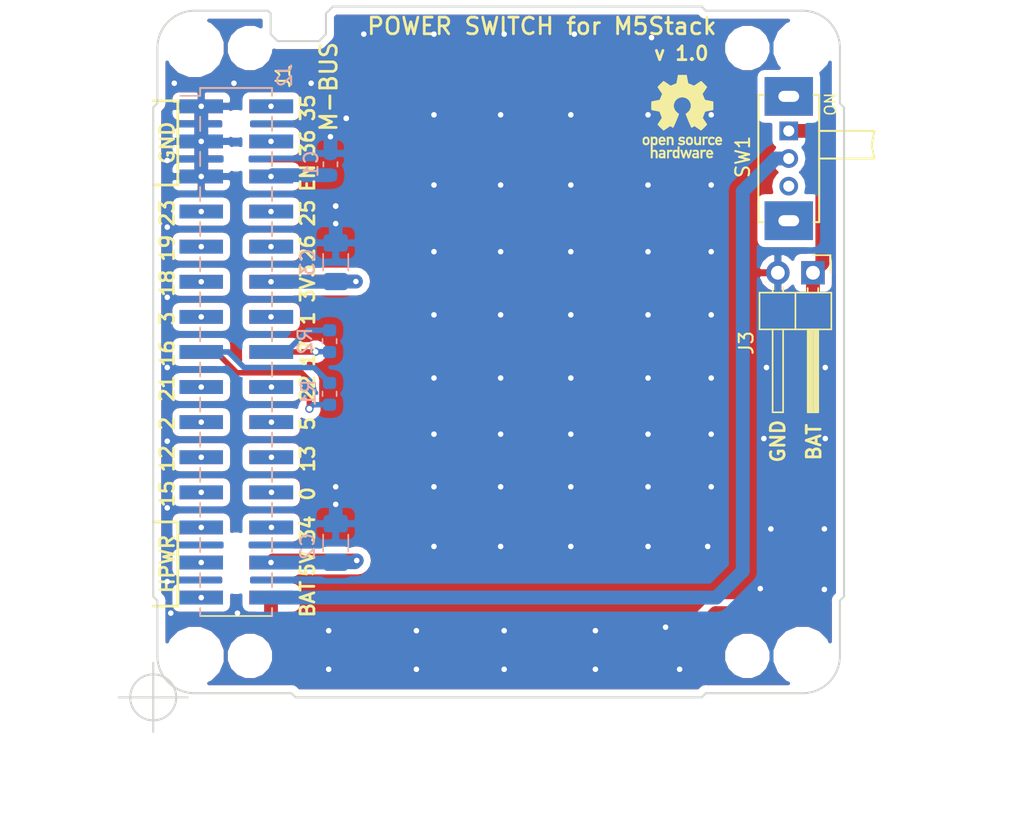
<source format=kicad_pcb>
(kicad_pcb (version 20171130) (host pcbnew "(5.0.2)-1")

  (general
    (thickness 1.6)
    (drawings 74)
    (tracks 176)
    (zones 0)
    (modules 18)
    (nets 32)
  )

  (page A4)
  (title_block
    (title "Power Switch for M5Stack")
    (date 2019-05-16)
    (rev "ver 0.1")
  )

  (layers
    (0 F.Cu signal)
    (31 B.Cu signal)
    (32 B.Adhes user)
    (33 F.Adhes user)
    (34 B.Paste user)
    (35 F.Paste user)
    (36 B.SilkS user)
    (37 F.SilkS user)
    (38 B.Mask user)
    (39 F.Mask user)
    (40 Dwgs.User user)
    (41 Cmts.User user)
    (42 Eco1.User user)
    (43 Eco2.User user)
    (44 Edge.Cuts user)
    (45 Margin user)
    (46 B.CrtYd user)
    (47 F.CrtYd user)
    (48 B.Fab user hide)
    (49 F.Fab user hide)
  )

  (setup
    (last_trace_width 0.25)
    (user_trace_width 0.4)
    (user_trace_width 0.5)
    (user_trace_width 0.75)
    (user_trace_width 1)
    (trace_clearance 0.18)
    (zone_clearance 0.508)
    (zone_45_only yes)
    (trace_min 0.2)
    (segment_width 0.2)
    (edge_width 0.15)
    (via_size 0.6)
    (via_drill 0.4)
    (via_min_size 0.4)
    (via_min_drill 0.3)
    (uvia_size 0.3)
    (uvia_drill 0.1)
    (uvias_allowed no)
    (uvia_min_size 0.2)
    (uvia_min_drill 0.1)
    (pcb_text_width 0.3)
    (pcb_text_size 1.5 1.5)
    (mod_edge_width 0.15)
    (mod_text_size 1 1)
    (mod_text_width 0.15)
    (pad_size 1.524 1.524)
    (pad_drill 0.762)
    (pad_to_mask_clearance 0.2)
    (solder_mask_min_width 0.25)
    (aux_axis_origin 104 133)
    (grid_origin 104 133)
    (visible_elements 7FFFFFFF)
    (pcbplotparams
      (layerselection 0x010f0_ffffffff)
      (usegerberextensions true)
      (usegerberattributes false)
      (usegerberadvancedattributes false)
      (creategerberjobfile false)
      (excludeedgelayer true)
      (linewidth 0.100000)
      (plotframeref false)
      (viasonmask false)
      (mode 1)
      (useauxorigin false)
      (hpglpennumber 1)
      (hpglpenspeed 20)
      (hpglpendiameter 15.000000)
      (psnegative false)
      (psa4output false)
      (plotreference true)
      (plotvalue true)
      (plotinvisibletext false)
      (padsonsilk false)
      (subtractmaskfromsilk true)
      (outputformat 1)
      (mirror false)
      (drillshape 0)
      (scaleselection 1)
      (outputdirectory "D:/Desktop/M5Stack/Shield/PowerSW/gerver/"))
  )

  (net 0 "")
  (net 1 GND)
  (net 2 "Net-(J1-Pad2)")
  (net 3 "Net-(J1-Pad4)")
  (net 4 "Net-(J1-Pad8)")
  (net 5 "Net-(J1-Pad10)")
  (net 6 "Net-(J1-Pad13)")
  (net 7 "Net-(J1-Pad14)")
  (net 8 "Net-(J1-Pad25)")
  (net 9 "Net-(J1-Pad26)")
  (net 10 "Net-(J1-Pad30)")
  (net 11 "Net-(J1-Pad11)")
  (net 12 "Net-(J1-Pad9)")
  (net 13 "Net-(J1-Pad7)")
  (net 14 "Net-(J1-Pad16)")
  (net 15 "Net-(J1-Pad20)")
  (net 16 "Net-(J1-Pad15)")
  (net 17 "Net-(J1-Pad19)")
  (net 18 "Net-(J1-Pad21)")
  (net 19 "Net-(J1-Pad22)")
  (net 20 "Net-(J1-Pad23)")
  (net 21 "Net-(J1-Pad24)")
  (net 22 "Net-(C1-Pad1)")
  (net 23 "Net-(J1-Pad17)")
  (net 24 "Net-(J1-Pad18)")
  (net 25 "Net-(J1-Pad27)")
  (net 26 "Net-(J1-Pad29)")
  (net 27 "Net-(J2-Pad15)")
  (net 28 "Net-(J2-Pad16)")
  (net 29 "Net-(J2-Pad30)")
  (net 30 "Net-(C2-Pad1)")
  (net 31 "Net-(C3-Pad1)")

  (net_class Default "これは標準のネット クラスです。"
    (clearance 0.18)
    (trace_width 0.25)
    (via_dia 0.6)
    (via_drill 0.4)
    (uvia_dia 0.3)
    (uvia_drill 0.1)
    (add_net GND)
    (add_net "Net-(C1-Pad1)")
    (add_net "Net-(C2-Pad1)")
    (add_net "Net-(C3-Pad1)")
    (add_net "Net-(J1-Pad10)")
    (add_net "Net-(J1-Pad11)")
    (add_net "Net-(J1-Pad13)")
    (add_net "Net-(J1-Pad14)")
    (add_net "Net-(J1-Pad15)")
    (add_net "Net-(J1-Pad16)")
    (add_net "Net-(J1-Pad17)")
    (add_net "Net-(J1-Pad18)")
    (add_net "Net-(J1-Pad19)")
    (add_net "Net-(J1-Pad2)")
    (add_net "Net-(J1-Pad20)")
    (add_net "Net-(J1-Pad21)")
    (add_net "Net-(J1-Pad22)")
    (add_net "Net-(J1-Pad23)")
    (add_net "Net-(J1-Pad24)")
    (add_net "Net-(J1-Pad25)")
    (add_net "Net-(J1-Pad26)")
    (add_net "Net-(J1-Pad27)")
    (add_net "Net-(J1-Pad29)")
    (add_net "Net-(J1-Pad30)")
    (add_net "Net-(J1-Pad4)")
    (add_net "Net-(J1-Pad7)")
    (add_net "Net-(J1-Pad8)")
    (add_net "Net-(J1-Pad9)")
    (add_net "Net-(J2-Pad15)")
    (add_net "Net-(J2-Pad16)")
    (add_net "Net-(J2-Pad30)")
  )

  (module Connector_PinHeader_2.54mm:PinHeader_1x02_P2.54mm_Horizontal (layer F.Cu) (tedit 59FED5CB) (tstamp 5CE8EC40)
    (at 151.752 102.266 270)
    (descr "Through hole angled pin header, 1x02, 2.54mm pitch, 6mm pin length, single row")
    (tags "Through hole angled pin header THT 1x02 2.54mm single row")
    (path /5CDC684A)
    (fp_text reference J3 (at 5.08 4.826 270) (layer F.SilkS)
      (effects (font (size 1 1) (thickness 0.15)))
    )
    (fp_text value BAT (at 4.385 4.81 270) (layer F.Fab)
      (effects (font (size 1 1) (thickness 0.15)))
    )
    (fp_line (start 2.135 -1.27) (end 4.04 -1.27) (layer F.Fab) (width 0.1))
    (fp_line (start 4.04 -1.27) (end 4.04 3.81) (layer F.Fab) (width 0.1))
    (fp_line (start 4.04 3.81) (end 1.5 3.81) (layer F.Fab) (width 0.1))
    (fp_line (start 1.5 3.81) (end 1.5 -0.635) (layer F.Fab) (width 0.1))
    (fp_line (start 1.5 -0.635) (end 2.135 -1.27) (layer F.Fab) (width 0.1))
    (fp_line (start -0.32 -0.32) (end 1.5 -0.32) (layer F.Fab) (width 0.1))
    (fp_line (start -0.32 -0.32) (end -0.32 0.32) (layer F.Fab) (width 0.1))
    (fp_line (start -0.32 0.32) (end 1.5 0.32) (layer F.Fab) (width 0.1))
    (fp_line (start 4.04 -0.32) (end 10.04 -0.32) (layer F.Fab) (width 0.1))
    (fp_line (start 10.04 -0.32) (end 10.04 0.32) (layer F.Fab) (width 0.1))
    (fp_line (start 4.04 0.32) (end 10.04 0.32) (layer F.Fab) (width 0.1))
    (fp_line (start -0.32 2.22) (end 1.5 2.22) (layer F.Fab) (width 0.1))
    (fp_line (start -0.32 2.22) (end -0.32 2.86) (layer F.Fab) (width 0.1))
    (fp_line (start -0.32 2.86) (end 1.5 2.86) (layer F.Fab) (width 0.1))
    (fp_line (start 4.04 2.22) (end 10.04 2.22) (layer F.Fab) (width 0.1))
    (fp_line (start 10.04 2.22) (end 10.04 2.86) (layer F.Fab) (width 0.1))
    (fp_line (start 4.04 2.86) (end 10.04 2.86) (layer F.Fab) (width 0.1))
    (fp_line (start 1.44 -1.33) (end 1.44 3.87) (layer F.SilkS) (width 0.12))
    (fp_line (start 1.44 3.87) (end 4.1 3.87) (layer F.SilkS) (width 0.12))
    (fp_line (start 4.1 3.87) (end 4.1 -1.33) (layer F.SilkS) (width 0.12))
    (fp_line (start 4.1 -1.33) (end 1.44 -1.33) (layer F.SilkS) (width 0.12))
    (fp_line (start 4.1 -0.38) (end 10.1 -0.38) (layer F.SilkS) (width 0.12))
    (fp_line (start 10.1 -0.38) (end 10.1 0.38) (layer F.SilkS) (width 0.12))
    (fp_line (start 10.1 0.38) (end 4.1 0.38) (layer F.SilkS) (width 0.12))
    (fp_line (start 4.1 -0.32) (end 10.1 -0.32) (layer F.SilkS) (width 0.12))
    (fp_line (start 4.1 -0.2) (end 10.1 -0.2) (layer F.SilkS) (width 0.12))
    (fp_line (start 4.1 -0.08) (end 10.1 -0.08) (layer F.SilkS) (width 0.12))
    (fp_line (start 4.1 0.04) (end 10.1 0.04) (layer F.SilkS) (width 0.12))
    (fp_line (start 4.1 0.16) (end 10.1 0.16) (layer F.SilkS) (width 0.12))
    (fp_line (start 4.1 0.28) (end 10.1 0.28) (layer F.SilkS) (width 0.12))
    (fp_line (start 1.11 -0.38) (end 1.44 -0.38) (layer F.SilkS) (width 0.12))
    (fp_line (start 1.11 0.38) (end 1.44 0.38) (layer F.SilkS) (width 0.12))
    (fp_line (start 1.44 1.27) (end 4.1 1.27) (layer F.SilkS) (width 0.12))
    (fp_line (start 4.1 2.16) (end 10.1 2.16) (layer F.SilkS) (width 0.12))
    (fp_line (start 10.1 2.16) (end 10.1 2.92) (layer F.SilkS) (width 0.12))
    (fp_line (start 10.1 2.92) (end 4.1 2.92) (layer F.SilkS) (width 0.12))
    (fp_line (start 1.042929 2.16) (end 1.44 2.16) (layer F.SilkS) (width 0.12))
    (fp_line (start 1.042929 2.92) (end 1.44 2.92) (layer F.SilkS) (width 0.12))
    (fp_line (start -1.27 0) (end -1.27 -1.27) (layer F.SilkS) (width 0.12))
    (fp_line (start -1.27 -1.27) (end 0 -1.27) (layer F.SilkS) (width 0.12))
    (fp_line (start -1.8 -1.8) (end -1.8 4.35) (layer F.CrtYd) (width 0.05))
    (fp_line (start -1.8 4.35) (end 10.55 4.35) (layer F.CrtYd) (width 0.05))
    (fp_line (start 10.55 4.35) (end 10.55 -1.8) (layer F.CrtYd) (width 0.05))
    (fp_line (start 10.55 -1.8) (end -1.8 -1.8) (layer F.CrtYd) (width 0.05))
    (fp_text user %R (at 2.77 1.27) (layer F.Fab)
      (effects (font (size 1 1) (thickness 0.15)))
    )
    (pad 1 thru_hole rect (at 0 0 270) (size 1.7 1.7) (drill 1) (layers *.Cu *.Mask)
      (net 10 "Net-(J1-Pad30)"))
    (pad 2 thru_hole oval (at 0 2.54 270) (size 1.7 1.7) (drill 1) (layers *.Cu *.Mask)
      (net 1 GND))
    (model ${KISYS3DMOD}/Connector_PinHeader_2.54mm.3dshapes/PinHeader_1x02_P2.54mm_Horizontal.wrl
      (at (xyz 0 0 0))
      (scale (xyz 1 1 1))
      (rotate (xyz 0 0 0))
    )
  )

  (module footprint:Pin_Header_MBUS_SMD_bottom (layer F.Cu) (tedit 5CDC30FA) (tstamp 5CEA4660)
    (at 110 108)
    (descr "surface-mounted straight pin header, 2x15, 2.54mm pitch, double rows")
    (tags "Surface mounted pin header SMD 2x15 2.54mm double row")
    (path /5CE28744)
    (attr smd)
    (fp_text reference J2 (at 3.525 -20.0215 90) (layer B.SilkS)
      (effects (font (size 1 1) (thickness 0.15)) (justify mirror))
    )
    (fp_text value M-BUS_bottom (at 0 20.11) (layer F.Fab)
      (effects (font (size 1 1) (thickness 0.15)))
    )
    (fp_line (start 2.54 19.05) (end -2.54 19.05) (layer F.Fab) (width 0.1))
    (fp_line (start -1.59 -19.05) (end 2.54 -19.05) (layer F.Fab) (width 0.1))
    (fp_line (start -2.54 19.05) (end -2.54 -18.1) (layer F.Fab) (width 0.1))
    (fp_line (start -2.54 -18.1) (end -1.59 -19.05) (layer F.Fab) (width 0.1))
    (fp_line (start 2.54 -19.05) (end 2.54 19.05) (layer F.Fab) (width 0.1))
    (fp_line (start -2.54 -18.1) (end -3.6 -18.1) (layer F.Fab) (width 0.1))
    (fp_line (start -3.6 -18.1) (end -3.6 -17.46) (layer F.Fab) (width 0.1))
    (fp_line (start -3.6 -17.46) (end -2.54 -17.46) (layer F.Fab) (width 0.1))
    (fp_line (start 2.54 -18.1) (end 3.6 -18.1) (layer F.Fab) (width 0.1))
    (fp_line (start 3.6 -18.1) (end 3.6 -17.46) (layer F.Fab) (width 0.1))
    (fp_line (start 3.6 -17.46) (end 2.54 -17.46) (layer F.Fab) (width 0.1))
    (fp_line (start -2.54 -15.56) (end -3.6 -15.56) (layer F.Fab) (width 0.1))
    (fp_line (start -3.6 -15.56) (end -3.6 -14.92) (layer F.Fab) (width 0.1))
    (fp_line (start -3.6 -14.92) (end -2.54 -14.92) (layer F.Fab) (width 0.1))
    (fp_line (start 2.54 -15.56) (end 3.6 -15.56) (layer F.Fab) (width 0.1))
    (fp_line (start 3.6 -15.56) (end 3.6 -14.92) (layer F.Fab) (width 0.1))
    (fp_line (start 3.6 -14.92) (end 2.54 -14.92) (layer F.Fab) (width 0.1))
    (fp_line (start -2.54 -13.02) (end -3.6 -13.02) (layer F.Fab) (width 0.1))
    (fp_line (start -3.6 -13.02) (end -3.6 -12.38) (layer F.Fab) (width 0.1))
    (fp_line (start -3.6 -12.38) (end -2.54 -12.38) (layer F.Fab) (width 0.1))
    (fp_line (start 2.54 -13.02) (end 3.6 -13.02) (layer F.Fab) (width 0.1))
    (fp_line (start 3.6 -13.02) (end 3.6 -12.38) (layer F.Fab) (width 0.1))
    (fp_line (start 3.6 -12.38) (end 2.54 -12.38) (layer F.Fab) (width 0.1))
    (fp_line (start -2.54 -10.48) (end -3.6 -10.48) (layer F.Fab) (width 0.1))
    (fp_line (start -3.6 -10.48) (end -3.6 -9.84) (layer F.Fab) (width 0.1))
    (fp_line (start -3.6 -9.84) (end -2.54 -9.84) (layer F.Fab) (width 0.1))
    (fp_line (start 2.54 -10.48) (end 3.6 -10.48) (layer F.Fab) (width 0.1))
    (fp_line (start 3.6 -10.48) (end 3.6 -9.84) (layer F.Fab) (width 0.1))
    (fp_line (start 3.6 -9.84) (end 2.54 -9.84) (layer F.Fab) (width 0.1))
    (fp_line (start -2.54 -7.94) (end -3.6 -7.94) (layer F.Fab) (width 0.1))
    (fp_line (start -3.6 -7.94) (end -3.6 -7.3) (layer F.Fab) (width 0.1))
    (fp_line (start -3.6 -7.3) (end -2.54 -7.3) (layer F.Fab) (width 0.1))
    (fp_line (start 2.54 -7.94) (end 3.6 -7.94) (layer F.Fab) (width 0.1))
    (fp_line (start 3.6 -7.94) (end 3.6 -7.3) (layer F.Fab) (width 0.1))
    (fp_line (start 3.6 -7.3) (end 2.54 -7.3) (layer F.Fab) (width 0.1))
    (fp_line (start -2.54 -5.4) (end -3.6 -5.4) (layer F.Fab) (width 0.1))
    (fp_line (start -3.6 -5.4) (end -3.6 -4.76) (layer F.Fab) (width 0.1))
    (fp_line (start -3.6 -4.76) (end -2.54 -4.76) (layer F.Fab) (width 0.1))
    (fp_line (start 2.54 -5.4) (end 3.6 -5.4) (layer F.Fab) (width 0.1))
    (fp_line (start 3.6 -5.4) (end 3.6 -4.76) (layer F.Fab) (width 0.1))
    (fp_line (start 3.6 -4.76) (end 2.54 -4.76) (layer F.Fab) (width 0.1))
    (fp_line (start -2.54 -2.86) (end -3.6 -2.86) (layer F.Fab) (width 0.1))
    (fp_line (start -3.6 -2.86) (end -3.6 -2.22) (layer F.Fab) (width 0.1))
    (fp_line (start -3.6 -2.22) (end -2.54 -2.22) (layer F.Fab) (width 0.1))
    (fp_line (start 2.54 -2.86) (end 3.6 -2.86) (layer F.Fab) (width 0.1))
    (fp_line (start 3.6 -2.86) (end 3.6 -2.22) (layer F.Fab) (width 0.1))
    (fp_line (start 3.6 -2.22) (end 2.54 -2.22) (layer F.Fab) (width 0.1))
    (fp_line (start -2.54 -0.32) (end -3.6 -0.32) (layer F.Fab) (width 0.1))
    (fp_line (start -3.6 -0.32) (end -3.6 0.32) (layer F.Fab) (width 0.1))
    (fp_line (start -3.6 0.32) (end -2.54 0.32) (layer F.Fab) (width 0.1))
    (fp_line (start 2.54 -0.32) (end 3.6 -0.32) (layer F.Fab) (width 0.1))
    (fp_line (start 3.6 -0.32) (end 3.6 0.32) (layer F.Fab) (width 0.1))
    (fp_line (start 3.6 0.32) (end 2.54 0.32) (layer F.Fab) (width 0.1))
    (fp_line (start -2.54 2.22) (end -3.6 2.22) (layer F.Fab) (width 0.1))
    (fp_line (start -3.6 2.22) (end -3.6 2.86) (layer F.Fab) (width 0.1))
    (fp_line (start -3.6 2.86) (end -2.54 2.86) (layer F.Fab) (width 0.1))
    (fp_line (start 2.54 2.22) (end 3.6 2.22) (layer F.Fab) (width 0.1))
    (fp_line (start 3.6 2.22) (end 3.6 2.86) (layer F.Fab) (width 0.1))
    (fp_line (start 3.6 2.86) (end 2.54 2.86) (layer F.Fab) (width 0.1))
    (fp_line (start -2.54 4.76) (end -3.6 4.76) (layer F.Fab) (width 0.1))
    (fp_line (start -3.6 4.76) (end -3.6 5.4) (layer F.Fab) (width 0.1))
    (fp_line (start -3.6 5.4) (end -2.54 5.4) (layer F.Fab) (width 0.1))
    (fp_line (start 2.54 4.76) (end 3.6 4.76) (layer F.Fab) (width 0.1))
    (fp_line (start 3.6 4.76) (end 3.6 5.4) (layer F.Fab) (width 0.1))
    (fp_line (start 3.6 5.4) (end 2.54 5.4) (layer F.Fab) (width 0.1))
    (fp_line (start -2.54 7.3) (end -3.6 7.3) (layer F.Fab) (width 0.1))
    (fp_line (start -3.6 7.3) (end -3.6 7.94) (layer F.Fab) (width 0.1))
    (fp_line (start -3.6 7.94) (end -2.54 7.94) (layer F.Fab) (width 0.1))
    (fp_line (start 2.54 7.3) (end 3.6 7.3) (layer F.Fab) (width 0.1))
    (fp_line (start 3.6 7.3) (end 3.6 7.94) (layer F.Fab) (width 0.1))
    (fp_line (start 3.6 7.94) (end 2.54 7.94) (layer F.Fab) (width 0.1))
    (fp_line (start -2.54 9.84) (end -3.6 9.84) (layer F.Fab) (width 0.1))
    (fp_line (start -3.6 9.84) (end -3.6 10.48) (layer F.Fab) (width 0.1))
    (fp_line (start -3.6 10.48) (end -2.54 10.48) (layer F.Fab) (width 0.1))
    (fp_line (start 2.54 9.84) (end 3.6 9.84) (layer F.Fab) (width 0.1))
    (fp_line (start 3.6 9.84) (end 3.6 10.48) (layer F.Fab) (width 0.1))
    (fp_line (start 3.6 10.48) (end 2.54 10.48) (layer F.Fab) (width 0.1))
    (fp_line (start -2.54 12.38) (end -3.6 12.38) (layer F.Fab) (width 0.1))
    (fp_line (start -3.6 12.38) (end -3.6 13.02) (layer F.Fab) (width 0.1))
    (fp_line (start -3.6 13.02) (end -2.54 13.02) (layer F.Fab) (width 0.1))
    (fp_line (start 2.54 12.38) (end 3.6 12.38) (layer F.Fab) (width 0.1))
    (fp_line (start 3.6 12.38) (end 3.6 13.02) (layer F.Fab) (width 0.1))
    (fp_line (start 3.6 13.02) (end 2.54 13.02) (layer F.Fab) (width 0.1))
    (fp_line (start -2.54 14.92) (end -3.6 14.92) (layer F.Fab) (width 0.1))
    (fp_line (start -3.6 14.92) (end -3.6 15.56) (layer F.Fab) (width 0.1))
    (fp_line (start -3.6 15.56) (end -2.54 15.56) (layer F.Fab) (width 0.1))
    (fp_line (start 2.54 14.92) (end 3.6 14.92) (layer F.Fab) (width 0.1))
    (fp_line (start 3.6 14.92) (end 3.6 15.56) (layer F.Fab) (width 0.1))
    (fp_line (start 3.6 15.56) (end 2.54 15.56) (layer F.Fab) (width 0.1))
    (fp_line (start -2.54 17.46) (end -3.6 17.46) (layer F.Fab) (width 0.1))
    (fp_line (start -3.6 17.46) (end -3.6 18.1) (layer F.Fab) (width 0.1))
    (fp_line (start -3.6 18.1) (end -2.54 18.1) (layer F.Fab) (width 0.1))
    (fp_line (start 2.54 17.46) (end 3.6 17.46) (layer F.Fab) (width 0.1))
    (fp_line (start 3.6 17.46) (end 3.6 18.1) (layer F.Fab) (width 0.1))
    (fp_line (start 3.6 18.1) (end 2.54 18.1) (layer F.Fab) (width 0.1))
    (fp_line (start -2.6 -19.11) (end 2.6 -19.11) (layer B.SilkS) (width 0.12))
    (fp_line (start -2.6 -19.11) (end 2.6 -19.11) (layer B.SilkS) (width 0.12))
    (fp_line (start -4.04 -18.54) (end -2.6 -18.54) (layer B.SilkS) (width 0.12))
    (fp_line (start -2.6 -18.54) (end -2.6 -19.11) (layer B.SilkS) (width 0.12))
    (fp_line (start 2.6 -19.11) (end 2.6 -18.54) (layer B.SilkS) (width 0.12))
    (fp_line (start -2.6 18.54) (end -2.6 19.11) (layer B.SilkS) (width 0.12))
    (fp_line (start 2.6 18.54) (end 2.6 19.11) (layer B.SilkS) (width 0.12))
    (fp_line (start -2.6 -17.02) (end -2.6 -16) (layer B.SilkS) (width 0.12))
    (fp_line (start 2.6 -17.02) (end 2.6 -16) (layer B.SilkS) (width 0.12))
    (fp_line (start -2.6 -14.48) (end -2.6 -13.46) (layer B.SilkS) (width 0.12))
    (fp_line (start 2.6 -14.48) (end 2.6 -13.46) (layer B.SilkS) (width 0.12))
    (fp_line (start -2.6 -11.94) (end -2.6 -10.92) (layer B.SilkS) (width 0.12))
    (fp_line (start 2.6 -11.94) (end 2.6 -10.92) (layer B.SilkS) (width 0.12))
    (fp_line (start -2.6 -9.4) (end -2.6 -8.38) (layer B.SilkS) (width 0.12))
    (fp_line (start 2.6 -9.4) (end 2.6 -8.38) (layer B.SilkS) (width 0.12))
    (fp_line (start -2.6 -6.86) (end -2.6 -5.84) (layer B.SilkS) (width 0.12))
    (fp_line (start 2.6 -6.86) (end 2.6 -5.84) (layer B.SilkS) (width 0.12))
    (fp_line (start -2.6 -4.32) (end -2.6 -3.3) (layer B.SilkS) (width 0.12))
    (fp_line (start 2.6 -4.32) (end 2.6 -3.3) (layer B.SilkS) (width 0.12))
    (fp_line (start -2.6 -1.78) (end -2.6 -0.76) (layer B.SilkS) (width 0.12))
    (fp_line (start 2.6 -1.78) (end 2.6 -0.76) (layer B.SilkS) (width 0.12))
    (fp_line (start -2.6 0.76) (end -2.6 1.78) (layer B.SilkS) (width 0.12))
    (fp_line (start 2.6 0.76) (end 2.6 1.78) (layer B.SilkS) (width 0.12))
    (fp_line (start -2.6 3.3) (end -2.6 4.32) (layer B.SilkS) (width 0.12))
    (fp_line (start 2.6 3.3) (end 2.6 4.32) (layer B.SilkS) (width 0.12))
    (fp_line (start -2.6 5.84) (end -2.6 6.86) (layer B.SilkS) (width 0.12))
    (fp_line (start 2.6 5.84) (end 2.6 6.86) (layer B.SilkS) (width 0.12))
    (fp_line (start -2.6 8.38) (end -2.6 9.4) (layer B.SilkS) (width 0.12))
    (fp_line (start 2.6 8.38) (end 2.6 9.4) (layer B.SilkS) (width 0.12))
    (fp_line (start -2.6 10.92) (end -2.6 11.94) (layer B.SilkS) (width 0.12))
    (fp_line (start 2.6 10.92) (end 2.6 11.94) (layer B.SilkS) (width 0.12))
    (fp_line (start -2.6 13.46) (end -2.6 14.48) (layer B.SilkS) (width 0.12))
    (fp_line (start 2.6 13.46) (end 2.6 14.48) (layer B.SilkS) (width 0.12))
    (fp_line (start -2.6 16) (end -2.6 17.02) (layer B.SilkS) (width 0.12))
    (fp_line (start 2.6 16) (end 2.6 17.02) (layer B.SilkS) (width 0.12))
    (fp_line (start -5.9 -19.6) (end -5.9 19.6) (layer F.CrtYd) (width 0.05))
    (fp_line (start -5.9 19.6) (end 5.9 19.6) (layer F.CrtYd) (width 0.05))
    (fp_line (start 5.9 19.6) (end 5.9 -19.6) (layer F.CrtYd) (width 0.05))
    (fp_line (start 5.9 -19.6) (end -5.9 -19.6) (layer F.CrtYd) (width 0.05))
    (fp_text user %R (at 0 0 90) (layer F.Fab)
      (effects (font (size 1 1) (thickness 0.15)))
    )
    (pad 1 smd rect (at -2.525 -17.78) (size 3.15 1) (layers B.Cu B.Paste B.Mask)
      (net 1 GND))
    (pad 2 smd rect (at 2.555 -17.78) (size 3.15 1) (layers B.Cu B.Paste B.Mask)
      (net 2 "Net-(J1-Pad2)"))
    (pad 3 smd rect (at -2.525 -15.24) (size 3.15 1) (layers B.Cu B.Paste B.Mask)
      (net 1 GND))
    (pad 4 smd rect (at 2.555 -15.24) (size 3.15 1) (layers B.Cu B.Paste B.Mask)
      (net 3 "Net-(J1-Pad4)"))
    (pad 5 smd rect (at -2.525 -12.7) (size 3.15 1) (layers B.Cu B.Paste B.Mask)
      (net 1 GND))
    (pad 6 smd rect (at 2.555 -12.7) (size 3.15 1) (layers B.Cu B.Paste B.Mask)
      (net 22 "Net-(C1-Pad1)"))
    (pad 7 smd rect (at -2.525 -10.16) (size 3.15 1) (layers B.Cu B.Paste B.Mask)
      (net 13 "Net-(J1-Pad7)"))
    (pad 8 smd rect (at 2.555 -10.16) (size 3.15 1) (layers B.Cu B.Paste B.Mask)
      (net 4 "Net-(J1-Pad8)"))
    (pad 9 smd rect (at -2.525 -7.62) (size 3.15 1) (layers B.Cu B.Paste B.Mask)
      (net 12 "Net-(J1-Pad9)"))
    (pad 10 smd rect (at 2.555 -7.62) (size 3.15 1) (layers B.Cu B.Paste B.Mask)
      (net 5 "Net-(J1-Pad10)"))
    (pad 11 smd rect (at -2.525 -5.08) (size 3.15 1) (layers B.Cu B.Paste B.Mask)
      (net 11 "Net-(J1-Pad11)"))
    (pad 12 smd rect (at 2.555 -5.08) (size 3.15 1) (layers B.Cu B.Paste B.Mask)
      (net 31 "Net-(C3-Pad1)"))
    (pad 13 smd rect (at -2.525 -2.54) (size 3.15 1) (layers B.Cu B.Paste B.Mask)
      (net 6 "Net-(J1-Pad13)"))
    (pad 14 smd rect (at 2.555 -2.54) (size 3.15 1) (layers B.Cu B.Paste B.Mask)
      (net 7 "Net-(J1-Pad14)"))
    (pad 15 smd rect (at -2.525 0) (size 3.15 1) (layers B.Cu B.Paste B.Mask)
      (net 27 "Net-(J2-Pad15)"))
    (pad 16 smd rect (at 2.555 0) (size 3.15 1) (layers B.Cu B.Paste B.Mask)
      (net 28 "Net-(J2-Pad16)"))
    (pad 17 smd rect (at -2.525 2.54) (size 3.15 1) (layers B.Cu B.Paste B.Mask)
      (net 23 "Net-(J1-Pad17)"))
    (pad 18 smd rect (at 2.555 2.54) (size 3.15 1) (layers B.Cu B.Paste B.Mask)
      (net 24 "Net-(J1-Pad18)"))
    (pad 19 smd rect (at -2.525 5.08) (size 3.15 1) (layers B.Cu B.Paste B.Mask)
      (net 17 "Net-(J1-Pad19)"))
    (pad 20 smd rect (at 2.555 5.08) (size 3.15 1) (layers B.Cu B.Paste B.Mask)
      (net 15 "Net-(J1-Pad20)"))
    (pad 21 smd rect (at -2.525 7.62) (size 3.15 1) (layers B.Cu B.Paste B.Mask)
      (net 18 "Net-(J1-Pad21)"))
    (pad 22 smd rect (at 2.555 7.62) (size 3.15 1) (layers B.Cu B.Paste B.Mask)
      (net 19 "Net-(J1-Pad22)"))
    (pad 23 smd rect (at -2.525 10.16) (size 3.15 1) (layers B.Cu B.Paste B.Mask)
      (net 20 "Net-(J1-Pad23)"))
    (pad 24 smd rect (at 2.555 10.16) (size 3.15 1) (layers B.Cu B.Paste B.Mask)
      (net 21 "Net-(J1-Pad24)"))
    (pad 25 smd rect (at -2.525 12.7) (size 3.15 1) (layers B.Cu B.Paste B.Mask)
      (net 8 "Net-(J1-Pad25)"))
    (pad 26 smd rect (at 2.555 12.7) (size 3.15 1) (layers B.Cu B.Paste B.Mask)
      (net 9 "Net-(J1-Pad26)"))
    (pad 27 smd rect (at -2.525 15.24) (size 3.15 1) (layers B.Cu B.Paste B.Mask)
      (net 25 "Net-(J1-Pad27)"))
    (pad 28 smd rect (at 2.555 15.24) (size 3.15 1) (layers B.Cu B.Paste B.Mask)
      (net 30 "Net-(C2-Pad1)"))
    (pad 29 smd rect (at -2.525 17.78) (size 3.15 1) (layers B.Cu B.Paste B.Mask)
      (net 26 "Net-(J1-Pad29)"))
    (pad 30 smd rect (at 2.555 17.78) (size 3.15 1) (layers B.Cu B.Paste B.Mask)
      (net 29 "Net-(J2-Pad30)"))
    (model ${KISYS3DMOD}/Pin_Headers.3dshapes/Pin_Header_Straight_2x15_Pitch2.54mm_SMD.wrl
      (at (xyz 0 0 0))
      (scale (xyz 1 1 1))
      (rotate (xyz 0 0 0))
    )
  )

  (module footprint:slide_switch_angled (layer F.Cu) (tedit 5B61DD77) (tstamp 5B374428)
    (at 150 92)
    (descr "slide switch angled")
    (tags "slide switch angled")
    (path /5B37080F)
    (fp_text reference SW1 (at -3.328 1.884 90) (layer F.SilkS)
      (effects (font (size 1 1) (thickness 0.15)))
    )
    (fp_text value POWER (at 2.5 9) (layer F.Fab)
      (effects (font (size 1 1) (thickness 0.15)))
    )
    (fp_line (start -2.4 -4) (end -2.4 8) (layer F.CrtYd) (width 0.05))
    (fp_line (start -2.4 8) (end 6.4 8) (layer F.CrtYd) (width 0.05))
    (fp_line (start 6.4 8) (end 6.4 -4) (layer F.CrtYd) (width 0.05))
    (fp_line (start 6.4 -4) (end -2.4 -4) (layer F.CrtYd) (width 0.05))
    (fp_line (start 2.2 -2.6) (end 2.2 6.6) (layer F.Fab) (width 0.15))
    (fp_line (start 2.2 6.6) (end -2.2 6.6) (layer F.Fab) (width 0.15))
    (fp_line (start -2.2 6.6) (end -2.2 -2.6) (layer F.Fab) (width 0.15))
    (fp_line (start -2.2 -2.6) (end 2.2 -2.6) (layer F.Fab) (width 0.15))
    (fp_line (start -2.2 -2.6) (end -2.2 6.6) (layer F.SilkS) (width 0.15))
    (fp_line (start 2.2 -2.6) (end 2.2 6.6) (layer F.SilkS) (width 0.15))
    (fp_line (start -1.8 6.6) (end -2.2 6.6) (layer F.SilkS) (width 0.15))
    (fp_line (start 1.8 6.6) (end 2.2 6.6) (layer F.SilkS) (width 0.15))
    (fp_line (start 1.8 -2.6) (end 2.2 -2.6) (layer F.SilkS) (width 0.15))
    (fp_line (start -1.8 -2.6) (end -2.2 -2.6) (layer F.SilkS) (width 0.15))
    (fp_line (start 2.2 2) (end 6.2 2) (layer F.SilkS) (width 0.15))
    (fp_line (start 6.2 2) (end 6 1) (layer F.SilkS) (width 0.15))
    (fp_line (start 6 1) (end 6.2 0) (layer F.SilkS) (width 0.15))
    (fp_line (start 2.2 0) (end 6.2 0) (layer F.SilkS) (width 0.15))
    (pad GND thru_hole rect (at 0 6.5 90) (size 2.8 3.5) (drill oval 0.8 1.5) (layers *.Cu *.Mask))
    (pad 1 thru_hole rect (at 0 0) (size 1.35 1.35) (drill 0.8) (layers *.Cu *.Mask)
      (net 10 "Net-(J1-Pad30)"))
    (pad 2 thru_hole oval (at 0 2) (size 1.35 1.35) (drill 0.8) (layers *.Cu *.Mask)
      (net 29 "Net-(J2-Pad30)"))
    (pad 3 thru_hole oval (at 0 4) (size 1.35 1.35) (drill 0.8) (layers *.Cu *.Mask))
    (pad GND thru_hole rect (at 0 -2.5 90) (size 2.8 3.5) (drill oval 0.8 1.5) (layers *.Cu *.Mask))
    (model ${KISYS3DMOD}/Pin_Headers.3dshapes/Pin_Header_Angled_1x03_Pitch2.00mm.wrl
      (at (xyz 0 0 0))
      (scale (xyz 1 1 1))
      (rotate (xyz 0 0 0))
    )
  )

  (module Capacitor_SMD:C_0603_1608Metric (layer B.Cu) (tedit 5B301BBE) (tstamp 5CE9243E)
    (at 116.827 94.4175 90)
    (descr "Capacitor SMD 0603 (1608 Metric), square (rectangular) end terminal, IPC_7351 nominal, (Body size source: http://www.tortai-tech.com/upload/download/2011102023233369053.pdf), generated with kicad-footprint-generator")
    (tags capacitor)
    (path /5CDCD2CC)
    (attr smd)
    (fp_text reference C1 (at 0.0255 -1.397 90) (layer B.SilkS)
      (effects (font (size 1 1) (thickness 0.15)) (justify mirror))
    )
    (fp_text value 1uF (at 0 -1.43 90) (layer B.Fab)
      (effects (font (size 1 1) (thickness 0.15)) (justify mirror))
    )
    (fp_line (start -0.8 -0.4) (end -0.8 0.4) (layer B.Fab) (width 0.1))
    (fp_line (start -0.8 0.4) (end 0.8 0.4) (layer B.Fab) (width 0.1))
    (fp_line (start 0.8 0.4) (end 0.8 -0.4) (layer B.Fab) (width 0.1))
    (fp_line (start 0.8 -0.4) (end -0.8 -0.4) (layer B.Fab) (width 0.1))
    (fp_line (start -0.162779 0.51) (end 0.162779 0.51) (layer B.SilkS) (width 0.12))
    (fp_line (start -0.162779 -0.51) (end 0.162779 -0.51) (layer B.SilkS) (width 0.12))
    (fp_line (start -1.48 -0.73) (end -1.48 0.73) (layer B.CrtYd) (width 0.05))
    (fp_line (start -1.48 0.73) (end 1.48 0.73) (layer B.CrtYd) (width 0.05))
    (fp_line (start 1.48 0.73) (end 1.48 -0.73) (layer B.CrtYd) (width 0.05))
    (fp_line (start 1.48 -0.73) (end -1.48 -0.73) (layer B.CrtYd) (width 0.05))
    (fp_text user %R (at 0 0 90) (layer B.Fab)
      (effects (font (size 0.4 0.4) (thickness 0.06)) (justify mirror))
    )
    (pad 1 smd roundrect (at -0.7875 0 90) (size 0.875 0.95) (layers B.Cu B.Paste B.Mask) (roundrect_rratio 0.25)
      (net 22 "Net-(C1-Pad1)"))
    (pad 2 smd roundrect (at 0.7875 0 90) (size 0.875 0.95) (layers B.Cu B.Paste B.Mask) (roundrect_rratio 0.25)
      (net 1 GND))
    (model ${KISYS3DMOD}/Capacitor_SMD.3dshapes/C_0603_1608Metric.wrl
      (at (xyz 0 0 0))
      (scale (xyz 1 1 1))
      (rotate (xyz 0 0 0))
    )
  )

  (module footprint:Pin_Header_MBUS_SMD_top (layer F.Cu) (tedit 5CDC2F7A) (tstamp 5CEA42BB)
    (at 110 108)
    (descr "surface-mounted straight pin header, 2x15, 2.54mm pitch, double rows")
    (tags "Surface mounted pin header SMD 2x15 2.54mm double row")
    (path /5B1ED257)
    (attr smd)
    (fp_text reference J1 (at 3.398 -19.958 270) (layer F.SilkS)
      (effects (font (size 1 1) (thickness 0.15)))
    )
    (fp_text value M-BUS_top (at 0 20.11) (layer F.Fab)
      (effects (font (size 1 1) (thickness 0.15)))
    )
    (fp_line (start 2.54 19.05) (end -2.54 19.05) (layer F.Fab) (width 0.1))
    (fp_line (start -1.59 -19.05) (end 2.54 -19.05) (layer F.Fab) (width 0.1))
    (fp_line (start -2.54 19.05) (end -2.54 -18.1) (layer F.Fab) (width 0.1))
    (fp_line (start -2.54 -18.1) (end -1.59 -19.05) (layer F.Fab) (width 0.1))
    (fp_line (start 2.54 -19.05) (end 2.54 19.05) (layer F.Fab) (width 0.1))
    (fp_line (start -2.54 -18.1) (end -3.6 -18.1) (layer F.Fab) (width 0.1))
    (fp_line (start -3.6 -18.1) (end -3.6 -17.46) (layer F.Fab) (width 0.1))
    (fp_line (start -3.6 -17.46) (end -2.54 -17.46) (layer F.Fab) (width 0.1))
    (fp_line (start 2.54 -18.1) (end 3.6 -18.1) (layer F.Fab) (width 0.1))
    (fp_line (start 3.6 -18.1) (end 3.6 -17.46) (layer F.Fab) (width 0.1))
    (fp_line (start 3.6 -17.46) (end 2.54 -17.46) (layer F.Fab) (width 0.1))
    (fp_line (start -2.54 -15.56) (end -3.6 -15.56) (layer F.Fab) (width 0.1))
    (fp_line (start -3.6 -15.56) (end -3.6 -14.92) (layer F.Fab) (width 0.1))
    (fp_line (start -3.6 -14.92) (end -2.54 -14.92) (layer F.Fab) (width 0.1))
    (fp_line (start 2.54 -15.56) (end 3.6 -15.56) (layer F.Fab) (width 0.1))
    (fp_line (start 3.6 -15.56) (end 3.6 -14.92) (layer F.Fab) (width 0.1))
    (fp_line (start 3.6 -14.92) (end 2.54 -14.92) (layer F.Fab) (width 0.1))
    (fp_line (start -2.54 -13.02) (end -3.6 -13.02) (layer F.Fab) (width 0.1))
    (fp_line (start -3.6 -13.02) (end -3.6 -12.38) (layer F.Fab) (width 0.1))
    (fp_line (start -3.6 -12.38) (end -2.54 -12.38) (layer F.Fab) (width 0.1))
    (fp_line (start 2.54 -13.02) (end 3.6 -13.02) (layer F.Fab) (width 0.1))
    (fp_line (start 3.6 -13.02) (end 3.6 -12.38) (layer F.Fab) (width 0.1))
    (fp_line (start 3.6 -12.38) (end 2.54 -12.38) (layer F.Fab) (width 0.1))
    (fp_line (start -2.54 -10.48) (end -3.6 -10.48) (layer F.Fab) (width 0.1))
    (fp_line (start -3.6 -10.48) (end -3.6 -9.84) (layer F.Fab) (width 0.1))
    (fp_line (start -3.6 -9.84) (end -2.54 -9.84) (layer F.Fab) (width 0.1))
    (fp_line (start 2.54 -10.48) (end 3.6 -10.48) (layer F.Fab) (width 0.1))
    (fp_line (start 3.6 -10.48) (end 3.6 -9.84) (layer F.Fab) (width 0.1))
    (fp_line (start 3.6 -9.84) (end 2.54 -9.84) (layer F.Fab) (width 0.1))
    (fp_line (start -2.54 -7.94) (end -3.6 -7.94) (layer F.Fab) (width 0.1))
    (fp_line (start -3.6 -7.94) (end -3.6 -7.3) (layer F.Fab) (width 0.1))
    (fp_line (start -3.6 -7.3) (end -2.54 -7.3) (layer F.Fab) (width 0.1))
    (fp_line (start 2.54 -7.94) (end 3.6 -7.94) (layer F.Fab) (width 0.1))
    (fp_line (start 3.6 -7.94) (end 3.6 -7.3) (layer F.Fab) (width 0.1))
    (fp_line (start 3.6 -7.3) (end 2.54 -7.3) (layer F.Fab) (width 0.1))
    (fp_line (start -2.54 -5.4) (end -3.6 -5.4) (layer F.Fab) (width 0.1))
    (fp_line (start -3.6 -5.4) (end -3.6 -4.76) (layer F.Fab) (width 0.1))
    (fp_line (start -3.6 -4.76) (end -2.54 -4.76) (layer F.Fab) (width 0.1))
    (fp_line (start 2.54 -5.4) (end 3.6 -5.4) (layer F.Fab) (width 0.1))
    (fp_line (start 3.6 -5.4) (end 3.6 -4.76) (layer F.Fab) (width 0.1))
    (fp_line (start 3.6 -4.76) (end 2.54 -4.76) (layer F.Fab) (width 0.1))
    (fp_line (start -2.54 -2.86) (end -3.6 -2.86) (layer F.Fab) (width 0.1))
    (fp_line (start -3.6 -2.86) (end -3.6 -2.22) (layer F.Fab) (width 0.1))
    (fp_line (start -3.6 -2.22) (end -2.54 -2.22) (layer F.Fab) (width 0.1))
    (fp_line (start 2.54 -2.86) (end 3.6 -2.86) (layer F.Fab) (width 0.1))
    (fp_line (start 3.6 -2.86) (end 3.6 -2.22) (layer F.Fab) (width 0.1))
    (fp_line (start 3.6 -2.22) (end 2.54 -2.22) (layer F.Fab) (width 0.1))
    (fp_line (start -2.54 -0.32) (end -3.6 -0.32) (layer F.Fab) (width 0.1))
    (fp_line (start -3.6 -0.32) (end -3.6 0.32) (layer F.Fab) (width 0.1))
    (fp_line (start -3.6 0.32) (end -2.54 0.32) (layer F.Fab) (width 0.1))
    (fp_line (start 2.54 -0.32) (end 3.6 -0.32) (layer F.Fab) (width 0.1))
    (fp_line (start 3.6 -0.32) (end 3.6 0.32) (layer F.Fab) (width 0.1))
    (fp_line (start 3.6 0.32) (end 2.54 0.32) (layer F.Fab) (width 0.1))
    (fp_line (start -2.54 2.22) (end -3.6 2.22) (layer F.Fab) (width 0.1))
    (fp_line (start -3.6 2.22) (end -3.6 2.86) (layer F.Fab) (width 0.1))
    (fp_line (start -3.6 2.86) (end -2.54 2.86) (layer F.Fab) (width 0.1))
    (fp_line (start 2.54 2.22) (end 3.6 2.22) (layer F.Fab) (width 0.1))
    (fp_line (start 3.6 2.22) (end 3.6 2.86) (layer F.Fab) (width 0.1))
    (fp_line (start 3.6 2.86) (end 2.54 2.86) (layer F.Fab) (width 0.1))
    (fp_line (start -2.54 4.76) (end -3.6 4.76) (layer F.Fab) (width 0.1))
    (fp_line (start -3.6 4.76) (end -3.6 5.4) (layer F.Fab) (width 0.1))
    (fp_line (start -3.6 5.4) (end -2.54 5.4) (layer F.Fab) (width 0.1))
    (fp_line (start 2.54 4.76) (end 3.6 4.76) (layer F.Fab) (width 0.1))
    (fp_line (start 3.6 4.76) (end 3.6 5.4) (layer F.Fab) (width 0.1))
    (fp_line (start 3.6 5.4) (end 2.54 5.4) (layer F.Fab) (width 0.1))
    (fp_line (start -2.54 7.3) (end -3.6 7.3) (layer F.Fab) (width 0.1))
    (fp_line (start -3.6 7.3) (end -3.6 7.94) (layer F.Fab) (width 0.1))
    (fp_line (start -3.6 7.94) (end -2.54 7.94) (layer F.Fab) (width 0.1))
    (fp_line (start 2.54 7.3) (end 3.6 7.3) (layer F.Fab) (width 0.1))
    (fp_line (start 3.6 7.3) (end 3.6 7.94) (layer F.Fab) (width 0.1))
    (fp_line (start 3.6 7.94) (end 2.54 7.94) (layer F.Fab) (width 0.1))
    (fp_line (start -2.54 9.84) (end -3.6 9.84) (layer F.Fab) (width 0.1))
    (fp_line (start -3.6 9.84) (end -3.6 10.48) (layer F.Fab) (width 0.1))
    (fp_line (start -3.6 10.48) (end -2.54 10.48) (layer F.Fab) (width 0.1))
    (fp_line (start 2.54 9.84) (end 3.6 9.84) (layer F.Fab) (width 0.1))
    (fp_line (start 3.6 9.84) (end 3.6 10.48) (layer F.Fab) (width 0.1))
    (fp_line (start 3.6 10.48) (end 2.54 10.48) (layer F.Fab) (width 0.1))
    (fp_line (start -2.54 12.38) (end -3.6 12.38) (layer F.Fab) (width 0.1))
    (fp_line (start -3.6 12.38) (end -3.6 13.02) (layer F.Fab) (width 0.1))
    (fp_line (start -3.6 13.02) (end -2.54 13.02) (layer F.Fab) (width 0.1))
    (fp_line (start 2.54 12.38) (end 3.6 12.38) (layer F.Fab) (width 0.1))
    (fp_line (start 3.6 12.38) (end 3.6 13.02) (layer F.Fab) (width 0.1))
    (fp_line (start 3.6 13.02) (end 2.54 13.02) (layer F.Fab) (width 0.1))
    (fp_line (start -2.54 14.92) (end -3.6 14.92) (layer F.Fab) (width 0.1))
    (fp_line (start -3.6 14.92) (end -3.6 15.56) (layer F.Fab) (width 0.1))
    (fp_line (start -3.6 15.56) (end -2.54 15.56) (layer F.Fab) (width 0.1))
    (fp_line (start 2.54 14.92) (end 3.6 14.92) (layer F.Fab) (width 0.1))
    (fp_line (start 3.6 14.92) (end 3.6 15.56) (layer F.Fab) (width 0.1))
    (fp_line (start 3.6 15.56) (end 2.54 15.56) (layer F.Fab) (width 0.1))
    (fp_line (start -2.54 17.46) (end -3.6 17.46) (layer F.Fab) (width 0.1))
    (fp_line (start -3.6 17.46) (end -3.6 18.1) (layer F.Fab) (width 0.1))
    (fp_line (start -3.6 18.1) (end -2.54 18.1) (layer F.Fab) (width 0.1))
    (fp_line (start 2.54 17.46) (end 3.6 17.46) (layer F.Fab) (width 0.1))
    (fp_line (start 3.6 17.46) (end 3.6 18.1) (layer F.Fab) (width 0.1))
    (fp_line (start 3.6 18.1) (end 2.54 18.1) (layer F.Fab) (width 0.1))
    (fp_line (start -2.6 -19.11) (end 2.6 -19.11) (layer F.SilkS) (width 0.12))
    (fp_line (start -2.6 19.11) (end 2.6 19.11) (layer F.SilkS) (width 0.12))
    (fp_line (start -4.04 -18.54) (end -2.6 -18.54) (layer F.SilkS) (width 0.12))
    (fp_line (start -2.6 -19.11) (end -2.6 -18.54) (layer F.SilkS) (width 0.12))
    (fp_line (start 2.6 -19.11) (end 2.6 -18.54) (layer F.SilkS) (width 0.12))
    (fp_line (start -2.6 18.54) (end -2.6 19.11) (layer F.SilkS) (width 0.12))
    (fp_line (start 2.6 18.54) (end 2.6 19.11) (layer F.SilkS) (width 0.12))
    (fp_line (start -2.6 -17.02) (end -2.6 -16) (layer F.SilkS) (width 0.12))
    (fp_line (start 2.6 -17.02) (end 2.6 -16) (layer F.SilkS) (width 0.12))
    (fp_line (start -2.6 -14.48) (end -2.6 -13.46) (layer F.SilkS) (width 0.12))
    (fp_line (start 2.6 -14.48) (end 2.6 -13.46) (layer F.SilkS) (width 0.12))
    (fp_line (start -2.6 -11.94) (end -2.6 -10.92) (layer F.SilkS) (width 0.12))
    (fp_line (start 2.6 -11.94) (end 2.6 -10.92) (layer F.SilkS) (width 0.12))
    (fp_line (start -2.6 -9.4) (end -2.6 -8.38) (layer F.SilkS) (width 0.12))
    (fp_line (start 2.6 -9.4) (end 2.6 -8.38) (layer F.SilkS) (width 0.12))
    (fp_line (start -2.6 -6.86) (end -2.6 -5.84) (layer F.SilkS) (width 0.12))
    (fp_line (start 2.6 -6.86) (end 2.6 -5.84) (layer F.SilkS) (width 0.12))
    (fp_line (start -2.6 -4.32) (end -2.6 -3.3) (layer F.SilkS) (width 0.12))
    (fp_line (start 2.6 -4.32) (end 2.6 -3.3) (layer F.SilkS) (width 0.12))
    (fp_line (start -2.6 -1.78) (end -2.6 -0.76) (layer F.SilkS) (width 0.12))
    (fp_line (start 2.6 -1.78) (end 2.6 -0.76) (layer F.SilkS) (width 0.12))
    (fp_line (start -2.6 0.76) (end -2.6 1.78) (layer F.SilkS) (width 0.12))
    (fp_line (start 2.6 0.76) (end 2.6 1.78) (layer F.SilkS) (width 0.12))
    (fp_line (start -2.6 3.3) (end -2.6 4.32) (layer F.SilkS) (width 0.12))
    (fp_line (start 2.6 3.3) (end 2.6 4.32) (layer F.SilkS) (width 0.12))
    (fp_line (start -2.6 5.84) (end -2.6 6.86) (layer F.SilkS) (width 0.12))
    (fp_line (start 2.6 5.84) (end 2.6 6.86) (layer F.SilkS) (width 0.12))
    (fp_line (start -2.6 8.38) (end -2.6 9.4) (layer F.SilkS) (width 0.12))
    (fp_line (start 2.6 8.38) (end 2.6 9.4) (layer F.SilkS) (width 0.12))
    (fp_line (start -2.6 10.92) (end -2.6 11.94) (layer F.SilkS) (width 0.12))
    (fp_line (start 2.6 10.92) (end 2.6 11.94) (layer F.SilkS) (width 0.12))
    (fp_line (start -2.6 13.46) (end -2.6 14.48) (layer F.SilkS) (width 0.12))
    (fp_line (start 2.6 13.46) (end 2.6 14.48) (layer F.SilkS) (width 0.12))
    (fp_line (start -2.6 16) (end -2.6 17.02) (layer F.SilkS) (width 0.12))
    (fp_line (start 2.6 16) (end 2.6 17.02) (layer F.SilkS) (width 0.12))
    (fp_line (start -5.9 -19.6) (end -5.9 19.6) (layer F.CrtYd) (width 0.05))
    (fp_line (start -5.9 19.6) (end 5.9 19.6) (layer F.CrtYd) (width 0.05))
    (fp_line (start 5.9 19.6) (end 5.9 -19.6) (layer F.CrtYd) (width 0.05))
    (fp_line (start 5.9 -19.6) (end -5.9 -19.6) (layer F.CrtYd) (width 0.05))
    (fp_text user %R (at 0 0 90) (layer F.Fab)
      (effects (font (size 1 1) (thickness 0.15)))
    )
    (pad "" np_thru_hole circle (at 0 13.97) (size 0.8 0.8) (drill 0.8) (layers *.Cu *.Mask))
    (pad "" np_thru_hole circle (at 0 16.51) (size 1 1) (drill 1) (layers *.Cu *.Mask))
    (pad "" np_thru_hole circle (at 0 -13.97) (size 0.8 0.8) (drill 0.8) (layers *.Cu *.Mask))
    (pad 1 smd rect (at -2.525 -17.78) (size 3.15 1) (layers F.Cu F.Paste F.Mask)
      (net 1 GND))
    (pad 11 smd rect (at -2.525 -5.08) (size 3.15 1) (layers F.Cu F.Paste F.Mask)
      (net 11 "Net-(J1-Pad11)"))
    (pad 9 smd rect (at -2.525 -7.62) (size 3.15 1) (layers F.Cu F.Paste F.Mask)
      (net 12 "Net-(J1-Pad9)"))
    (pad 7 smd rect (at -2.525 -10.16) (size 3.15 1) (layers F.Cu F.Paste F.Mask)
      (net 13 "Net-(J1-Pad7)"))
    (pad 5 smd rect (at -2.525 -12.7) (size 3.15 1) (layers F.Cu F.Paste F.Mask)
      (net 1 GND))
    (pad 3 smd rect (at -2.525 -15.24) (size 3.15 1) (layers F.Cu F.Paste F.Mask)
      (net 1 GND))
    (pad 2 smd rect (at 2.525 -17.78) (size 3.15 1) (layers F.Cu F.Paste F.Mask)
      (net 2 "Net-(J1-Pad2)"))
    (pad 4 smd rect (at 2.525 -15.24) (size 3.15 1) (layers F.Cu F.Paste F.Mask)
      (net 3 "Net-(J1-Pad4)"))
    (pad 6 smd rect (at 2.525 -12.7) (size 3.15 1) (layers F.Cu F.Paste F.Mask)
      (net 22 "Net-(C1-Pad1)"))
    (pad 8 smd rect (at 2.525 -10.16) (size 3.15 1) (layers F.Cu F.Paste F.Mask)
      (net 4 "Net-(J1-Pad8)"))
    (pad 10 smd rect (at 2.525 -7.62) (size 3.15 1) (layers F.Cu F.Paste F.Mask)
      (net 5 "Net-(J1-Pad10)"))
    (pad 12 smd rect (at 2.525 -5.08) (size 3.15 1) (layers F.Cu F.Paste F.Mask)
      (net 31 "Net-(C3-Pad1)"))
    (pad 13 smd rect (at -2.525 -2.54) (size 3.15 1) (layers F.Cu F.Paste F.Mask)
      (net 6 "Net-(J1-Pad13)"))
    (pad 14 smd rect (at 2.525 -2.54) (size 3.15 1) (layers F.Cu F.Paste F.Mask)
      (net 7 "Net-(J1-Pad14)"))
    (pad 15 smd rect (at -2.525 0) (size 3.15 1) (layers F.Cu F.Paste F.Mask)
      (net 16 "Net-(J1-Pad15)"))
    (pad 16 smd rect (at 2.525 0) (size 3.15 1) (layers F.Cu F.Paste F.Mask)
      (net 14 "Net-(J1-Pad16)"))
    (pad 17 smd rect (at -2.525 2.54) (size 3.15 1) (layers F.Cu F.Paste F.Mask)
      (net 23 "Net-(J1-Pad17)"))
    (pad 18 smd rect (at 2.525 2.54) (size 3.15 1) (layers F.Cu F.Paste F.Mask)
      (net 24 "Net-(J1-Pad18)"))
    (pad 19 smd rect (at -2.525 5.08) (size 3.15 1) (layers F.Cu F.Paste F.Mask)
      (net 17 "Net-(J1-Pad19)"))
    (pad 20 smd rect (at 2.525 5.08) (size 3.15 1) (layers F.Cu F.Paste F.Mask)
      (net 15 "Net-(J1-Pad20)"))
    (pad 21 smd rect (at -2.525 7.62) (size 3.15 1) (layers F.Cu F.Paste F.Mask)
      (net 18 "Net-(J1-Pad21)"))
    (pad 22 smd rect (at 2.525 7.62) (size 3.15 1) (layers F.Cu F.Paste F.Mask)
      (net 19 "Net-(J1-Pad22)"))
    (pad 23 smd rect (at -2.525 10.16) (size 3.15 1) (layers F.Cu F.Paste F.Mask)
      (net 20 "Net-(J1-Pad23)"))
    (pad 24 smd rect (at 2.525 10.16) (size 3.15 1) (layers F.Cu F.Paste F.Mask)
      (net 21 "Net-(J1-Pad24)"))
    (pad 25 smd rect (at -2.525 12.7) (size 3.15 1) (layers F.Cu F.Paste F.Mask)
      (net 8 "Net-(J1-Pad25)"))
    (pad 26 smd rect (at 2.525 12.7) (size 3.15 1) (layers F.Cu F.Paste F.Mask)
      (net 9 "Net-(J1-Pad26)"))
    (pad 27 smd rect (at -2.525 15.24) (size 3.15 1) (layers F.Cu F.Paste F.Mask)
      (net 25 "Net-(J1-Pad27)"))
    (pad 28 smd rect (at 2.525 15.24) (size 3.15 1) (layers F.Cu F.Paste F.Mask)
      (net 30 "Net-(C2-Pad1)"))
    (pad 29 smd rect (at -2.525 17.78) (size 3.15 1) (layers F.Cu F.Paste F.Mask)
      (net 26 "Net-(J1-Pad29)"))
    (pad 30 smd rect (at 2.525 17.78) (size 3.15 1) (layers F.Cu F.Paste F.Mask)
      (net 10 "Net-(J1-Pad30)"))
    (pad "" np_thru_hole circle (at 0 -16.51) (size 1 1) (drill 1) (layers *.Cu *.Mask))
    (model ${KISYS3DMOD}/Pin_Headers.3dshapes/Pin_Header_Straight_2x15_Pitch2.54mm_SMD.wrl
      (at (xyz 0 0 0))
      (scale (xyz 1 1 1))
      (rotate (xyz 0 0 0))
    )
  )

  (module MountingHole:MountingHole_3.2mm_M3 (layer F.Cu) (tedit 56D1B4CB) (tstamp 5CEA4410)
    (at 107 130)
    (descr "Mounting Hole 3.2mm, no annular, M3")
    (tags "mounting hole 3.2mm no annular m3")
    (path /5B1ED32A)
    (attr virtual)
    (fp_text reference MK1 (at -5.54 -0.302) (layer F.SilkS) hide
      (effects (font (size 1 1) (thickness 0.15)))
    )
    (fp_text value Mounting_Hole (at 0 4.2) (layer F.Fab)
      (effects (font (size 1 1) (thickness 0.15)))
    )
    (fp_text user %R (at 0.3 0) (layer F.Fab)
      (effects (font (size 1 1) (thickness 0.15)))
    )
    (fp_circle (center 0 0) (end 3.2 0) (layer Cmts.User) (width 0.15))
    (fp_circle (center 0 0) (end 3.45 0) (layer F.CrtYd) (width 0.05))
    (pad 1 np_thru_hole circle (at 0 0) (size 3.2 3.2) (drill 3.2) (layers *.Cu *.Mask))
  )

  (module MountingHole:MountingHole_3.2mm_M3 (layer F.Cu) (tedit 56D1B4CB) (tstamp 5CEA4417)
    (at 107 86)
    (descr "Mounting Hole 3.2mm, no annular, M3")
    (tags "mounting hole 3.2mm no annular m3")
    (path /5B1ED30E)
    (attr virtual)
    (fp_text reference MK2 (at 0 -4.2) (layer F.SilkS) hide
      (effects (font (size 1 1) (thickness 0.15)))
    )
    (fp_text value Mounting_Hole (at 0 4.2) (layer F.Fab)
      (effects (font (size 1 1) (thickness 0.15)))
    )
    (fp_text user %R (at 0.3 0) (layer F.Fab)
      (effects (font (size 1 1) (thickness 0.15)))
    )
    (fp_circle (center 0 0) (end 3.2 0) (layer Cmts.User) (width 0.15))
    (fp_circle (center 0 0) (end 3.45 0) (layer F.CrtYd) (width 0.05))
    (pad 1 np_thru_hole circle (at 0 0) (size 3.2 3.2) (drill 3.2) (layers *.Cu *.Mask))
  )

  (module MountingHole:MountingHole_3.2mm_M3 (layer F.Cu) (tedit 56D1B4CB) (tstamp 5CEA441E)
    (at 151 86)
    (descr "Mounting Hole 3.2mm, no annular, M3")
    (tags "mounting hole 3.2mm no annular m3")
    (path /5B1ED315)
    (attr virtual)
    (fp_text reference MK3 (at 0 -4.2) (layer F.SilkS) hide
      (effects (font (size 1 1) (thickness 0.15)))
    )
    (fp_text value Mounting_Hole (at 0 4.2) (layer F.Fab)
      (effects (font (size 1 1) (thickness 0.15)))
    )
    (fp_circle (center 0 0) (end 3.45 0) (layer F.CrtYd) (width 0.05))
    (fp_circle (center 0 0) (end 3.2 0) (layer Cmts.User) (width 0.15))
    (fp_text user %R (at 0.3 0) (layer F.Fab)
      (effects (font (size 1 1) (thickness 0.15)))
    )
    (pad 1 np_thru_hole circle (at 0 0) (size 3.2 3.2) (drill 3.2) (layers *.Cu *.Mask))
  )

  (module MountingHole:MountingHole_3.2mm_M3 (layer F.Cu) (tedit 56D1B4CB) (tstamp 5CEA4425)
    (at 151 130)
    (descr "Mounting Hole 3.2mm, no annular, M3")
    (tags "mounting hole 3.2mm no annular m3")
    (path /5B1ED331)
    (attr virtual)
    (fp_text reference MK4 (at 5 -1) (layer F.SilkS) hide
      (effects (font (size 1 1) (thickness 0.15)))
    )
    (fp_text value Mounting_Hole (at 0 4.2) (layer F.Fab)
      (effects (font (size 1 1) (thickness 0.15)))
    )
    (fp_circle (center 0 0) (end 3.45 0) (layer F.CrtYd) (width 0.05))
    (fp_circle (center 0 0) (end 3.2 0) (layer Cmts.User) (width 0.15))
    (fp_text user %R (at 0.3 0) (layer F.Fab)
      (effects (font (size 1 1) (thickness 0.15)))
    )
    (pad 1 np_thru_hole circle (at 0 0) (size 3.2 3.2) (drill 3.2) (layers *.Cu *.Mask))
  )

  (module MountingHole:MountingHole_2.2mm_M2 (layer F.Cu) (tedit 56D1B4CB) (tstamp 5CEA442C)
    (at 111 130)
    (descr "Mounting Hole 2.2mm, no annular, M2")
    (tags "mounting hole 2.2mm no annular m2")
    (path /5B1ED31C)
    (attr virtual)
    (fp_text reference MK5 (at 0.112 4.016) (layer F.SilkS) hide
      (effects (font (size 1 1) (thickness 0.15)))
    )
    (fp_text value Mounting_Hole (at 0 3.2) (layer F.Fab)
      (effects (font (size 1 1) (thickness 0.15)))
    )
    (fp_text user %R (at 0.3 0) (layer F.Fab)
      (effects (font (size 1 1) (thickness 0.15)))
    )
    (fp_circle (center 0 0) (end 2.2 0) (layer Cmts.User) (width 0.15))
    (fp_circle (center 0 0) (end 2.45 0) (layer F.CrtYd) (width 0.05))
    (pad 1 np_thru_hole circle (at 0 0) (size 2.2 2.2) (drill 2.2) (layers *.Cu *.Mask))
  )

  (module MountingHole:MountingHole_2.2mm_M2 (layer F.Cu) (tedit 56D1B4CB) (tstamp 5CEA4433)
    (at 111 86)
    (descr "Mounting Hole 2.2mm, no annular, M2")
    (tags "mounting hole 2.2mm no annular m2")
    (path /5B1ED338)
    (attr virtual)
    (fp_text reference MK6 (at 0 -4) (layer F.SilkS) hide
      (effects (font (size 1 1) (thickness 0.15)))
    )
    (fp_text value Mounting_Hole (at 0 3.2) (layer F.Fab)
      (effects (font (size 1 1) (thickness 0.15)))
    )
    (fp_text user %R (at 0.3 0) (layer F.Fab)
      (effects (font (size 1 1) (thickness 0.15)))
    )
    (fp_circle (center 0 0) (end 2.2 0) (layer Cmts.User) (width 0.15))
    (fp_circle (center 0 0) (end 2.45 0) (layer F.CrtYd) (width 0.05))
    (pad 1 np_thru_hole circle (at 0 0) (size 2.2 2.2) (drill 2.2) (layers *.Cu *.Mask))
  )

  (module MountingHole:MountingHole_2.2mm_M2 (layer F.Cu) (tedit 56D1B4CB) (tstamp 5CEA443A)
    (at 147 86)
    (descr "Mounting Hole 2.2mm, no annular, M2")
    (tags "mounting hole 2.2mm no annular m2")
    (path /5B1ED323)
    (attr virtual)
    (fp_text reference MK7 (at 0 -4) (layer F.SilkS) hide
      (effects (font (size 1 1) (thickness 0.15)))
    )
    (fp_text value Mounting_Hole (at 0 3.2) (layer F.Fab)
      (effects (font (size 1 1) (thickness 0.15)))
    )
    (fp_circle (center 0 0) (end 2.45 0) (layer F.CrtYd) (width 0.05))
    (fp_circle (center 0 0) (end 2.2 0) (layer Cmts.User) (width 0.15))
    (fp_text user %R (at 0.3 0) (layer F.Fab)
      (effects (font (size 1 1) (thickness 0.15)))
    )
    (pad 1 np_thru_hole circle (at 0 0) (size 2.2 2.2) (drill 2.2) (layers *.Cu *.Mask))
  )

  (module MountingHole:MountingHole_2.2mm_M2 (layer F.Cu) (tedit 56D1B4CB) (tstamp 5CEA4441)
    (at 147 130)
    (descr "Mounting Hole 2.2mm, no annular, M2")
    (tags "mounting hole 2.2mm no annular m2")
    (path /5B1ED33F)
    (attr virtual)
    (fp_text reference MK8 (at 0 5) (layer F.SilkS) hide
      (effects (font (size 1 1) (thickness 0.15)))
    )
    (fp_text value Mounting_Hole (at 0 3.2) (layer F.Fab)
      (effects (font (size 1 1) (thickness 0.15)))
    )
    (fp_circle (center 0 0) (end 2.45 0) (layer F.CrtYd) (width 0.05))
    (fp_circle (center 0 0) (end 2.2 0) (layer Cmts.User) (width 0.15))
    (fp_text user %R (at 0.3 0) (layer F.Fab)
      (effects (font (size 1 1) (thickness 0.15)))
    )
    (pad 1 np_thru_hole circle (at 0 0) (size 2.2 2.2) (drill 2.2) (layers *.Cu *.Mask))
  )

  (module Resistor_SMD:R_0603_1608Metric (layer B.Cu) (tedit 5B301BBD) (tstamp 5CEA4448)
    (at 116.7635 111.029 90)
    (descr "Resistor SMD 0603 (1608 Metric), square (rectangular) end terminal, IPC_7351 nominal, (Body size source: http://www.tortai-tech.com/upload/download/2011102023233369053.pdf), generated with kicad-footprint-generator")
    (tags resistor)
    (path /5CE7AFF6)
    (attr smd)
    (fp_text reference R1 (at 0.0635 -1.524 90) (layer B.SilkS)
      (effects (font (size 1 1) (thickness 0.15)) (justify mirror))
    )
    (fp_text value 470 (at 0 -1.43 90) (layer B.Fab)
      (effects (font (size 1 1) (thickness 0.15)) (justify mirror))
    )
    (fp_text user %R (at 0 0 90) (layer B.Fab)
      (effects (font (size 0.4 0.4) (thickness 0.06)) (justify mirror))
    )
    (fp_line (start 1.48 -0.73) (end -1.48 -0.73) (layer B.CrtYd) (width 0.05))
    (fp_line (start 1.48 0.73) (end 1.48 -0.73) (layer B.CrtYd) (width 0.05))
    (fp_line (start -1.48 0.73) (end 1.48 0.73) (layer B.CrtYd) (width 0.05))
    (fp_line (start -1.48 -0.73) (end -1.48 0.73) (layer B.CrtYd) (width 0.05))
    (fp_line (start -0.162779 -0.51) (end 0.162779 -0.51) (layer B.SilkS) (width 0.12))
    (fp_line (start -0.162779 0.51) (end 0.162779 0.51) (layer B.SilkS) (width 0.12))
    (fp_line (start 0.8 -0.4) (end -0.8 -0.4) (layer B.Fab) (width 0.1))
    (fp_line (start 0.8 0.4) (end 0.8 -0.4) (layer B.Fab) (width 0.1))
    (fp_line (start -0.8 0.4) (end 0.8 0.4) (layer B.Fab) (width 0.1))
    (fp_line (start -0.8 -0.4) (end -0.8 0.4) (layer B.Fab) (width 0.1))
    (pad 2 smd roundrect (at 0.7875 0 90) (size 0.875 0.95) (layers B.Cu B.Paste B.Mask) (roundrect_rratio 0.25)
      (net 27 "Net-(J2-Pad15)"))
    (pad 1 smd roundrect (at -0.7875 0 90) (size 0.875 0.95) (layers B.Cu B.Paste B.Mask) (roundrect_rratio 0.25)
      (net 16 "Net-(J1-Pad15)"))
    (model ${KISYS3DMOD}/Resistor_SMD.3dshapes/R_0603_1608Metric.wrl
      (at (xyz 0 0 0))
      (scale (xyz 1 1 1))
      (rotate (xyz 0 0 0))
    )
  )

  (module Resistor_SMD:R_0603_1608Metric (layer B.Cu) (tedit 5B301BBD) (tstamp 5CEA4458)
    (at 116.7635 107.219 90)
    (descr "Resistor SMD 0603 (1608 Metric), square (rectangular) end terminal, IPC_7351 nominal, (Body size source: http://www.tortai-tech.com/upload/download/2011102023233369053.pdf), generated with kicad-footprint-generator")
    (tags resistor)
    (path /5CE413DB)
    (attr smd)
    (fp_text reference R2 (at 0 -1.778 90) (layer B.SilkS)
      (effects (font (size 1 1) (thickness 0.15)) (justify mirror))
    )
    (fp_text value 470 (at 0 -1.43 90) (layer B.Fab)
      (effects (font (size 1 1) (thickness 0.15)) (justify mirror))
    )
    (fp_line (start -0.8 -0.4) (end -0.8 0.4) (layer B.Fab) (width 0.1))
    (fp_line (start -0.8 0.4) (end 0.8 0.4) (layer B.Fab) (width 0.1))
    (fp_line (start 0.8 0.4) (end 0.8 -0.4) (layer B.Fab) (width 0.1))
    (fp_line (start 0.8 -0.4) (end -0.8 -0.4) (layer B.Fab) (width 0.1))
    (fp_line (start -0.162779 0.51) (end 0.162779 0.51) (layer B.SilkS) (width 0.12))
    (fp_line (start -0.162779 -0.51) (end 0.162779 -0.51) (layer B.SilkS) (width 0.12))
    (fp_line (start -1.48 -0.73) (end -1.48 0.73) (layer B.CrtYd) (width 0.05))
    (fp_line (start -1.48 0.73) (end 1.48 0.73) (layer B.CrtYd) (width 0.05))
    (fp_line (start 1.48 0.73) (end 1.48 -0.73) (layer B.CrtYd) (width 0.05))
    (fp_line (start 1.48 -0.73) (end -1.48 -0.73) (layer B.CrtYd) (width 0.05))
    (fp_text user %R (at 0 0 90) (layer B.Fab)
      (effects (font (size 0.4 0.4) (thickness 0.06)) (justify mirror))
    )
    (pad 1 smd roundrect (at -0.7875 0 90) (size 0.875 0.95) (layers B.Cu B.Paste B.Mask) (roundrect_rratio 0.25)
      (net 14 "Net-(J1-Pad16)"))
    (pad 2 smd roundrect (at 0.7875 0 90) (size 0.875 0.95) (layers B.Cu B.Paste B.Mask) (roundrect_rratio 0.25)
      (net 28 "Net-(J2-Pad16)"))
    (model ${KISYS3DMOD}/Resistor_SMD.3dshapes/R_0603_1608Metric.wrl
      (at (xyz 0 0 0))
      (scale (xyz 1 1 1))
      (rotate (xyz 0 0 0))
    )
  )

  (module Capacitor_SMD:C_1206_3216Metric (layer B.Cu) (tedit 5B301BBE) (tstamp 5CE7A963)
    (at 117.208 121.824 90)
    (descr "Capacitor SMD 1206 (3216 Metric), square (rectangular) end terminal, IPC_7351 nominal, (Body size source: http://www.tortai-tech.com/upload/download/2011102023233369053.pdf), generated with kicad-footprint-generator")
    (tags capacitor)
    (path /5CDB28DB)
    (attr smd)
    (fp_text reference C2 (at -0.254 -2.032 90) (layer B.SilkS)
      (effects (font (size 1 1) (thickness 0.15)) (justify mirror))
    )
    (fp_text value 100uF (at 0 -1.82 90) (layer B.Fab)
      (effects (font (size 1 1) (thickness 0.15)) (justify mirror))
    )
    (fp_line (start -1.6 -0.8) (end -1.6 0.8) (layer B.Fab) (width 0.1))
    (fp_line (start -1.6 0.8) (end 1.6 0.8) (layer B.Fab) (width 0.1))
    (fp_line (start 1.6 0.8) (end 1.6 -0.8) (layer B.Fab) (width 0.1))
    (fp_line (start 1.6 -0.8) (end -1.6 -0.8) (layer B.Fab) (width 0.1))
    (fp_line (start -0.602064 0.91) (end 0.602064 0.91) (layer B.SilkS) (width 0.12))
    (fp_line (start -0.602064 -0.91) (end 0.602064 -0.91) (layer B.SilkS) (width 0.12))
    (fp_line (start -2.28 -1.12) (end -2.28 1.12) (layer B.CrtYd) (width 0.05))
    (fp_line (start -2.28 1.12) (end 2.28 1.12) (layer B.CrtYd) (width 0.05))
    (fp_line (start 2.28 1.12) (end 2.28 -1.12) (layer B.CrtYd) (width 0.05))
    (fp_line (start 2.28 -1.12) (end -2.28 -1.12) (layer B.CrtYd) (width 0.05))
    (fp_text user %R (at 0 0 90) (layer B.Fab)
      (effects (font (size 0.8 0.8) (thickness 0.12)) (justify mirror))
    )
    (pad 1 smd roundrect (at -1.4 0 90) (size 1.25 1.75) (layers B.Cu B.Paste B.Mask) (roundrect_rratio 0.2)
      (net 30 "Net-(C2-Pad1)"))
    (pad 2 smd roundrect (at 1.4 0 90) (size 1.25 1.75) (layers B.Cu B.Paste B.Mask) (roundrect_rratio 0.2)
      (net 1 GND))
    (model ${KISYS3DMOD}/Capacitor_SMD.3dshapes/C_1206_3216Metric.wrl
      (at (xyz 0 0 0))
      (scale (xyz 1 1 1))
      (rotate (xyz 0 0 0))
    )
  )

  (module Capacitor_SMD:C_1206_3216Metric (layer B.Cu) (tedit 5B301BBE) (tstamp 5CE7A9E7)
    (at 117.208 101.504 90)
    (descr "Capacitor SMD 1206 (3216 Metric), square (rectangular) end terminal, IPC_7351 nominal, (Body size source: http://www.tortai-tech.com/upload/download/2011102023233369053.pdf), generated with kicad-footprint-generator")
    (tags capacitor)
    (path /5CDCC5D9)
    (attr smd)
    (fp_text reference C3 (at 0 -2.032 90) (layer B.SilkS)
      (effects (font (size 1 1) (thickness 0.15)) (justify mirror))
    )
    (fp_text value 100uF (at 0 -1.82 90) (layer B.Fab)
      (effects (font (size 1 1) (thickness 0.15)) (justify mirror))
    )
    (fp_text user %R (at 0 0 90) (layer B.Fab)
      (effects (font (size 0.8 0.8) (thickness 0.12)) (justify mirror))
    )
    (fp_line (start 2.28 -1.12) (end -2.28 -1.12) (layer B.CrtYd) (width 0.05))
    (fp_line (start 2.28 1.12) (end 2.28 -1.12) (layer B.CrtYd) (width 0.05))
    (fp_line (start -2.28 1.12) (end 2.28 1.12) (layer B.CrtYd) (width 0.05))
    (fp_line (start -2.28 -1.12) (end -2.28 1.12) (layer B.CrtYd) (width 0.05))
    (fp_line (start -0.602064 -0.91) (end 0.602064 -0.91) (layer B.SilkS) (width 0.12))
    (fp_line (start -0.602064 0.91) (end 0.602064 0.91) (layer B.SilkS) (width 0.12))
    (fp_line (start 1.6 -0.8) (end -1.6 -0.8) (layer B.Fab) (width 0.1))
    (fp_line (start 1.6 0.8) (end 1.6 -0.8) (layer B.Fab) (width 0.1))
    (fp_line (start -1.6 0.8) (end 1.6 0.8) (layer B.Fab) (width 0.1))
    (fp_line (start -1.6 -0.8) (end -1.6 0.8) (layer B.Fab) (width 0.1))
    (pad 2 smd roundrect (at 1.4 0 90) (size 1.25 1.75) (layers B.Cu B.Paste B.Mask) (roundrect_rratio 0.2)
      (net 1 GND))
    (pad 1 smd roundrect (at -1.4 0 90) (size 1.25 1.75) (layers B.Cu B.Paste B.Mask) (roundrect_rratio 0.2)
      (net 31 "Net-(C3-Pad1)"))
    (model ${KISYS3DMOD}/Capacitor_SMD.3dshapes/C_1206_3216Metric.wrl
      (at (xyz 0 0 0))
      (scale (xyz 1 1 1))
      (rotate (xyz 0 0 0))
    )
  )

  (module Symbol:OSHW-Logo_5.7x6mm_SilkScreen (layer F.Cu) (tedit 0) (tstamp 5CF5C358)
    (at 142.2905 90.963)
    (descr "Open Source Hardware Logo")
    (tags "Logo OSHW")
    (path /5B1ED346)
    (attr virtual)
    (fp_text reference LOGO1 (at 0 0) (layer F.SilkS) hide
      (effects (font (size 1 1) (thickness 0.15)))
    )
    (fp_text value OPEN_HARDWARE_1 (at 0.75 0) (layer F.Fab) hide
      (effects (font (size 1 1) (thickness 0.15)))
    )
    (fp_poly (pts (xy -1.908759 1.469184) (xy -1.882247 1.482282) (xy -1.849553 1.505106) (xy -1.825725 1.529996)
      (xy -1.809406 1.561249) (xy -1.79924 1.603166) (xy -1.793872 1.660044) (xy -1.791944 1.736184)
      (xy -1.791831 1.768917) (xy -1.792161 1.840656) (xy -1.793527 1.891927) (xy -1.7965 1.927404)
      (xy -1.801649 1.951763) (xy -1.809543 1.96968) (xy -1.817757 1.981902) (xy -1.870187 2.033905)
      (xy -1.93193 2.065184) (xy -1.998536 2.074592) (xy -2.065558 2.06098) (xy -2.086792 2.051354)
      (xy -2.137624 2.024859) (xy -2.137624 2.440052) (xy -2.100525 2.420868) (xy -2.051643 2.406025)
      (xy -1.991561 2.402222) (xy -1.931564 2.409243) (xy -1.886256 2.425013) (xy -1.848675 2.455047)
      (xy -1.816564 2.498024) (xy -1.81415 2.502436) (xy -1.803967 2.523221) (xy -1.79653 2.54417)
      (xy -1.791411 2.569548) (xy -1.788181 2.603618) (xy -1.786413 2.650641) (xy -1.785677 2.714882)
      (xy -1.785544 2.787176) (xy -1.785544 3.017822) (xy -1.923861 3.017822) (xy -1.923861 2.592533)
      (xy -1.962549 2.559979) (xy -2.002738 2.53394) (xy -2.040797 2.529205) (xy -2.079066 2.541389)
      (xy -2.099462 2.55332) (xy -2.114642 2.570313) (xy -2.125438 2.595995) (xy -2.132683 2.633991)
      (xy -2.137208 2.687926) (xy -2.139844 2.761425) (xy -2.140772 2.810347) (xy -2.143911 3.011535)
      (xy -2.209926 3.015336) (xy -2.27594 3.019136) (xy -2.27594 1.77065) (xy -2.137624 1.77065)
      (xy -2.134097 1.840254) (xy -2.122215 1.888569) (xy -2.10002 1.918631) (xy -2.065559 1.933471)
      (xy -2.030742 1.936436) (xy -1.991329 1.933028) (xy -1.965171 1.919617) (xy -1.948814 1.901896)
      (xy -1.935937 1.882835) (xy -1.928272 1.861601) (xy -1.924861 1.831849) (xy -1.924749 1.787236)
      (xy -1.925897 1.74988) (xy -1.928532 1.693604) (xy -1.932456 1.656658) (xy -1.939063 1.633223)
      (xy -1.949749 1.61748) (xy -1.959833 1.60838) (xy -2.00197 1.588537) (xy -2.05184 1.585332)
      (xy -2.080476 1.592168) (xy -2.108828 1.616464) (xy -2.127609 1.663728) (xy -2.136712 1.733624)
      (xy -2.137624 1.77065) (xy -2.27594 1.77065) (xy -2.27594 1.458614) (xy -2.206782 1.458614)
      (xy -2.16526 1.460256) (xy -2.143838 1.466087) (xy -2.137626 1.477461) (xy -2.137624 1.477798)
      (xy -2.134742 1.488938) (xy -2.12203 1.487673) (xy -2.096757 1.475433) (xy -2.037869 1.456707)
      (xy -1.971615 1.454739) (xy -1.908759 1.469184)) (layer F.SilkS) (width 0.01))
    (fp_poly (pts (xy -1.38421 2.406555) (xy -1.325055 2.422339) (xy -1.280023 2.450948) (xy -1.248246 2.488419)
      (xy -1.238366 2.504411) (xy -1.231073 2.521163) (xy -1.225974 2.542592) (xy -1.222679 2.572616)
      (xy -1.220797 2.615154) (xy -1.219937 2.674122) (xy -1.219707 2.75344) (xy -1.219703 2.774484)
      (xy -1.219703 3.017822) (xy -1.280059 3.017822) (xy -1.318557 3.015126) (xy -1.347023 3.008295)
      (xy -1.354155 3.004083) (xy -1.373652 2.996813) (xy -1.393566 3.004083) (xy -1.426353 3.01316)
      (xy -1.473978 3.016813) (xy -1.526764 3.015228) (xy -1.575036 3.008589) (xy -1.603218 3.000072)
      (xy -1.657753 2.965063) (xy -1.691835 2.916479) (xy -1.707157 2.851882) (xy -1.707299 2.850223)
      (xy -1.705955 2.821566) (xy -1.584356 2.821566) (xy -1.573726 2.854161) (xy -1.55641 2.872505)
      (xy -1.521652 2.886379) (xy -1.475773 2.891917) (xy -1.428988 2.889191) (xy -1.391514 2.878274)
      (xy -1.381015 2.871269) (xy -1.362668 2.838904) (xy -1.35802 2.802111) (xy -1.35802 2.753763)
      (xy -1.427582 2.753763) (xy -1.493667 2.75885) (xy -1.543764 2.773263) (xy -1.574929 2.795729)
      (xy -1.584356 2.821566) (xy -1.705955 2.821566) (xy -1.703987 2.779647) (xy -1.68071 2.723845)
      (xy -1.636948 2.681647) (xy -1.630899 2.677808) (xy -1.604907 2.665309) (xy -1.572735 2.65774)
      (xy -1.52776 2.654061) (xy -1.474331 2.653216) (xy -1.35802 2.653169) (xy -1.35802 2.604411)
      (xy -1.362953 2.566581) (xy -1.375543 2.541236) (xy -1.377017 2.539887) (xy -1.405034 2.5288)
      (xy -1.447326 2.524503) (xy -1.494064 2.526615) (xy -1.535418 2.534756) (xy -1.559957 2.546965)
      (xy -1.573253 2.556746) (xy -1.587294 2.558613) (xy -1.606671 2.5506) (xy -1.635976 2.530739)
      (xy -1.679803 2.497063) (xy -1.683825 2.493909) (xy -1.681764 2.482236) (xy -1.664568 2.462822)
      (xy -1.638433 2.441248) (xy -1.609552 2.423096) (xy -1.600478 2.418809) (xy -1.56738 2.410256)
      (xy -1.51888 2.404155) (xy -1.464695 2.401708) (xy -1.462161 2.401703) (xy -1.38421 2.406555)) (layer F.SilkS) (width 0.01))
    (fp_poly (pts (xy -0.993356 2.40302) (xy -0.974539 2.40866) (xy -0.968473 2.421053) (xy -0.968218 2.426647)
      (xy -0.967129 2.44223) (xy -0.959632 2.444676) (xy -0.939381 2.433993) (xy -0.927351 2.426694)
      (xy -0.8894 2.411063) (xy -0.844072 2.403334) (xy -0.796544 2.40274) (xy -0.751995 2.408513)
      (xy -0.715602 2.419884) (xy -0.692543 2.436088) (xy -0.687996 2.456355) (xy -0.690291 2.461843)
      (xy -0.70702 2.484626) (xy -0.732963 2.512647) (xy -0.737655 2.517177) (xy -0.762383 2.538005)
      (xy -0.783718 2.544735) (xy -0.813555 2.540038) (xy -0.825508 2.536917) (xy -0.862705 2.529421)
      (xy -0.888859 2.532792) (xy -0.910946 2.544681) (xy -0.931178 2.560635) (xy -0.946079 2.5807)
      (xy -0.956434 2.608702) (xy -0.963029 2.648467) (xy -0.966649 2.703823) (xy -0.968078 2.778594)
      (xy -0.968218 2.82374) (xy -0.968218 3.017822) (xy -1.09396 3.017822) (xy -1.09396 2.401683)
      (xy -1.031089 2.401683) (xy -0.993356 2.40302)) (layer F.SilkS) (width 0.01))
    (fp_poly (pts (xy -0.201188 3.017822) (xy -0.270346 3.017822) (xy -0.310488 3.016645) (xy -0.331394 3.011772)
      (xy -0.338922 3.001186) (xy -0.339505 2.994029) (xy -0.340774 2.979676) (xy -0.348779 2.976923)
      (xy -0.369815 2.985771) (xy -0.386173 2.994029) (xy -0.448977 3.013597) (xy -0.517248 3.014729)
      (xy -0.572752 3.000135) (xy -0.624438 2.964877) (xy -0.663838 2.912835) (xy -0.685413 2.85145)
      (xy -0.685962 2.848018) (xy -0.689167 2.810571) (xy -0.690761 2.756813) (xy -0.690633 2.716155)
      (xy -0.553279 2.716155) (xy -0.550097 2.770194) (xy -0.542859 2.814735) (xy -0.53306 2.839888)
      (xy -0.495989 2.87426) (xy -0.451974 2.886582) (xy -0.406584 2.876618) (xy -0.367797 2.846895)
      (xy -0.353108 2.826905) (xy -0.344519 2.80305) (xy -0.340496 2.76823) (xy -0.339505 2.71593)
      (xy -0.341278 2.664139) (xy -0.345963 2.618634) (xy -0.352603 2.588181) (xy -0.35371 2.585452)
      (xy -0.380491 2.553) (xy -0.419579 2.535183) (xy -0.463315 2.532306) (xy -0.504038 2.544674)
      (xy -0.534087 2.572593) (xy -0.537204 2.578148) (xy -0.546961 2.612022) (xy -0.552277 2.660728)
      (xy -0.553279 2.716155) (xy -0.690633 2.716155) (xy -0.690568 2.69554) (xy -0.689664 2.662563)
      (xy -0.683514 2.580981) (xy -0.670733 2.51973) (xy -0.649471 2.474449) (xy -0.617878 2.440779)
      (xy -0.587207 2.421014) (xy -0.544354 2.40712) (xy -0.491056 2.402354) (xy -0.43648 2.406236)
      (xy -0.389792 2.418282) (xy -0.365124 2.432693) (xy -0.339505 2.455878) (xy -0.339505 2.162773)
      (xy -0.201188 2.162773) (xy -0.201188 3.017822)) (layer F.SilkS) (width 0.01))
    (fp_poly (pts (xy 0.281524 2.404237) (xy 0.331255 2.407971) (xy 0.461291 2.797773) (xy 0.481678 2.728614)
      (xy 0.493946 2.685874) (xy 0.510085 2.628115) (xy 0.527512 2.564625) (xy 0.536726 2.53057)
      (xy 0.571388 2.401683) (xy 0.714391 2.401683) (xy 0.671646 2.536857) (xy 0.650596 2.603342)
      (xy 0.625167 2.683539) (xy 0.59861 2.767193) (xy 0.574902 2.841782) (xy 0.520902 3.011535)
      (xy 0.462598 3.015328) (xy 0.404295 3.019122) (xy 0.372679 2.914734) (xy 0.353182 2.849889)
      (xy 0.331904 2.7784) (xy 0.313308 2.715263) (xy 0.312574 2.71275) (xy 0.298684 2.669969)
      (xy 0.286429 2.640779) (xy 0.277846 2.629741) (xy 0.276082 2.631018) (xy 0.269891 2.64813)
      (xy 0.258128 2.684787) (xy 0.242225 2.736378) (xy 0.223614 2.798294) (xy 0.213543 2.832352)
      (xy 0.159007 3.017822) (xy 0.043264 3.017822) (xy -0.049263 2.725471) (xy -0.075256 2.643462)
      (xy -0.098934 2.568987) (xy -0.11918 2.505544) (xy -0.134874 2.456632) (xy -0.144898 2.425749)
      (xy -0.147945 2.416726) (xy -0.145533 2.407487) (xy -0.126592 2.403441) (xy -0.087177 2.403846)
      (xy -0.081007 2.404152) (xy -0.007914 2.407971) (xy 0.039957 2.58401) (xy 0.057553 2.648211)
      (xy 0.073277 2.704649) (xy 0.085746 2.748422) (xy 0.093574 2.77463) (xy 0.09502 2.778903)
      (xy 0.101014 2.77399) (xy 0.113101 2.748532) (xy 0.129893 2.705997) (xy 0.150003 2.64985)
      (xy 0.167003 2.59913) (xy 0.231794 2.400504) (xy 0.281524 2.404237)) (layer F.SilkS) (width 0.01))
    (fp_poly (pts (xy 1.038411 2.405417) (xy 1.091411 2.41829) (xy 1.106731 2.42511) (xy 1.136428 2.442974)
      (xy 1.15922 2.463093) (xy 1.176083 2.488962) (xy 1.187998 2.524073) (xy 1.195942 2.57192)
      (xy 1.200894 2.635996) (xy 1.203831 2.719794) (xy 1.204947 2.775768) (xy 1.209052 3.017822)
      (xy 1.138932 3.017822) (xy 1.096393 3.016038) (xy 1.074476 3.009942) (xy 1.068812 2.999706)
      (xy 1.065821 2.988637) (xy 1.052451 2.990754) (xy 1.034233 2.999629) (xy 0.988624 3.013233)
      (xy 0.930007 3.016899) (xy 0.868354 3.010903) (xy 0.813638 2.995521) (xy 0.80873 2.993386)
      (xy 0.758723 2.958255) (xy 0.725756 2.909419) (xy 0.710587 2.852333) (xy 0.711746 2.831824)
      (xy 0.835508 2.831824) (xy 0.846413 2.859425) (xy 0.878745 2.879204) (xy 0.93091 2.889819)
      (xy 0.958787 2.891228) (xy 1.005247 2.88762) (xy 1.036129 2.873597) (xy 1.043664 2.866931)
      (xy 1.064076 2.830666) (xy 1.068812 2.797773) (xy 1.068812 2.753763) (xy 1.007513 2.753763)
      (xy 0.936256 2.757395) (xy 0.886276 2.768818) (xy 0.854696 2.788824) (xy 0.847626 2.797743)
      (xy 0.835508 2.831824) (xy 0.711746 2.831824) (xy 0.713971 2.792456) (xy 0.736663 2.735244)
      (xy 0.767624 2.69658) (xy 0.786376 2.679864) (xy 0.804733 2.668878) (xy 0.828619 2.66218)
      (xy 0.863957 2.658326) (xy 0.916669 2.655873) (xy 0.937577 2.655168) (xy 1.068812 2.650879)
      (xy 1.06862 2.611158) (xy 1.063537 2.569405) (xy 1.045162 2.544158) (xy 1.008039 2.52803)
      (xy 1.007043 2.527742) (xy 0.95441 2.5214) (xy 0.902906 2.529684) (xy 0.86463 2.549827)
      (xy 0.849272 2.559773) (xy 0.83273 2.558397) (xy 0.807275 2.543987) (xy 0.792328 2.533817)
      (xy 0.763091 2.512088) (xy 0.74498 2.4958) (xy 0.742074 2.491137) (xy 0.75404 2.467005)
      (xy 0.789396 2.438185) (xy 0.804753 2.428461) (xy 0.848901 2.411714) (xy 0.908398 2.402227)
      (xy 0.974487 2.400095) (xy 1.038411 2.405417)) (layer F.SilkS) (width 0.01))
    (fp_poly (pts (xy 1.635255 2.401486) (xy 1.683595 2.411015) (xy 1.711114 2.425125) (xy 1.740064 2.448568)
      (xy 1.698876 2.500571) (xy 1.673482 2.532064) (xy 1.656238 2.547428) (xy 1.639102 2.549776)
      (xy 1.614027 2.542217) (xy 1.602257 2.537941) (xy 1.55427 2.531631) (xy 1.510324 2.545156)
      (xy 1.47806 2.57571) (xy 1.472819 2.585452) (xy 1.467112 2.611258) (xy 1.462706 2.658817)
      (xy 1.459811 2.724758) (xy 1.458631 2.80571) (xy 1.458614 2.817226) (xy 1.458614 3.017822)
      (xy 1.320297 3.017822) (xy 1.320297 2.401683) (xy 1.389456 2.401683) (xy 1.429333 2.402725)
      (xy 1.450107 2.407358) (xy 1.457789 2.417849) (xy 1.458614 2.427745) (xy 1.458614 2.453806)
      (xy 1.491745 2.427745) (xy 1.529735 2.409965) (xy 1.58077 2.401174) (xy 1.635255 2.401486)) (layer F.SilkS) (width 0.01))
    (fp_poly (pts (xy 2.032581 2.40497) (xy 2.092685 2.420597) (xy 2.143021 2.452848) (xy 2.167393 2.47694)
      (xy 2.207345 2.533895) (xy 2.230242 2.599965) (xy 2.238108 2.681182) (xy 2.238148 2.687748)
      (xy 2.238218 2.753763) (xy 1.858264 2.753763) (xy 1.866363 2.788342) (xy 1.880987 2.819659)
      (xy 1.906581 2.852291) (xy 1.911935 2.8575) (xy 1.957943 2.885694) (xy 2.01041 2.890475)
      (xy 2.070803 2.871926) (xy 2.08104 2.866931) (xy 2.112439 2.851745) (xy 2.13347 2.843094)
      (xy 2.137139 2.842293) (xy 2.149948 2.850063) (xy 2.174378 2.869072) (xy 2.186779 2.87946)
      (xy 2.212476 2.903321) (xy 2.220915 2.919077) (xy 2.215058 2.933571) (xy 2.211928 2.937534)
      (xy 2.190725 2.954879) (xy 2.155738 2.975959) (xy 2.131337 2.988265) (xy 2.062072 3.009946)
      (xy 1.985388 3.016971) (xy 1.912765 3.008647) (xy 1.892426 3.002686) (xy 1.829476 2.968952)
      (xy 1.782815 2.917045) (xy 1.752173 2.846459) (xy 1.737282 2.756692) (xy 1.735647 2.709753)
      (xy 1.740421 2.641413) (xy 1.86099 2.641413) (xy 1.872652 2.646465) (xy 1.903998 2.650429)
      (xy 1.949571 2.652768) (xy 1.980446 2.653169) (xy 2.035981 2.652783) (xy 2.071033 2.650975)
      (xy 2.090262 2.646773) (xy 2.09833 2.639203) (xy 2.099901 2.628218) (xy 2.089121 2.594381)
      (xy 2.06198 2.56094) (xy 2.026277 2.535272) (xy 1.99056 2.524772) (xy 1.942048 2.534086)
      (xy 1.900053 2.561013) (xy 1.870936 2.599827) (xy 1.86099 2.641413) (xy 1.740421 2.641413)
      (xy 1.742599 2.610236) (xy 1.764055 2.530949) (xy 1.80047 2.471263) (xy 1.852297 2.430549)
      (xy 1.91999 2.408179) (xy 1.956662 2.403871) (xy 2.032581 2.40497)) (layer F.SilkS) (width 0.01))
    (fp_poly (pts (xy -2.538261 1.465148) (xy -2.472479 1.494231) (xy -2.42254 1.542793) (xy -2.388374 1.610908)
      (xy -2.369907 1.698651) (xy -2.368583 1.712351) (xy -2.367546 1.808939) (xy -2.380993 1.893602)
      (xy -2.408108 1.962221) (xy -2.422627 1.984294) (xy -2.473201 2.031011) (xy -2.537609 2.061268)
      (xy -2.609666 2.073824) (xy -2.683185 2.067439) (xy -2.739072 2.047772) (xy -2.787132 2.014629)
      (xy -2.826412 1.971175) (xy -2.827092 1.970158) (xy -2.843044 1.943338) (xy -2.85341 1.916368)
      (xy -2.859688 1.882332) (xy -2.863373 1.83431) (xy -2.864997 1.794931) (xy -2.865672 1.759219)
      (xy -2.739955 1.759219) (xy -2.738726 1.79477) (xy -2.734266 1.842094) (xy -2.726397 1.872465)
      (xy -2.712207 1.894072) (xy -2.698917 1.906694) (xy -2.651802 1.933122) (xy -2.602505 1.936653)
      (xy -2.556593 1.917639) (xy -2.533638 1.896331) (xy -2.517096 1.874859) (xy -2.507421 1.854313)
      (xy -2.503174 1.827574) (xy -2.50292 1.787523) (xy -2.504228 1.750638) (xy -2.507043 1.697947)
      (xy -2.511505 1.663772) (xy -2.519548 1.64148) (xy -2.533103 1.624442) (xy -2.543845 1.614703)
      (xy -2.588777 1.589123) (xy -2.637249 1.587847) (xy -2.677894 1.602999) (xy -2.712567 1.634642)
      (xy -2.733224 1.68662) (xy -2.739955 1.759219) (xy -2.865672 1.759219) (xy -2.866479 1.716621)
      (xy -2.863948 1.658056) (xy -2.856362 1.614007) (xy -2.842681 1.579248) (xy -2.821865 1.548551)
      (xy -2.814147 1.539436) (xy -2.765889 1.494021) (xy -2.714128 1.467493) (xy -2.650828 1.456379)
      (xy -2.619961 1.455471) (xy -2.538261 1.465148)) (layer F.SilkS) (width 0.01))
    (fp_poly (pts (xy -1.356699 1.472614) (xy -1.344168 1.478514) (xy -1.300799 1.510283) (xy -1.25979 1.556646)
      (xy -1.229168 1.607696) (xy -1.220459 1.631166) (xy -1.212512 1.673091) (xy -1.207774 1.723757)
      (xy -1.207199 1.744679) (xy -1.207129 1.810693) (xy -1.587083 1.810693) (xy -1.578983 1.845273)
      (xy -1.559104 1.88617) (xy -1.524347 1.921514) (xy -1.482998 1.944282) (xy -1.456649 1.94901)
      (xy -1.420916 1.943273) (xy -1.378282 1.928882) (xy -1.363799 1.922262) (xy -1.31024 1.895513)
      (xy -1.264533 1.930376) (xy -1.238158 1.953955) (xy -1.224124 1.973417) (xy -1.223414 1.979129)
      (xy -1.235951 1.992973) (xy -1.263428 2.014012) (xy -1.288366 2.030425) (xy -1.355664 2.05993)
      (xy -1.43111 2.073284) (xy -1.505888 2.069812) (xy -1.565495 2.051663) (xy -1.626941 2.012784)
      (xy -1.670608 1.961595) (xy -1.697926 1.895367) (xy -1.710322 1.811371) (xy -1.711421 1.772936)
      (xy -1.707022 1.684861) (xy -1.706482 1.682299) (xy -1.580582 1.682299) (xy -1.577115 1.690558)
      (xy -1.562863 1.695113) (xy -1.53347 1.697065) (xy -1.484575 1.697517) (xy -1.465748 1.697525)
      (xy -1.408467 1.696843) (xy -1.372141 1.694364) (xy -1.352604 1.689443) (xy -1.34569 1.681434)
      (xy -1.345445 1.678862) (xy -1.353336 1.658423) (xy -1.373085 1.629789) (xy -1.381575 1.619763)
      (xy -1.413094 1.591408) (xy -1.445949 1.580259) (xy -1.463651 1.579327) (xy -1.511539 1.590981)
      (xy -1.551699 1.622285) (xy -1.577173 1.667752) (xy -1.577625 1.669233) (xy -1.580582 1.682299)
      (xy -1.706482 1.682299) (xy -1.692392 1.61551) (xy -1.666038 1.560025) (xy -1.633807 1.520639)
      (xy -1.574217 1.477931) (xy -1.504168 1.455109) (xy -1.429661 1.453046) (xy -1.356699 1.472614)) (layer F.SilkS) (width 0.01))
    (fp_poly (pts (xy 0.014017 1.456452) (xy 0.061634 1.465482) (xy 0.111034 1.48437) (xy 0.116312 1.486777)
      (xy 0.153774 1.506476) (xy 0.179717 1.524781) (xy 0.188103 1.536508) (xy 0.180117 1.555632)
      (xy 0.16072 1.58385) (xy 0.15211 1.594384) (xy 0.116628 1.635847) (xy 0.070885 1.608858)
      (xy 0.02735 1.590878) (xy -0.02295 1.581267) (xy -0.071188 1.58066) (xy -0.108533 1.589691)
      (xy -0.117495 1.595327) (xy -0.134563 1.621171) (xy -0.136637 1.650941) (xy -0.123866 1.674197)
      (xy -0.116312 1.678708) (xy -0.093675 1.684309) (xy -0.053885 1.690892) (xy -0.004834 1.697183)
      (xy 0.004215 1.69817) (xy 0.082996 1.711798) (xy 0.140136 1.734946) (xy 0.17803 1.769752)
      (xy 0.199079 1.818354) (xy 0.205635 1.877718) (xy 0.196577 1.945198) (xy 0.167164 1.998188)
      (xy 0.117278 2.036783) (xy 0.0468 2.061081) (xy -0.031435 2.070667) (xy -0.095234 2.070552)
      (xy -0.146984 2.061845) (xy -0.182327 2.049825) (xy -0.226983 2.02888) (xy -0.268253 2.004574)
      (xy -0.282921 1.993876) (xy -0.320643 1.963084) (xy -0.275148 1.917049) (xy -0.229653 1.871013)
      (xy -0.177928 1.905243) (xy -0.126048 1.930952) (xy -0.070649 1.944399) (xy -0.017395 1.945818)
      (xy 0.028049 1.935443) (xy 0.060016 1.913507) (xy 0.070338 1.894998) (xy 0.068789 1.865314)
      (xy 0.04314 1.842615) (xy -0.00654 1.82694) (xy -0.060969 1.819695) (xy -0.144736 1.805873)
      (xy -0.206967 1.779796) (xy -0.248493 1.740699) (xy -0.270147 1.68782) (xy -0.273147 1.625126)
      (xy -0.258329 1.559642) (xy -0.224546 1.510144) (xy -0.171495 1.476408) (xy -0.098874 1.458207)
      (xy -0.045072 1.454639) (xy 0.014017 1.456452)) (layer F.SilkS) (width 0.01))
    (fp_poly (pts (xy 0.610762 1.466055) (xy 0.674363 1.500692) (xy 0.724123 1.555372) (xy 0.747568 1.599842)
      (xy 0.757634 1.639121) (xy 0.764156 1.695116) (xy 0.766951 1.759621) (xy 0.765836 1.824429)
      (xy 0.760626 1.881334) (xy 0.754541 1.911727) (xy 0.734014 1.953306) (xy 0.698463 1.997468)
      (xy 0.655619 2.036087) (xy 0.613211 2.061034) (xy 0.612177 2.06143) (xy 0.559553 2.072331)
      (xy 0.497188 2.072601) (xy 0.437924 2.062676) (xy 0.41504 2.054722) (xy 0.356102 2.0213)
      (xy 0.31389 1.977511) (xy 0.286156 1.919538) (xy 0.270651 1.843565) (xy 0.267143 1.803771)
      (xy 0.26759 1.753766) (xy 0.402376 1.753766) (xy 0.406917 1.826732) (xy 0.419986 1.882334)
      (xy 0.440756 1.917861) (xy 0.455552 1.92802) (xy 0.493464 1.935104) (xy 0.538527 1.933007)
      (xy 0.577487 1.922812) (xy 0.587704 1.917204) (xy 0.614659 1.884538) (xy 0.632451 1.834545)
      (xy 0.640024 1.773705) (xy 0.636325 1.708497) (xy 0.628057 1.669253) (xy 0.60432 1.623805)
      (xy 0.566849 1.595396) (xy 0.52172 1.585573) (xy 0.475011 1.595887) (xy 0.439132 1.621112)
      (xy 0.420277 1.641925) (xy 0.409272 1.662439) (xy 0.404026 1.690203) (xy 0.402449 1.732762)
      (xy 0.402376 1.753766) (xy 0.26759 1.753766) (xy 0.268094 1.69758) (xy 0.285388 1.610501)
      (xy 0.319029 1.54253) (xy 0.369018 1.493664) (xy 0.435356 1.463899) (xy 0.449601 1.460448)
      (xy 0.53521 1.452345) (xy 0.610762 1.466055)) (layer F.SilkS) (width 0.01))
    (fp_poly (pts (xy 0.993367 1.654342) (xy 0.994555 1.746563) (xy 0.998897 1.81661) (xy 1.007558 1.867381)
      (xy 1.021704 1.901772) (xy 1.0425 1.922679) (xy 1.07111 1.933) (xy 1.106535 1.935636)
      (xy 1.143636 1.932682) (xy 1.171818 1.921889) (xy 1.192243 1.90036) (xy 1.206079 1.865199)
      (xy 1.214491 1.81351) (xy 1.218643 1.742394) (xy 1.219703 1.654342) (xy 1.219703 1.458614)
      (xy 1.35802 1.458614) (xy 1.35802 2.062179) (xy 1.288862 2.062179) (xy 1.24717 2.060489)
      (xy 1.225701 2.054556) (xy 1.219703 2.043293) (xy 1.216091 2.033261) (xy 1.201714 2.035383)
      (xy 1.172736 2.04958) (xy 1.106319 2.07148) (xy 1.035875 2.069928) (xy 0.968377 2.046147)
      (xy 0.936233 2.027362) (xy 0.911715 2.007022) (xy 0.893804 1.981573) (xy 0.881479 1.947458)
      (xy 0.873723 1.901121) (xy 0.869516 1.839007) (xy 0.86784 1.757561) (xy 0.867624 1.694578)
      (xy 0.867624 1.458614) (xy 0.993367 1.458614) (xy 0.993367 1.654342)) (layer F.SilkS) (width 0.01))
    (fp_poly (pts (xy 2.217226 1.46388) (xy 2.29008 1.49483) (xy 2.313027 1.509895) (xy 2.342354 1.533048)
      (xy 2.360764 1.551253) (xy 2.363961 1.557183) (xy 2.354935 1.57034) (xy 2.331837 1.592667)
      (xy 2.313344 1.60825) (xy 2.262728 1.648926) (xy 2.22276 1.615295) (xy 2.191874 1.593584)
      (xy 2.161759 1.58609) (xy 2.127292 1.58792) (xy 2.072561 1.601528) (xy 2.034886 1.629772)
      (xy 2.011991 1.675433) (xy 2.001597 1.741289) (xy 2.001595 1.741331) (xy 2.002494 1.814939)
      (xy 2.016463 1.868946) (xy 2.044328 1.905716) (xy 2.063325 1.918168) (xy 2.113776 1.933673)
      (xy 2.167663 1.933683) (xy 2.214546 1.918638) (xy 2.225644 1.911287) (xy 2.253476 1.892511)
      (xy 2.275236 1.889434) (xy 2.298704 1.903409) (xy 2.324649 1.92851) (xy 2.365716 1.97088)
      (xy 2.320121 2.008464) (xy 2.249674 2.050882) (xy 2.170233 2.071785) (xy 2.087215 2.070272)
      (xy 2.032694 2.056411) (xy 1.96897 2.022135) (xy 1.918005 1.968212) (xy 1.894851 1.930149)
      (xy 1.876099 1.875536) (xy 1.866715 1.806369) (xy 1.866643 1.731407) (xy 1.875824 1.659409)
      (xy 1.894199 1.599137) (xy 1.897093 1.592958) (xy 1.939952 1.532351) (xy 1.997979 1.488224)
      (xy 2.066591 1.461493) (xy 2.141201 1.453073) (xy 2.217226 1.46388)) (layer F.SilkS) (width 0.01))
    (fp_poly (pts (xy 2.677898 1.456457) (xy 2.710096 1.464279) (xy 2.771825 1.492921) (xy 2.82461 1.536667)
      (xy 2.861141 1.589117) (xy 2.86616 1.600893) (xy 2.873045 1.63174) (xy 2.877864 1.677371)
      (xy 2.879505 1.723492) (xy 2.879505 1.810693) (xy 2.697178 1.810693) (xy 2.621979 1.810978)
      (xy 2.569003 1.812704) (xy 2.535325 1.817181) (xy 2.51802 1.82572) (xy 2.514163 1.83963)
      (xy 2.520829 1.860222) (xy 2.53277 1.884315) (xy 2.56608 1.924525) (xy 2.612368 1.944558)
      (xy 2.668944 1.943905) (xy 2.733031 1.922101) (xy 2.788417 1.895193) (xy 2.834375 1.931532)
      (xy 2.880333 1.967872) (xy 2.837096 2.007819) (xy 2.779374 2.045563) (xy 2.708386 2.06832)
      (xy 2.632029 2.074688) (xy 2.558199 2.063268) (xy 2.546287 2.059393) (xy 2.481399 2.025506)
      (xy 2.43313 1.974986) (xy 2.400465 1.906325) (xy 2.382385 1.818014) (xy 2.382175 1.816121)
      (xy 2.380556 1.719878) (xy 2.3871 1.685542) (xy 2.514852 1.685542) (xy 2.526584 1.690822)
      (xy 2.558438 1.694867) (xy 2.605397 1.697176) (xy 2.635154 1.697525) (xy 2.690648 1.697306)
      (xy 2.725346 1.695916) (xy 2.743601 1.692251) (xy 2.749766 1.68521) (xy 2.748195 1.67369)
      (xy 2.746878 1.669233) (xy 2.724382 1.627355) (xy 2.689003 1.593604) (xy 2.65778 1.578773)
      (xy 2.616301 1.579668) (xy 2.574269 1.598164) (xy 2.539012 1.628786) (xy 2.517854 1.666062)
      (xy 2.514852 1.685542) (xy 2.3871 1.685542) (xy 2.39669 1.635229) (xy 2.428698 1.564191)
      (xy 2.474701 1.508779) (xy 2.532821 1.471009) (xy 2.60118 1.452896) (xy 2.677898 1.456457)) (layer F.SilkS) (width 0.01))
    (fp_poly (pts (xy -0.754012 1.469002) (xy -0.722717 1.48395) (xy -0.692409 1.505541) (xy -0.669318 1.530391)
      (xy -0.6525 1.562087) (xy -0.641006 1.604214) (xy -0.633891 1.660358) (xy -0.630207 1.734106)
      (xy -0.629008 1.829044) (xy -0.628989 1.838985) (xy -0.628713 2.062179) (xy -0.76703 2.062179)
      (xy -0.76703 1.856418) (xy -0.767128 1.780189) (xy -0.767809 1.724939) (xy -0.769651 1.686501)
      (xy -0.773233 1.660706) (xy -0.779132 1.643384) (xy -0.787927 1.630368) (xy -0.80018 1.617507)
      (xy -0.843047 1.589873) (xy -0.889843 1.584745) (xy -0.934424 1.602217) (xy -0.949928 1.615221)
      (xy -0.96131 1.627447) (xy -0.969481 1.64054) (xy -0.974974 1.658615) (xy -0.97832 1.685787)
      (xy -0.980051 1.72617) (xy -0.980697 1.783879) (xy -0.980792 1.854132) (xy -0.980792 2.062179)
      (xy -1.119109 2.062179) (xy -1.119109 1.458614) (xy -1.04995 1.458614) (xy -1.008428 1.460256)
      (xy -0.987006 1.466087) (xy -0.980795 1.477461) (xy -0.980792 1.477798) (xy -0.97791 1.488938)
      (xy -0.965199 1.487674) (xy -0.939926 1.475434) (xy -0.882605 1.457424) (xy -0.817037 1.455421)
      (xy -0.754012 1.469002)) (layer F.SilkS) (width 0.01))
    (fp_poly (pts (xy 1.79946 1.45803) (xy 1.842711 1.471245) (xy 1.870558 1.487941) (xy 1.879629 1.501145)
      (xy 1.877132 1.516797) (xy 1.860931 1.541385) (xy 1.847232 1.5588) (xy 1.818992 1.590283)
      (xy 1.797775 1.603529) (xy 1.779688 1.602664) (xy 1.726035 1.58901) (xy 1.68663 1.58963)
      (xy 1.654632 1.605104) (xy 1.64389 1.614161) (xy 1.609505 1.646027) (xy 1.609505 2.062179)
      (xy 1.471188 2.062179) (xy 1.471188 1.458614) (xy 1.540347 1.458614) (xy 1.581869 1.460256)
      (xy 1.603291 1.466087) (xy 1.609502 1.477461) (xy 1.609505 1.477798) (xy 1.612439 1.489713)
      (xy 1.625704 1.488159) (xy 1.644084 1.479563) (xy 1.682046 1.463568) (xy 1.712872 1.453945)
      (xy 1.752536 1.451478) (xy 1.79946 1.45803)) (layer F.SilkS) (width 0.01))
    (fp_poly (pts (xy 0.376964 -2.709982) (xy 0.433812 -2.40843) (xy 0.853338 -2.235488) (xy 1.104984 -2.406605)
      (xy 1.175458 -2.45425) (xy 1.239163 -2.49679) (xy 1.293126 -2.532285) (xy 1.334373 -2.55879)
      (xy 1.359934 -2.574364) (xy 1.366895 -2.577722) (xy 1.379435 -2.569086) (xy 1.406231 -2.545208)
      (xy 1.44428 -2.509141) (xy 1.490579 -2.463933) (xy 1.542123 -2.412636) (xy 1.595909 -2.358299)
      (xy 1.648935 -2.303972) (xy 1.698195 -2.252705) (xy 1.740687 -2.207549) (xy 1.773407 -2.171554)
      (xy 1.793351 -2.14777) (xy 1.798119 -2.13981) (xy 1.791257 -2.125135) (xy 1.77202 -2.092986)
      (xy 1.74243 -2.046508) (xy 1.70451 -1.988844) (xy 1.660282 -1.92314) (xy 1.634654 -1.885664)
      (xy 1.587941 -1.817232) (xy 1.546432 -1.75548) (xy 1.51214 -1.703481) (xy 1.48708 -1.664308)
      (xy 1.473264 -1.641035) (xy 1.471188 -1.636145) (xy 1.475895 -1.622245) (xy 1.488723 -1.58985)
      (xy 1.507738 -1.543515) (xy 1.531003 -1.487794) (xy 1.556584 -1.427242) (xy 1.582545 -1.366414)
      (xy 1.60695 -1.309864) (xy 1.627863 -1.262148) (xy 1.643349 -1.227819) (xy 1.651472 -1.211432)
      (xy 1.651952 -1.210788) (xy 1.664707 -1.207659) (xy 1.698677 -1.200679) (xy 1.75034 -1.190533)
      (xy 1.816176 -1.177908) (xy 1.892664 -1.163491) (xy 1.93729 -1.155177) (xy 2.019021 -1.139616)
      (xy 2.092843 -1.124808) (xy 2.155021 -1.111564) (xy 2.201822 -1.100695) (xy 2.229509 -1.093011)
      (xy 2.235074 -1.090573) (xy 2.240526 -1.07407) (xy 2.244924 -1.0368) (xy 2.248272 -0.98312)
      (xy 2.250574 -0.917388) (xy 2.251832 -0.843963) (xy 2.252048 -0.767204) (xy 2.251227 -0.691468)
      (xy 2.249371 -0.621114) (xy 2.246482 -0.5605) (xy 2.242565 -0.513984) (xy 2.237622 -0.485925)
      (xy 2.234657 -0.480084) (xy 2.216934 -0.473083) (xy 2.179381 -0.463073) (xy 2.126964 -0.451231)
      (xy 2.064652 -0.438733) (xy 2.0429 -0.43469) (xy 1.938024 -0.41548) (xy 1.85518 -0.400009)
      (xy 1.79163 -0.387663) (xy 1.744637 -0.377827) (xy 1.711463 -0.369886) (xy 1.689371 -0.363224)
      (xy 1.675624 -0.357227) (xy 1.667484 -0.351281) (xy 1.666345 -0.350106) (xy 1.654977 -0.331174)
      (xy 1.637635 -0.294331) (xy 1.61605 -0.244087) (xy 1.591954 -0.184954) (xy 1.567079 -0.121444)
      (xy 1.543157 -0.058068) (xy 1.521919 0.000662) (xy 1.505097 0.050235) (xy 1.494422 0.086139)
      (xy 1.491627 0.103862) (xy 1.49186 0.104483) (xy 1.501331 0.11897) (xy 1.522818 0.150844)
      (xy 1.554063 0.196789) (xy 1.592807 0.253485) (xy 1.636793 0.317617) (xy 1.649319 0.335842)
      (xy 1.693984 0.401914) (xy 1.733288 0.4622) (xy 1.765088 0.513235) (xy 1.787245 0.55156)
      (xy 1.797617 0.573711) (xy 1.798119 0.576432) (xy 1.789405 0.590736) (xy 1.765325 0.619072)
      (xy 1.728976 0.658396) (xy 1.683453 0.705661) (xy 1.631852 0.757823) (xy 1.577267 0.811835)
      (xy 1.522794 0.864653) (xy 1.471529 0.913231) (xy 1.426567 0.954523) (xy 1.391004 0.985485)
      (xy 1.367935 1.00307) (xy 1.361554 1.005941) (xy 1.346699 0.999178) (xy 1.316286 0.980939)
      (xy 1.275268 0.954297) (xy 1.243709 0.932852) (xy 1.186525 0.893503) (xy 1.118806 0.847171)
      (xy 1.05088 0.800913) (xy 1.014361 0.776155) (xy 0.890752 0.692547) (xy 0.786991 0.74865)
      (xy 0.73972 0.773228) (xy 0.699523 0.792331) (xy 0.672326 0.803227) (xy 0.665402 0.804743)
      (xy 0.657077 0.793549) (xy 0.640654 0.761917) (xy 0.617357 0.712765) (xy 0.588414 0.64901)
      (xy 0.55505 0.573571) (xy 0.518491 0.489364) (xy 0.479964 0.399308) (xy 0.440694 0.306321)
      (xy 0.401908 0.21332) (xy 0.36483 0.123223) (xy 0.330689 0.038948) (xy 0.300708 -0.036587)
      (xy 0.276116 -0.100466) (xy 0.258136 -0.149769) (xy 0.247997 -0.181579) (xy 0.246366 -0.192504)
      (xy 0.259291 -0.206439) (xy 0.287589 -0.22906) (xy 0.325346 -0.255667) (xy 0.328515 -0.257772)
      (xy 0.4261 -0.335886) (xy 0.504786 -0.427018) (xy 0.563891 -0.528255) (xy 0.602732 -0.636682)
      (xy 0.620628 -0.749386) (xy 0.616897 -0.863452) (xy 0.590857 -0.975966) (xy 0.541825 -1.084015)
      (xy 0.5274 -1.107655) (xy 0.452369 -1.203113) (xy 0.36373 -1.279768) (xy 0.264549 -1.33722)
      (xy 0.157895 -1.375071) (xy 0.046836 -1.392922) (xy -0.065561 -1.390375) (xy -0.176227 -1.36703)
      (xy -0.282094 -1.32249) (xy -0.380095 -1.256355) (xy -0.41041 -1.229513) (xy -0.487562 -1.145488)
      (xy -0.543782 -1.057034) (xy -0.582347 -0.957885) (xy -0.603826 -0.859697) (xy -0.609128 -0.749303)
      (xy -0.591448 -0.63836) (xy -0.552581 -0.530619) (xy -0.494323 -0.429831) (xy -0.418469 -0.339744)
      (xy -0.326817 -0.264108) (xy -0.314772 -0.256136) (xy -0.276611 -0.230026) (xy -0.247601 -0.207405)
      (xy -0.233732 -0.192961) (xy -0.233531 -0.192504) (xy -0.236508 -0.176879) (xy -0.248311 -0.141418)
      (xy -0.267714 -0.089038) (xy -0.293488 -0.022655) (xy -0.324409 0.054814) (xy -0.359249 0.14045)
      (xy -0.396783 0.231337) (xy -0.435783 0.324559) (xy -0.475023 0.417197) (xy -0.513276 0.506335)
      (xy -0.549317 0.589055) (xy -0.581917 0.662441) (xy -0.609852 0.723575) (xy -0.631895 0.769541)
      (xy -0.646818 0.797421) (xy -0.652828 0.804743) (xy -0.671191 0.799041) (xy -0.705552 0.783749)
      (xy -0.749984 0.761599) (xy -0.774417 0.74865) (xy -0.878178 0.692547) (xy -1.001787 0.776155)
      (xy -1.064886 0.818987) (xy -1.13397 0.866122) (xy -1.198707 0.910503) (xy -1.231134 0.932852)
      (xy -1.276741 0.963477) (xy -1.31536 0.987747) (xy -1.341952 1.002587) (xy -1.35059 1.005724)
      (xy -1.363161 0.997261) (xy -1.390984 0.973636) (xy -1.431361 0.937302) (xy -1.481595 0.890711)
      (xy -1.538988 0.836317) (xy -1.575286 0.801392) (xy -1.63879 0.738996) (xy -1.693673 0.683188)
      (xy -1.737714 0.636354) (xy -1.768695 0.600882) (xy -1.784398 0.579161) (xy -1.785905 0.574752)
      (xy -1.778914 0.557985) (xy -1.759594 0.524082) (xy -1.730091 0.476476) (xy -1.692545 0.418599)
      (xy -1.6491 0.353884) (xy -1.636745 0.335842) (xy -1.591727 0.270267) (xy -1.55134 0.211228)
      (xy -1.51784 0.162042) (xy -1.493486 0.126028) (xy -1.480536 0.106502) (xy -1.479285 0.104483)
      (xy -1.481156 0.088922) (xy -1.491087 0.054709) (xy -1.507347 0.006355) (xy -1.528205 -0.051629)
      (xy -1.551927 -0.11473) (xy -1.576784 -0.178437) (xy -1.601042 -0.238239) (xy -1.622971 -0.289624)
      (xy -1.640838 -0.328081) (xy -1.652913 -0.349098) (xy -1.653771 -0.350106) (xy -1.661154 -0.356112)
      (xy -1.673625 -0.362052) (xy -1.69392 -0.36854) (xy -1.724778 -0.376191) (xy -1.768934 -0.38562)
      (xy -1.829126 -0.397441) (xy -1.908093 -0.412271) (xy -2.00857 -0.430723) (xy -2.030325 -0.43469)
      (xy -2.094802 -0.447147) (xy -2.151011 -0.459334) (xy -2.193987 -0.470074) (xy -2.21876 -0.478191)
      (xy -2.222082 -0.480084) (xy -2.227556 -0.496862) (xy -2.232006 -0.534355) (xy -2.235428 -0.588206)
      (xy -2.237819 -0.654056) (xy -2.239177 -0.727547) (xy -2.239499 -0.80432) (xy -2.238781 -0.880017)
      (xy -2.237021 -0.95028) (xy -2.234216 -1.01075) (xy -2.230362 -1.05707) (xy -2.225457 -1.084881)
      (xy -2.2225 -1.090573) (xy -2.206037 -1.096314) (xy -2.168551 -1.105655) (xy -2.113775 -1.117785)
      (xy -2.045445 -1.131893) (xy -1.967294 -1.14717) (xy -1.924716 -1.155177) (xy -1.843929 -1.170279)
      (xy -1.771887 -1.18396) (xy -1.712111 -1.195533) (xy -1.668121 -1.204313) (xy -1.643439 -1.209613)
      (xy -1.639377 -1.210788) (xy -1.632511 -1.224035) (xy -1.617998 -1.255943) (xy -1.597771 -1.301953)
      (xy -1.573766 -1.357508) (xy -1.547918 -1.418047) (xy -1.52216 -1.479014) (xy -1.498427 -1.535849)
      (xy -1.478654 -1.583994) (xy -1.464776 -1.61889) (xy -1.458726 -1.635979) (xy -1.458614 -1.636726)
      (xy -1.465472 -1.650207) (xy -1.484698 -1.68123) (xy -1.514272 -1.726711) (xy -1.552173 -1.783568)
      (xy -1.59638 -1.848717) (xy -1.622079 -1.886138) (xy -1.668907 -1.954753) (xy -1.710499 -2.017048)
      (xy -1.744825 -2.069871) (xy -1.769857 -2.110073) (xy -1.783565 -2.1345) (xy -1.785544 -2.139976)
      (xy -1.777034 -2.152722) (xy -1.753507 -2.179937) (xy -1.717968 -2.218572) (xy -1.673423 -2.265577)
      (xy -1.622877 -2.317905) (xy -1.569336 -2.372505) (xy -1.515805 -2.42633) (xy -1.465289 -2.47633)
      (xy -1.420794 -2.519457) (xy -1.385325 -2.552661) (xy -1.361887 -2.572894) (xy -1.354046 -2.577722)
      (xy -1.34128 -2.570933) (xy -1.310744 -2.551858) (xy -1.26541 -2.522439) (xy -1.208244 -2.484619)
      (xy -1.142216 -2.440339) (xy -1.09241 -2.406605) (xy -0.840764 -2.235488) (xy -0.631001 -2.321959)
      (xy -0.421237 -2.40843) (xy -0.364389 -2.709982) (xy -0.30754 -3.011534) (xy 0.320115 -3.011534)
      (xy 0.376964 -2.709982)) (layer F.SilkS) (width 0.01))
  )

  (gr_text GND (at 149.212 114.458 90) (layer F.SilkS) (tstamp 5CE9200E)
    (effects (font (size 1 1) (thickness 0.2)))
  )
  (gr_text BAT (at 151.8155 114.5215 90) (layer F.SilkS) (tstamp 5CE91EB7)
    (effects (font (size 1 1) (thickness 0.2)))
  )
  (gr_line (start 143.7 133) (end 114.3 133) (angle 90) (layer Edge.Cuts) (width 0.15))
  (gr_line (start 144 132.7) (end 143.7 133) (angle 90) (layer Edge.Cuts) (width 0.15))
  (gr_line (start 151 132.7) (end 144 132.7) (angle 90) (layer Edge.Cuts) (width 0.15))
  (gr_line (start 153.7 126) (end 154 125.7) (angle 90) (layer Edge.Cuts) (width 0.15))
  (gr_line (start 153.7 130) (end 153.7 126) (angle 90) (layer Edge.Cuts) (width 0.15))
  (gr_line (start 154 90.3) (end 154 125.7) (angle 90) (layer Edge.Cuts) (width 0.15))
  (gr_line (start 153.7 90) (end 154 90.3) (angle 90) (layer Edge.Cuts) (width 0.15))
  (gr_line (start 153.7 86) (end 153.7 90) (angle 90) (layer Edge.Cuts) (width 0.15))
  (gr_line (start 143.7 83) (end 117 83) (angle 90) (layer Edge.Cuts) (width 0.15))
  (gr_line (start 144 83.3) (end 143.7 83) (angle 90) (layer Edge.Cuts) (width 0.15))
  (gr_line (start 151 83.3) (end 144 83.3) (angle 90) (layer Edge.Cuts) (width 0.15))
  (gr_arc (start 151 86) (end 151 83.3) (angle 90) (layer Edge.Cuts) (width 0.15))
  (gr_arc (start 151 130) (end 153.7 130) (angle 90) (layer Edge.Cuts) (width 0.15))
  (gr_line (start 104 125.7) (end 104 90.3) (angle 90) (layer Edge.Cuts) (width 0.15))
  (gr_line (start 114 132.7) (end 114.3 133) (angle 90) (layer Edge.Cuts) (width 0.15))
  (gr_line (start 107 132.7) (end 114 132.7) (angle 90) (layer Edge.Cuts) (width 0.15))
  (gr_line (start 104.3 126) (end 104 125.7) (angle 90) (layer Edge.Cuts) (width 0.15))
  (gr_line (start 104.3 130) (end 104.3 126) (angle 90) (layer Edge.Cuts) (width 0.15))
  (gr_arc (start 107 130) (end 107 132.7) (angle 90) (layer Edge.Cuts) (width 0.15))
  (gr_line (start 104.3 90) (end 104 90.3) (angle 90) (layer Edge.Cuts) (width 0.15))
  (gr_line (start 104.3 86) (end 104.3 90) (angle 90) (layer Edge.Cuts) (width 0.15))
  (gr_line (start 112.3 83.3) (end 112.5 83.5) (angle 90) (layer Edge.Cuts) (width 0.15))
  (gr_line (start 107 83.3) (end 112.3 83.3) (angle 90) (layer Edge.Cuts) (width 0.15))
  (gr_arc (start 107 86) (end 104.3 86) (angle 90) (layer Edge.Cuts) (width 0.15))
  (target plus (at 104 133) (size 5) (width 0.15) (layer Edge.Cuts))
  (gr_text ON (at 153.022 90.074 90) (layer F.SilkS)
    (effects (font (size 0.8 0.8) (thickness 0.12)))
  )
  (gr_text "v 1.0" (at 142.227 86.391) (layer F.SilkS)
    (effects (font (size 1 1) (thickness 0.2)))
  )
  (gr_text M-BUS (at 116.7 88.804 90) (layer F.SilkS)
    (effects (font (size 1.2 1.2) (thickness 0.2)))
  )
  (gr_text "POWER SWITCH for M5Stack" (at 132.1305 84.4225) (layer F.SilkS)
    (effects (font (size 1.2 1.2) (thickness 0.2)))
  )
  (dimension 3 (width 0.2) (layer Eco1.User)
    (gr_text 3mm (at 94 132 90) (layer Eco1.User)
      (effects (font (size 1 1) (thickness 0.2)))
    )
    (feature1 (pts (xy 107 130) (xy 95.3 130)))
    (feature2 (pts (xy 107 133) (xy 95.3 133)))
    (crossbar (pts (xy 98 133) (xy 98 130)))
    (arrow1a (pts (xy 98 130) (xy 98.586421 131.126504)))
    (arrow1b (pts (xy 98 130) (xy 97.413579 131.126504)))
    (arrow2a (pts (xy 98 133) (xy 98.586421 131.873496)))
    (arrow2b (pts (xy 98 133) (xy 97.413579 131.873496)))
  )
  (dimension 4 (width 0.2) (layer Eco1.User)
    (gr_text 4mm (at 113 136) (layer Eco1.User)
      (effects (font (size 1 1) (thickness 0.2)))
    )
    (feature1 (pts (xy 111 130) (xy 111 138.7)))
    (feature2 (pts (xy 107 130) (xy 107 138.7)))
    (crossbar (pts (xy 107 136) (xy 111 136)))
    (arrow1a (pts (xy 111 136) (xy 109.873496 136.586421)))
    (arrow1b (pts (xy 111 136) (xy 109.873496 135.413579)))
    (arrow2a (pts (xy 107 136) (xy 108.126504 136.586421)))
    (arrow2b (pts (xy 107 136) (xy 108.126504 135.413579)))
  )
  (dimension 3 (width 0.2) (layer Eco1.User)
    (gr_text 3mm (at 102 136) (layer Eco1.User)
      (effects (font (size 1 1) (thickness 0.2)))
    )
    (feature1 (pts (xy 107 130) (xy 107 138.7)))
    (feature2 (pts (xy 104 130) (xy 104 138.7)))
    (crossbar (pts (xy 104 136) (xy 107 136)))
    (arrow1a (pts (xy 107 136) (xy 105.873496 136.586421)))
    (arrow1b (pts (xy 107 136) (xy 105.873496 135.413579)))
    (arrow2a (pts (xy 104 136) (xy 105.126504 136.586421)))
    (arrow2b (pts (xy 104 136) (xy 105.126504 135.413579)))
  )
  (gr_text BAT (at 115.176 125.888 90) (layer F.SilkS)
    (effects (font (size 1 1) (thickness 0.2)))
  )
  (gr_text 5V (at 115.176 123.348 90) (layer F.SilkS)
    (effects (font (size 1 1) (thickness 0.2)))
  )
  (gr_text 34 (at 115.176 120.808 90) (layer F.SilkS)
    (effects (font (size 1 1) (thickness 0.2)))
  )
  (gr_text 0 (at 115.176 118.268 90) (layer F.SilkS)
    (effects (font (size 1 1) (thickness 0.2)))
  )
  (gr_text 13 (at 115.176 115.728 90) (layer F.SilkS)
    (effects (font (size 1 1) (thickness 0.2)))
  )
  (gr_text 5 (at 115.176 113.188 90) (layer F.SilkS)
    (effects (font (size 1 1) (thickness 0.2)))
  )
  (gr_text 22 (at 115.176 110.648 90) (layer F.SilkS)
    (effects (font (size 1 1) (thickness 0.2)))
  )
  (gr_text 17 (at 115.176 108.108 90) (layer F.SilkS)
    (effects (font (size 1 1) (thickness 0.2)))
  )
  (gr_text 1 (at 115.176 105.568 90) (layer F.SilkS)
    (effects (font (size 1 1) (thickness 0.2)))
  )
  (gr_text 3V3 (at 115.176 103.028 90) (layer F.SilkS)
    (effects (font (size 1 1) (thickness 0.2)))
  )
  (gr_text 26 (at 115.176 100.488 90) (layer F.SilkS)
    (effects (font (size 1 1) (thickness 0.2)))
  )
  (gr_text 25 (at 115.176 97.948 90) (layer F.SilkS)
    (effects (font (size 1 1) (thickness 0.2)))
  )
  (gr_text EN (at 115.176 95.408 90) (layer F.SilkS)
    (effects (font (size 1 1) (thickness 0.2)))
  )
  (gr_text 36 (at 115.176 92.868 90) (layer F.SilkS)
    (effects (font (size 1 1) (thickness 0.2)))
  )
  (gr_text 35 (at 115.176 90.328 90) (layer F.SilkS)
    (effects (font (size 1 1) (thickness 0.2)))
  )
  (gr_line (start 105.778 126.396) (end 104 126.396) (angle 90) (layer F.SilkS) (width 0.2))
  (gr_line (start 105.778 120.3) (end 105.778 126.396) (angle 90) (layer F.SilkS) (width 0.2))
  (gr_line (start 104 120.3) (end 105.778 120.3) (angle 90) (layer F.SilkS) (width 0.2))
  (gr_line (start 105.778 89.82) (end 105.778 95.916) (angle 90) (layer F.SilkS) (width 0.2))
  (gr_line (start 105.778 95.916) (end 104 95.916) (angle 90) (layer F.SilkS) (width 0.2))
  (gr_line (start 104 89.82) (end 105.778 89.82) (angle 90) (layer F.SilkS) (width 0.2))
  (gr_text HPWR (at 105.016 123.348 90) (layer F.SilkS)
    (effects (font (size 1 1) (thickness 0.2)))
  )
  (gr_text 15 (at 105.016 118.268 90) (layer F.SilkS)
    (effects (font (size 1 1) (thickness 0.2)))
  )
  (gr_text 12 (at 105.016 115.728 90) (layer F.SilkS)
    (effects (font (size 1 1) (thickness 0.2)))
  )
  (gr_text 2 (at 105.016 113.188 90) (layer F.SilkS)
    (effects (font (size 1 1) (thickness 0.2)))
  )
  (gr_text 21 (at 105.016 110.648 90) (layer F.SilkS)
    (effects (font (size 1 1) (thickness 0.2)))
  )
  (gr_text 16 (at 105.016 108.108 90) (layer F.SilkS)
    (effects (font (size 1 1) (thickness 0.2)))
  )
  (gr_text 3 (at 105.016 105.568 90) (layer F.SilkS)
    (effects (font (size 1 1) (thickness 0.2)))
  )
  (gr_text 18 (at 105.016 103.028 90) (layer F.SilkS)
    (effects (font (size 1 1) (thickness 0.2)))
  )
  (gr_text 19 (at 105.016 100.488 90) (layer F.SilkS)
    (effects (font (size 1 1) (thickness 0.2)))
  )
  (gr_text 23 (at 105.016 97.948 90) (layer F.SilkS)
    (effects (font (size 1 1) (thickness 0.2)))
  )
  (gr_text GND (at 105.016 92.868 90) (layer F.SilkS)
    (effects (font (size 1 1) (thickness 0.2)))
  )
  (gr_line (start 116 85.5) (end 116.5 85) (angle 90) (layer Edge.Cuts) (width 0.15))
  (gr_line (start 112.5 85) (end 113 85.5) (angle 90) (layer Edge.Cuts) (width 0.15))
  (gr_line (start 116.5 85) (end 116.5 83.5) (angle 90) (layer Edge.Cuts) (width 0.15))
  (gr_line (start 113 85.5) (end 116 85.5) (angle 90) (layer Edge.Cuts) (width 0.15))
  (gr_line (start 112.5 83.5) (end 112.5 85) (angle 90) (layer Edge.Cuts) (width 0.15))
  (gr_line (start 116.5 83.5) (end 117 83) (angle 90) (layer Edge.Cuts) (width 0.15))
  (dimension 50 (width 0.3) (layer Eco1.User)
    (gr_text "50.000 mm" (at 164.35 108 90) (layer Eco1.User)
      (effects (font (size 1.5 1.5) (thickness 0.3)))
    )
    (feature1 (pts (xy 152 83) (xy 165.7 83)))
    (feature2 (pts (xy 152 133) (xy 165.7 133)))
    (crossbar (pts (xy 163 133) (xy 163 83)))
    (arrow1a (pts (xy 163 83) (xy 163.586421 84.126504)))
    (arrow1b (pts (xy 163 83) (xy 162.413579 84.126504)))
    (arrow2a (pts (xy 163 133) (xy 163.586421 131.873496)))
    (arrow2b (pts (xy 163 133) (xy 162.413579 131.873496)))
  )
  (dimension 50 (width 0.3) (layer Eco1.User)
    (gr_text "50.000 mm" (at 129 142.35) (layer Eco1.User)
      (effects (font (size 1.5 1.5) (thickness 0.3)))
    )
    (feature1 (pts (xy 154 131) (xy 154 143.7)))
    (feature2 (pts (xy 104 131) (xy 104 143.7)))
    (crossbar (pts (xy 104 141) (xy 154 141)))
    (arrow1a (pts (xy 154 141) (xy 152.873496 141.586421)))
    (arrow1b (pts (xy 154 141) (xy 152.873496 140.413579)))
    (arrow2a (pts (xy 104 141) (xy 105.126504 141.586421)))
    (arrow2b (pts (xy 104 141) (xy 105.126504 140.413579)))
  )

  (segment (start 107.475 92.76) (end 107.475 95.3) (width 1) (layer F.Cu) (net 1) (status 30))
  (segment (start 107.475 90.22) (end 107.475 92.76) (width 1) (layer F.Cu) (net 1) (status 30))
  (segment (start 107.475 90.22) (end 107.78 90.22) (width 0.25) (layer F.Cu) (net 1) (status 30))
  (segment (start 107.475 90.22) (end 107.475 95.3) (width 1) (layer B.Cu) (net 1) (status 30))
  (via (at 107.475 90.22) (size 0.6) (drill 0.4) (layers F.Cu B.Cu) (net 1) (status 30))
  (via (at 107.475 92.76) (size 0.6) (drill 0.4) (layers F.Cu B.Cu) (net 1) (status 30))
  (via (at 107.475 95.3) (size 0.6) (drill 0.4) (layers F.Cu B.Cu) (net 1) (status 30))
  (via (at 116.827 92.4235) (size 0.6) (drill 0.4) (layers F.Cu B.Cu) (net 1))
  (via (at 117.208 119.03) (size 0.6) (drill 0.4) (layers F.Cu B.Cu) (net 1))
  (segment (start 117.208 120.424) (end 117.208 119.03) (width 1) (layer B.Cu) (net 1) (status 10))
  (via (at 117.208 98.71) (size 0.6) (drill 0.4) (layers F.Cu B.Cu) (net 1))
  (segment (start 117.208 100.104) (end 117.208 98.71) (width 1) (layer B.Cu) (net 1) (status 10))
  (via (at 117.97 91.09) (size 0.6) (drill 0.4) (layers F.Cu B.Cu) (net 1))
  (via (at 117.97 91.09) (size 0.6) (drill 0.4) (layers F.Cu B.Cu) (net 1) (tstamp 5CE7B07C))
  (via (at 117.97 91.09) (size 0.6) (drill 0.4) (layers F.Cu B.Cu) (net 1))
  (via (at 117.208 97.44) (size 0.6) (drill 0.4) (layers F.Cu B.Cu) (net 1))
  (via (at 117.208 97.44) (size 0.6) (drill 0.4) (layers F.Cu B.Cu) (net 1) (tstamp 5CE7B07E))
  (via (at 117.208 97.44) (size 0.6) (drill 0.4) (layers F.Cu B.Cu) (net 1))
  (via (at 117.208 117.76) (size 0.6) (drill 0.4) (layers F.Cu B.Cu) (net 1))
  (via (at 110.096 126.904) (size 0.6) (drill 0.4) (layers F.Cu B.Cu) (net 1))
  (via (at 105.016 124.618) (size 0.6) (drill 0.4) (layers F.Cu B.Cu) (net 1))
  (via (at 105.016 119.284) (size 0.6) (drill 0.4) (layers F.Cu B.Cu) (net 1))
  (via (at 105.016 114.458) (size 0.6) (drill 0.4) (layers F.Cu B.Cu) (net 1))
  (via (at 105.016 109.124) (size 0.6) (drill 0.4) (layers F.Cu B.Cu) (net 1))
  (via (at 105.016 104.044) (size 0.6) (drill 0.4) (layers F.Cu B.Cu) (net 1))
  (via (at 105.016 98.964) (size 0.6) (drill 0.4) (layers F.Cu B.Cu) (net 1))
  (via (at 105.016 94.138) (size 0.6) (drill 0.4) (layers F.Cu B.Cu) (net 1))
  (via (at 109.842 88.55) (size 0.6) (drill 0.4) (layers F.Cu B.Cu) (net 1))
  (via (at 105.524 88.55) (size 0.6) (drill 0.4) (layers F.Cu B.Cu) (net 1))
  (via (at 115.43 88.55) (size 0.6) (drill 0.4) (layers F.Cu B.Cu) (net 1))
  (via (at 105.27 126.904) (size 0.6) (drill 0.4) (layers F.Cu B.Cu) (net 1))
  (via (at 152.5775 125.1895) (size 0.6) (drill 0.4) (layers F.Cu B.Cu) (net 1))
  (via (at 152.5775 120.808) (size 0.6) (drill 0.4) (layers F.Cu B.Cu) (net 1))
  (via (at 142.1 130.968) (size 0.6) (drill 0.4) (layers F.Cu B.Cu) (net 1))
  (via (at 136.004 130.968) (size 0.6) (drill 0.4) (layers F.Cu B.Cu) (net 1))
  (via (at 129.4 130.968) (size 0.6) (drill 0.4) (layers F.Cu B.Cu) (net 1))
  (via (at 116.7 130.968) (size 0.6) (drill 0.4) (layers F.Cu B.Cu) (net 1))
  (via (at 119.24 84.994) (size 0.6) (drill 0.4) (layers F.Cu B.Cu) (net 1))
  (via (at 124.32 84.994) (size 0.6) (drill 0.4) (layers F.Cu B.Cu) (net 1))
  (via (at 129.4 84.994) (size 0.6) (drill 0.4) (layers F.Cu B.Cu) (net 1))
  (via (at 134.48 84.994) (size 0.6) (drill 0.4) (layers F.Cu B.Cu) (net 1))
  (via (at 140.068 85.248) (size 0.6) (drill 0.4) (layers F.Cu B.Cu) (net 1))
  (via (at 152.641 109.124) (size 0.6) (drill 0.4) (layers F.Cu B.Cu) (net 1))
  (via (at 152.641 114.2675) (size 0.6) (drill 0.4) (layers F.Cu B.Cu) (net 1))
  (via (at 124.32 90.836) (size 0.6) (drill 0.4) (layers F.Cu B.Cu) (net 1))
  (via (at 124.32 95.916) (size 0.6) (drill 0.4) (layers F.Cu B.Cu) (net 1))
  (via (at 124.32 100.742) (size 0.6) (drill 0.4) (layers F.Cu B.Cu) (net 1))
  (via (at 124.32 105.314) (size 0.6) (drill 0.4) (layers F.Cu B.Cu) (net 1))
  (via (at 124.32 109.886) (size 0.6) (drill 0.4) (layers F.Cu B.Cu) (net 1))
  (via (at 124.32 113.95) (size 0.6) (drill 0.4) (layers F.Cu B.Cu) (net 1))
  (via (at 124.32 117.76) (size 0.6) (drill 0.4) (layers F.Cu B.Cu) (net 1))
  (via (at 124.32 122.078) (size 0.6) (drill 0.4) (layers F.Cu B.Cu) (net 1))
  (via (at 129.146 122.078) (size 0.6) (drill 0.4) (layers F.Cu B.Cu) (net 1) (tstamp 5CE7B0BE))
  (via (at 129.146 117.76) (size 0.6) (drill 0.4) (layers F.Cu B.Cu) (net 1) (tstamp 5CE7B0BF))
  (via (at 129.146 109.886) (size 0.6) (drill 0.4) (layers F.Cu B.Cu) (net 1) (tstamp 5CE7B0C0))
  (via (at 129.146 105.314) (size 0.6) (drill 0.4) (layers F.Cu B.Cu) (net 1) (tstamp 5CE7B0C1))
  (via (at 129.146 95.916) (size 0.6) (drill 0.4) (layers F.Cu B.Cu) (net 1) (tstamp 5CE7B0C2))
  (via (at 129.146 100.742) (size 0.6) (drill 0.4) (layers F.Cu B.Cu) (net 1) (tstamp 5CE7B0C3))
  (via (at 129.146 113.95) (size 0.6) (drill 0.4) (layers F.Cu B.Cu) (net 1) (tstamp 5CE7B0C4))
  (via (at 129.146 90.836) (size 0.6) (drill 0.4) (layers F.Cu B.Cu) (net 1) (tstamp 5CE7B0C5))
  (via (at 134.226 122.078) (size 0.6) (drill 0.4) (layers F.Cu B.Cu) (net 1) (tstamp 5CE7B0CE))
  (via (at 134.226 100.742) (size 0.6) (drill 0.4) (layers F.Cu B.Cu) (net 1) (tstamp 5CE7B0CF))
  (via (at 134.226 109.886) (size 0.6) (drill 0.4) (layers F.Cu B.Cu) (net 1) (tstamp 5CE7B0D0))
  (via (at 134.226 90.836) (size 0.6) (drill 0.4) (layers F.Cu B.Cu) (net 1) (tstamp 5CE7B0D1))
  (via (at 134.226 95.916) (size 0.6) (drill 0.4) (layers F.Cu B.Cu) (net 1) (tstamp 5CE7B0D2))
  (via (at 134.226 105.314) (size 0.6) (drill 0.4) (layers F.Cu B.Cu) (net 1) (tstamp 5CE7B0D3))
  (via (at 134.226 113.95) (size 0.6) (drill 0.4) (layers F.Cu B.Cu) (net 1) (tstamp 5CE7B0D4))
  (via (at 134.226 117.76) (size 0.6) (drill 0.4) (layers F.Cu B.Cu) (net 1) (tstamp 5CE7B0D5))
  (via (at 139.814 122.078) (size 0.6) (drill 0.4) (layers F.Cu B.Cu) (net 1) (tstamp 5CE7B0FF))
  (via (at 139.814 90.836) (size 0.6) (drill 0.4) (layers F.Cu B.Cu) (net 1) (tstamp 5CE7B100))
  (via (at 139.814 117.76) (size 0.6) (drill 0.4) (layers F.Cu B.Cu) (net 1) (tstamp 5CE7B101))
  (via (at 139.814 95.916) (size 0.6) (drill 0.4) (layers F.Cu B.Cu) (net 1) (tstamp 5CE7B102))
  (via (at 139.814 100.742) (size 0.6) (drill 0.4) (layers F.Cu B.Cu) (net 1) (tstamp 5CE7B103))
  (via (at 139.814 105.314) (size 0.6) (drill 0.4) (layers F.Cu B.Cu) (net 1) (tstamp 5CE7B104))
  (via (at 139.814 113.95) (size 0.6) (drill 0.4) (layers F.Cu B.Cu) (net 1) (tstamp 5CE7B105))
  (via (at 139.814 109.886) (size 0.6) (drill 0.4) (layers F.Cu B.Cu) (net 1) (tstamp 5CE7B106))
  (via (at 123.05 130.968) (size 0.6) (drill 0.4) (layers F.Cu B.Cu) (net 1))
  (via (at 148.3865 109.124) (size 0.6) (drill 0.4) (layers F.Cu B.Cu) (net 1))
  (via (at 148.196 114.2675) (size 0.6) (drill 0.4) (layers F.Cu B.Cu) (net 1))
  (via (at 148.704 120.808) (size 0.6) (drill 0.4) (layers F.Cu B.Cu) (net 1))
  (via (at 147.942 125.126) (size 0.6) (drill 0.4) (layers F.Cu B.Cu) (net 1))
  (via (at 141.084 127.92) (size 0.6) (drill 0.4) (layers F.Cu B.Cu) (net 1))
  (via (at 136.004 128.174) (size 0.6) (drill 0.4) (layers F.Cu B.Cu) (net 1))
  (via (at 129.4 128.174) (size 0.6) (drill 0.4) (layers F.Cu B.Cu) (net 1))
  (via (at 123.05 128.174) (size 0.6) (drill 0.4) (layers F.Cu B.Cu) (net 1))
  (via (at 116.7 128.174) (size 0.6) (drill 0.4) (layers F.Cu B.Cu) (net 1))
  (via (at 144.386 90.836) (size 0.6) (drill 0.4) (layers F.Cu B.Cu) (net 1))
  (via (at 144.386 95.916) (size 0.6) (drill 0.4) (layers F.Cu B.Cu) (net 1))
  (via (at 144.386 100.742) (size 0.6) (drill 0.4) (layers F.Cu B.Cu) (net 1))
  (via (at 144.386 105.314) (size 0.6) (drill 0.4) (layers F.Cu B.Cu) (net 1))
  (via (at 144.386 109.886) (size 0.6) (drill 0.4) (layers F.Cu B.Cu) (net 1))
  (via (at 144.386 113.95) (size 0.6) (drill 0.4) (layers F.Cu B.Cu) (net 1))
  (via (at 144.386 117.76) (size 0.6) (drill 0.4) (layers F.Cu B.Cu) (net 1))
  (via (at 144.132 122.078) (size 0.6) (drill 0.4) (layers F.Cu B.Cu) (net 1))
  (segment (start 116.827 93.63) (end 116.827 92.4235) (width 1) (layer B.Cu) (net 1) (status 10))
  (via (at 112.525 90.22) (size 0.6) (drill 0.4) (layers F.Cu B.Cu) (net 2) (status 30))
  (via (at 112.525 92.76) (size 0.6) (drill 0.4) (layers F.Cu B.Cu) (net 3) (status 30))
  (via (at 112.525 97.84) (size 0.6) (drill 0.4) (layers F.Cu B.Cu) (net 4) (status 30))
  (via (at 112.525 100.38) (size 0.6) (drill 0.4) (layers F.Cu B.Cu) (net 5) (status 30))
  (via (at 107.475 105.46) (size 0.6) (drill 0.4) (layers F.Cu B.Cu) (net 6) (status 30))
  (via (at 112.525 105.46) (size 0.6) (drill 0.4) (layers F.Cu B.Cu) (net 7) (status 30))
  (via (at 107.475 120.7) (size 0.6) (drill 0.4) (layers F.Cu B.Cu) (net 8) (status 30))
  (via (at 112.555 120.7) (size 0.6) (drill 0.4) (layers F.Cu B.Cu) (net 9) (status 30))
  (segment (start 151.675 92) (end 150 92) (width 1) (layer F.Cu) (net 10) (status 20))
  (segment (start 152.430001 92.755001) (end 151.675 92) (width 1) (layer F.Cu) (net 10))
  (segment (start 152.430001 101.587999) (end 152.430001 92.755001) (width 1) (layer F.Cu) (net 10) (status 10))
  (segment (start 151.752 102.266) (end 152.430001 101.587999) (width 1) (layer F.Cu) (net 10) (status 30))
  (segment (start 112.525 127.28) (end 112.525 125.78) (width 1) (layer F.Cu) (net 10) (status 20))
  (segment (start 115.016598 129.771598) (end 112.525 127.28) (width 1) (layer F.Cu) (net 10))
  (segment (start 151.752 102.266) (end 151.752 104.116) (width 1) (layer F.Cu) (net 10) (status 10))
  (segment (start 151.752 104.116) (end 150.736 105.132) (width 1) (layer F.Cu) (net 10))
  (segment (start 150.736 105.132) (end 150.736 124.618) (width 1) (layer F.Cu) (net 10))
  (segment (start 141.846 129.771598) (end 115.016598 129.771598) (width 1) (layer F.Cu) (net 10))
  (segment (start 150.736 124.618) (end 148.45 126.904) (width 1) (layer F.Cu) (net 10))
  (segment (start 148.45 126.904) (end 144.713598 126.904) (width 1) (layer F.Cu) (net 10))
  (segment (start 144.713598 126.904) (end 141.846 129.771598) (width 1) (layer F.Cu) (net 10))
  (via (at 107.475 102.92) (size 0.6) (drill 0.4) (layers F.Cu B.Cu) (net 11) (status 30))
  (via (at 107.475 100.38) (size 0.6) (drill 0.4) (layers F.Cu B.Cu) (net 12) (status 30))
  (via (at 107.475 97.84) (size 0.6) (drill 0.4) (layers F.Cu B.Cu) (net 13) (status 30))
  (via (at 115.7475 107.981) (size 0.6) (drill 0.4) (layers F.Cu B.Cu) (net 14))
  (segment (start 112.525 108) (end 115.7285 108) (width 0.4) (layer F.Cu) (net 14) (status 10))
  (segment (start 115.7285 108) (end 115.7475 107.981) (width 0.4) (layer F.Cu) (net 14))
  (segment (start 116.738 107.981) (end 116.7635 108.0065) (width 0.4) (layer B.Cu) (net 14) (status 30))
  (segment (start 115.7475 107.981) (end 116.738 107.981) (width 0.4) (layer B.Cu) (net 14) (status 20))
  (via (at 112.555 113.08) (size 0.6) (drill 0.4) (layers F.Cu B.Cu) (net 15) (status 30))
  (via (at 115.303 112.1085) (size 0.6) (drill 0.4) (layers F.Cu B.Cu) (net 16))
  (segment (start 116.7635 111.8165) (end 115.595 111.8165) (width 0.4) (layer B.Cu) (net 16) (status 10))
  (segment (start 115.595 111.8165) (end 115.303 112.1085) (width 0.4) (layer B.Cu) (net 16))
  (segment (start 108.55 108) (end 107.475 108) (width 0.4) (layer F.Cu) (net 16) (status 30))
  (segment (start 110.055 109.505) (end 108.55 108) (width 0.4) (layer F.Cu) (net 16) (status 20))
  (segment (start 114.7315 109.505) (end 110.055 109.505) (width 0.4) (layer F.Cu) (net 16))
  (segment (start 115.303 112.1085) (end 115.303 110.0765) (width 0.4) (layer F.Cu) (net 16))
  (segment (start 115.303 110.0765) (end 114.7315 109.505) (width 0.4) (layer F.Cu) (net 16))
  (via (at 107.475 113.08) (size 0.6) (drill 0.4) (layers F.Cu B.Cu) (net 17) (status 30))
  (via (at 107.475 115.62) (size 0.6) (drill 0.4) (layers F.Cu B.Cu) (net 18) (status 30))
  (via (at 112.555 115.62) (size 0.6) (drill 0.4) (layers F.Cu B.Cu) (net 19) (status 30))
  (via (at 107.475 118.16) (size 0.6) (drill 0.4) (layers F.Cu B.Cu) (net 20) (status 30))
  (via (at 112.555 118.16) (size 0.6) (drill 0.4) (layers F.Cu B.Cu) (net 21) (status 30))
  (segment (start 112.65 95.205) (end 112.555 95.3) (width 1) (layer B.Cu) (net 22) (status 30))
  (segment (start 116.827 95.205) (end 112.65 95.205) (width 1) (layer B.Cu) (net 22) (status 30))
  (via (at 112.525 95.3) (size 0.6) (drill 0.4) (layers F.Cu B.Cu) (net 22))
  (segment (start 107.475 110.54) (end 107.664 110.54) (width 0.25) (layer F.Cu) (net 23) (status 30))
  (via (at 107.475 110.54) (size 0.6) (drill 0.4) (layers F.Cu B.Cu) (net 23) (status 30))
  (via (at 112.555 110.54) (size 0.6) (drill 0.4) (layers F.Cu B.Cu) (net 24) (status 30))
  (via (at 107.475 123.24) (size 0.6) (drill 0.4) (layers F.Cu B.Cu) (net 25) (status 30))
  (via (at 107.475 125.78) (size 0.6) (drill 0.4) (layers F.Cu B.Cu) (net 26) (status 30))
  (segment (start 115.646 109.124) (end 116.7635 110.2415) (width 0.4) (layer B.Cu) (net 27) (status 20))
  (segment (start 110.574 109.124) (end 115.646 109.124) (width 0.4) (layer B.Cu) (net 27))
  (segment (start 107.475 108) (end 109.45 108) (width 0.4) (layer B.Cu) (net 27) (status 10))
  (segment (start 109.45 108) (end 110.574 109.124) (width 0.4) (layer B.Cu) (net 27))
  (segment (start 113.63 108) (end 112.555 108) (width 0.4) (layer B.Cu) (net 28) (status 30))
  (segment (start 115.1985 106.4315) (end 113.63 108) (width 0.4) (layer B.Cu) (net 28) (status 20))
  (segment (start 116.7635 106.4315) (end 115.1985 106.4315) (width 0.4) (layer B.Cu) (net 28) (status 10))
  (segment (start 149.045406 94) (end 146.672 96.373406) (width 1) (layer B.Cu) (net 29))
  (segment (start 150 94) (end 149.045406 94) (width 1) (layer B.Cu) (net 29) (status 10))
  (segment (start 146.672 96.373406) (end 146.672 123.856) (width 1) (layer B.Cu) (net 29))
  (segment (start 144.748 125.78) (end 112.555 125.78) (width 1) (layer B.Cu) (net 29) (status 20))
  (segment (start 146.672 123.856) (end 144.748 125.78) (width 1) (layer B.Cu) (net 29))
  (segment (start 112.544 123.221) (end 112.525 123.24) (width 1) (layer F.Cu) (net 30) (tstamp 5B5F289D) (status 30))
  (via (at 112.525 123.24) (size 0.6) (drill 0.4) (layers F.Cu B.Cu) (net 30) (status 30))
  (via (at 118.732 123.094) (size 0.6) (drill 0.4) (layers F.Cu B.Cu) (net 30))
  (segment (start 117.192 123.24) (end 117.208 123.224) (width 1) (layer B.Cu) (net 30) (status 30))
  (segment (start 112.555 123.24) (end 117.192 123.24) (width 1) (layer B.Cu) (net 30) (status 30))
  (segment (start 118.602 123.224) (end 118.732 123.094) (width 1) (layer B.Cu) (net 30))
  (segment (start 117.208 123.224) (end 118.602 123.224) (width 1) (layer B.Cu) (net 30) (status 10))
  (segment (start 112.541 123.224) (end 112.525 123.24) (width 1) (layer F.Cu) (net 30) (status 30))
  (segment (start 112.671 123.094) (end 112.525 123.24) (width 1) (layer F.Cu) (net 30) (status 30))
  (segment (start 118.732 123.094) (end 112.671 123.094) (width 1) (layer F.Cu) (net 30) (status 20))
  (segment (start 117.192 102.92) (end 117.208 102.904) (width 1) (layer B.Cu) (net 31) (status 30))
  (segment (start 112.555 102.92) (end 117.192 102.92) (width 1) (layer B.Cu) (net 31) (status 30))
  (via (at 118.6685 102.901) (size 0.6) (drill 0.4) (layers F.Cu B.Cu) (net 31))
  (segment (start 117.208 102.904) (end 118.6655 102.904) (width 1) (layer B.Cu) (net 31) (status 10))
  (segment (start 118.6655 102.904) (end 118.6685 102.901) (width 1) (layer B.Cu) (net 31))
  (segment (start 112.544 102.901) (end 112.525 102.92) (width 1) (layer F.Cu) (net 31) (status 30))
  (segment (start 118.6685 102.901) (end 112.544 102.901) (width 1) (layer F.Cu) (net 31) (status 20))
  (via (at 112.525 102.92) (size 0.6) (drill 0.4) (layers F.Cu B.Cu) (net 31))

  (zone (net 1) (net_name GND) (layer F.Cu) (tstamp 5CDD7A1C) (hatch edge 0.508)
    (connect_pads (clearance 0.508))
    (min_thickness 0.254)
    (fill yes (arc_segments 16) (thermal_gap 0.508) (thermal_bridge_width 0.508))
    (polygon
      (pts
        (xy 154 133) (xy 104 133) (xy 104 83) (xy 154 83)
      )
    )
    (filled_polygon
      (pts
        (xy 143.448506 83.752596) (xy 143.488119 83.811881) (xy 143.722972 83.968805) (xy 143.930074 84.01) (xy 143.930075 84.01)
        (xy 143.999999 84.023909) (xy 144.069924 84.01) (xy 149.963949 84.01) (xy 149.733974 84.105259) (xy 149.105259 84.733974)
        (xy 148.765 85.555431) (xy 148.765 86.444569) (xy 149.105259 87.266026) (xy 149.291793 87.45256) (xy 148.25 87.45256)
        (xy 148.002235 87.501843) (xy 147.792191 87.642191) (xy 147.651843 87.852235) (xy 147.60256 88.1) (xy 147.60256 90.9)
        (xy 147.651843 91.147765) (xy 147.792191 91.357809) (xy 148.002235 91.498157) (xy 148.25 91.54744) (xy 148.67756 91.54744)
        (xy 148.67756 92.675) (xy 148.726843 92.922765) (xy 148.867191 93.132809) (xy 148.961714 93.195968) (xy 148.766007 93.488864)
        (xy 148.664336 94) (xy 148.766007 94.511136) (xy 149.055543 94.944457) (xy 149.138669 95) (xy 149.055543 95.055543)
        (xy 148.766007 95.488864) (xy 148.664336 96) (xy 148.754356 96.45256) (xy 148.25 96.45256) (xy 148.002235 96.501843)
        (xy 147.792191 96.642191) (xy 147.651843 96.852235) (xy 147.60256 97.1) (xy 147.60256 99.9) (xy 147.651843 100.147765)
        (xy 147.792191 100.357809) (xy 148.002235 100.498157) (xy 148.25 100.54744) (xy 151.295001 100.54744) (xy 151.295001 100.76856)
        (xy 150.902 100.76856) (xy 150.654235 100.817843) (xy 150.444191 100.958191) (xy 150.303843 101.168235) (xy 150.283261 101.271708)
        (xy 149.978924 100.994355) (xy 149.56889 100.824524) (xy 149.339 100.945845) (xy 149.339 102.139) (xy 149.359 102.139)
        (xy 149.359 102.393) (xy 149.339 102.393) (xy 149.339 103.586155) (xy 149.56889 103.707476) (xy 149.978924 103.537645)
        (xy 150.283261 103.260292) (xy 150.303843 103.363765) (xy 150.444191 103.573809) (xy 150.590978 103.67189) (xy 150.012481 104.250387)
        (xy 149.917711 104.313711) (xy 149.681421 104.667345) (xy 149.666854 104.689146) (xy 149.578765 105.132) (xy 149.601 105.243783)
        (xy 149.601001 124.147867) (xy 147.979869 125.769) (xy 144.825381 125.769) (xy 144.713598 125.746765) (xy 144.570469 125.775235)
        (xy 144.270743 125.834854) (xy 143.895309 126.085711) (xy 143.831987 126.180479) (xy 141.375869 128.636598) (xy 115.48673 128.636598)
        (xy 113.777571 126.92744) (xy 114.1 126.92744) (xy 114.347765 126.878157) (xy 114.557809 126.737809) (xy 114.698157 126.527765)
        (xy 114.74744 126.28) (xy 114.74744 125.28) (xy 114.698157 125.032235) (xy 114.557809 124.822191) (xy 114.347765 124.681843)
        (xy 114.1 124.63256) (xy 112.574243 124.63256) (xy 112.525 124.622765) (xy 112.475757 124.63256) (xy 111.135 124.63256)
        (xy 111.135 124.38744) (xy 112.475757 124.38744) (xy 112.525 124.397235) (xy 112.574243 124.38744) (xy 114.1 124.38744)
        (xy 114.347765 124.338157) (xy 114.511129 124.229) (xy 118.843783 124.229) (xy 119.174855 124.163146) (xy 119.550289 123.912289)
        (xy 119.801146 123.536855) (xy 119.889235 123.094) (xy 119.801146 122.651145) (xy 119.550289 122.275711) (xy 119.174855 122.024854)
        (xy 118.843783 121.959) (xy 112.782782 121.959) (xy 112.670999 121.936765) (xy 112.41048 121.988585) (xy 112.228145 122.024854)
        (xy 112.126816 122.09256) (xy 111.035 122.09256) (xy 111.035 121.84744) (xy 114.1 121.84744) (xy 114.347765 121.798157)
        (xy 114.557809 121.657809) (xy 114.698157 121.447765) (xy 114.74744 121.2) (xy 114.74744 120.2) (xy 114.698157 119.952235)
        (xy 114.557809 119.742191) (xy 114.347765 119.601843) (xy 114.1 119.55256) (xy 110.95 119.55256) (xy 110.702235 119.601843)
        (xy 110.492191 119.742191) (xy 110.351843 119.952235) (xy 110.30256 120.2) (xy 110.30256 120.975049) (xy 110.205874 120.935)
        (xy 109.794126 120.935) (xy 109.69744 120.975049) (xy 109.69744 120.2) (xy 109.648157 119.952235) (xy 109.507809 119.742191)
        (xy 109.297765 119.601843) (xy 109.05 119.55256) (xy 105.9 119.55256) (xy 105.652235 119.601843) (xy 105.442191 119.742191)
        (xy 105.301843 119.952235) (xy 105.25256 120.2) (xy 105.25256 121.2) (xy 105.301843 121.447765) (xy 105.442191 121.657809)
        (xy 105.652235 121.798157) (xy 105.9 121.84744) (xy 108.965 121.84744) (xy 108.965 122.09256) (xy 105.9 122.09256)
        (xy 105.652235 122.141843) (xy 105.442191 122.282191) (xy 105.301843 122.492235) (xy 105.25256 122.74) (xy 105.25256 123.74)
        (xy 105.301843 123.987765) (xy 105.442191 124.197809) (xy 105.652235 124.338157) (xy 105.9 124.38744) (xy 108.865 124.38744)
        (xy 108.865 124.63256) (xy 105.9 124.63256) (xy 105.652235 124.681843) (xy 105.442191 124.822191) (xy 105.301843 125.032235)
        (xy 105.25256 125.28) (xy 105.25256 126.28) (xy 105.301843 126.527765) (xy 105.442191 126.737809) (xy 105.652235 126.878157)
        (xy 105.9 126.92744) (xy 109.05 126.92744) (xy 109.297765 126.878157) (xy 109.507809 126.737809) (xy 109.648157 126.527765)
        (xy 109.69744 126.28) (xy 109.69744 125.613191) (xy 109.774234 125.645) (xy 110.225766 125.645) (xy 110.30256 125.613191)
        (xy 110.30256 126.28) (xy 110.351843 126.527765) (xy 110.492191 126.737809) (xy 110.702235 126.878157) (xy 110.95 126.92744)
        (xy 111.39 126.92744) (xy 111.39 127.168217) (xy 111.367765 127.28) (xy 111.39 127.391782) (xy 111.455854 127.722854)
        (xy 111.706711 128.098289) (xy 111.801482 128.161613) (xy 114.134987 130.495119) (xy 114.198309 130.589887) (xy 114.504721 130.794625)
        (xy 114.573743 130.840744) (xy 115.016598 130.928833) (xy 115.128381 130.906598) (xy 141.734217 130.906598) (xy 141.846 130.928833)
        (xy 141.957783 130.906598) (xy 142.288855 130.840744) (xy 142.664289 130.589887) (xy 142.727613 130.495116) (xy 143.567842 129.654887)
        (xy 145.265 129.654887) (xy 145.265 130.345113) (xy 145.529138 130.982799) (xy 146.017201 131.470862) (xy 146.654887 131.735)
        (xy 147.345113 131.735) (xy 147.982799 131.470862) (xy 148.470862 130.982799) (xy 148.735 130.345113) (xy 148.735 129.654887)
        (xy 148.470862 129.017201) (xy 147.982799 128.529138) (xy 147.345113 128.265) (xy 146.654887 128.265) (xy 146.017201 128.529138)
        (xy 145.529138 129.017201) (xy 145.265 129.654887) (xy 143.567842 129.654887) (xy 145.18373 128.039) (xy 148.338217 128.039)
        (xy 148.45 128.061235) (xy 148.561783 128.039) (xy 148.892855 127.973146) (xy 149.268289 127.722289) (xy 149.331613 127.627518)
        (xy 151.459521 125.499611) (xy 151.554289 125.436289) (xy 151.805146 125.060855) (xy 151.871 124.729783) (xy 151.893235 124.618001)
        (xy 151.871 124.506218) (xy 151.871 105.602131) (xy 152.475521 104.997611) (xy 152.570289 104.934289) (xy 152.821146 104.558855)
        (xy 152.887 104.227783) (xy 152.909235 104.116) (xy 152.887 104.004217) (xy 152.887 103.689277) (xy 153.059809 103.573809)
        (xy 153.200157 103.363765) (xy 153.24944 103.116) (xy 153.24944 102.404567) (xy 153.29 102.343864) (xy 153.290001 125.405909)
        (xy 153.247402 125.448508) (xy 153.18812 125.488119) (xy 153.14851 125.5474) (xy 153.031196 125.722972) (xy 152.976091 126)
        (xy 152.990001 126.069929) (xy 152.99 128.963949) (xy 152.894741 128.733974) (xy 152.266026 128.105259) (xy 151.444569 127.765)
        (xy 150.555431 127.765) (xy 149.733974 128.105259) (xy 149.105259 128.733974) (xy 148.765 129.555431) (xy 148.765 130.444569)
        (xy 149.105259 131.266026) (xy 149.733974 131.894741) (xy 149.963949 131.99) (xy 144.069924 131.99) (xy 143.999999 131.976091)
        (xy 143.930075 131.99) (xy 143.930074 131.99) (xy 143.722972 132.031195) (xy 143.488119 132.188119) (xy 143.448506 132.247404)
        (xy 143.40591 132.29) (xy 114.59409 132.29) (xy 114.551494 132.247404) (xy 114.511881 132.188119) (xy 114.277028 132.031195)
        (xy 114.069926 131.99) (xy 114.069924 131.99) (xy 114 131.976091) (xy 113.930076 131.99) (xy 108.036051 131.99)
        (xy 108.266026 131.894741) (xy 108.894741 131.266026) (xy 109.235 130.444569) (xy 109.235 129.654887) (xy 109.265 129.654887)
        (xy 109.265 130.345113) (xy 109.529138 130.982799) (xy 110.017201 131.470862) (xy 110.654887 131.735) (xy 111.345113 131.735)
        (xy 111.982799 131.470862) (xy 112.470862 130.982799) (xy 112.735 130.345113) (xy 112.735 129.654887) (xy 112.470862 129.017201)
        (xy 111.982799 128.529138) (xy 111.345113 128.265) (xy 110.654887 128.265) (xy 110.017201 128.529138) (xy 109.529138 129.017201)
        (xy 109.265 129.654887) (xy 109.235 129.654887) (xy 109.235 129.555431) (xy 108.894741 128.733974) (xy 108.266026 128.105259)
        (xy 107.444569 127.765) (xy 106.555431 127.765) (xy 105.733974 128.105259) (xy 105.105259 128.733974) (xy 105.01 128.963949)
        (xy 105.01 126.069924) (xy 105.023909 125.999999) (xy 105.01 125.930074) (xy 104.968805 125.722972) (xy 104.811881 125.488119)
        (xy 104.752596 125.448506) (xy 104.71 125.40591) (xy 104.71 117.66) (xy 105.25256 117.66) (xy 105.25256 118.66)
        (xy 105.301843 118.907765) (xy 105.442191 119.117809) (xy 105.652235 119.258157) (xy 105.9 119.30744) (xy 109.05 119.30744)
        (xy 109.297765 119.258157) (xy 109.507809 119.117809) (xy 109.648157 118.907765) (xy 109.69744 118.66) (xy 109.69744 117.66)
        (xy 110.30256 117.66) (xy 110.30256 118.66) (xy 110.351843 118.907765) (xy 110.492191 119.117809) (xy 110.702235 119.258157)
        (xy 110.95 119.30744) (xy 114.1 119.30744) (xy 114.347765 119.258157) (xy 114.557809 119.117809) (xy 114.698157 118.907765)
        (xy 114.74744 118.66) (xy 114.74744 117.66) (xy 114.698157 117.412235) (xy 114.557809 117.202191) (xy 114.347765 117.061843)
        (xy 114.1 117.01256) (xy 110.95 117.01256) (xy 110.702235 117.061843) (xy 110.492191 117.202191) (xy 110.351843 117.412235)
        (xy 110.30256 117.66) (xy 109.69744 117.66) (xy 109.648157 117.412235) (xy 109.507809 117.202191) (xy 109.297765 117.061843)
        (xy 109.05 117.01256) (xy 105.9 117.01256) (xy 105.652235 117.061843) (xy 105.442191 117.202191) (xy 105.301843 117.412235)
        (xy 105.25256 117.66) (xy 104.71 117.66) (xy 104.71 115.12) (xy 105.25256 115.12) (xy 105.25256 116.12)
        (xy 105.301843 116.367765) (xy 105.442191 116.577809) (xy 105.652235 116.718157) (xy 105.9 116.76744) (xy 109.05 116.76744)
        (xy 109.297765 116.718157) (xy 109.507809 116.577809) (xy 109.648157 116.367765) (xy 109.69744 116.12) (xy 109.69744 115.12)
        (xy 110.30256 115.12) (xy 110.30256 116.12) (xy 110.351843 116.367765) (xy 110.492191 116.577809) (xy 110.702235 116.718157)
        (xy 110.95 116.76744) (xy 114.1 116.76744) (xy 114.347765 116.718157) (xy 114.557809 116.577809) (xy 114.698157 116.367765)
        (xy 114.74744 116.12) (xy 114.74744 115.12) (xy 114.698157 114.872235) (xy 114.557809 114.662191) (xy 114.347765 114.521843)
        (xy 114.1 114.47256) (xy 110.95 114.47256) (xy 110.702235 114.521843) (xy 110.492191 114.662191) (xy 110.351843 114.872235)
        (xy 110.30256 115.12) (xy 109.69744 115.12) (xy 109.648157 114.872235) (xy 109.507809 114.662191) (xy 109.297765 114.521843)
        (xy 109.05 114.47256) (xy 105.9 114.47256) (xy 105.652235 114.521843) (xy 105.442191 114.662191) (xy 105.301843 114.872235)
        (xy 105.25256 115.12) (xy 104.71 115.12) (xy 104.71 112.58) (xy 105.25256 112.58) (xy 105.25256 113.58)
        (xy 105.301843 113.827765) (xy 105.442191 114.037809) (xy 105.652235 114.178157) (xy 105.9 114.22744) (xy 109.05 114.22744)
        (xy 109.297765 114.178157) (xy 109.507809 114.037809) (xy 109.648157 113.827765) (xy 109.69744 113.58) (xy 109.69744 112.58)
        (xy 109.648157 112.332235) (xy 109.507809 112.122191) (xy 109.297765 111.981843) (xy 109.05 111.93256) (xy 105.9 111.93256)
        (xy 105.652235 111.981843) (xy 105.442191 112.122191) (xy 105.301843 112.332235) (xy 105.25256 112.58) (xy 104.71 112.58)
        (xy 104.71 107.5) (xy 105.25256 107.5) (xy 105.25256 108.5) (xy 105.301843 108.747765) (xy 105.442191 108.957809)
        (xy 105.652235 109.098157) (xy 105.9 109.14744) (xy 108.516572 109.14744) (xy 108.761692 109.39256) (xy 105.9 109.39256)
        (xy 105.652235 109.441843) (xy 105.442191 109.582191) (xy 105.301843 109.792235) (xy 105.25256 110.04) (xy 105.25256 111.04)
        (xy 105.301843 111.287765) (xy 105.442191 111.497809) (xy 105.652235 111.638157) (xy 105.9 111.68744) (xy 109.05 111.68744)
        (xy 109.297765 111.638157) (xy 109.507809 111.497809) (xy 109.648157 111.287765) (xy 109.69744 111.04) (xy 109.69744 110.270331)
        (xy 109.729199 110.291552) (xy 109.972763 110.34) (xy 109.972766 110.34) (xy 110.054999 110.356357) (xy 110.137232 110.34)
        (xy 110.30256 110.34) (xy 110.30256 111.04) (xy 110.351843 111.287765) (xy 110.492191 111.497809) (xy 110.702235 111.638157)
        (xy 110.95 111.68744) (xy 114.1 111.68744) (xy 114.347765 111.638157) (xy 114.468 111.557818) (xy 114.468 111.681095)
        (xy 114.368 111.922517) (xy 114.368 111.995364) (xy 114.347765 111.981843) (xy 114.1 111.93256) (xy 110.95 111.93256)
        (xy 110.702235 111.981843) (xy 110.492191 112.122191) (xy 110.351843 112.332235) (xy 110.30256 112.58) (xy 110.30256 113.58)
        (xy 110.351843 113.827765) (xy 110.492191 114.037809) (xy 110.702235 114.178157) (xy 110.95 114.22744) (xy 114.1 114.22744)
        (xy 114.347765 114.178157) (xy 114.557809 114.037809) (xy 114.698157 113.827765) (xy 114.74744 113.58) (xy 114.74744 112.87523)
        (xy 114.773365 112.901155) (xy 115.117017 113.0435) (xy 115.488983 113.0435) (xy 115.832635 112.901155) (xy 116.095655 112.638135)
        (xy 116.238 112.294483) (xy 116.238 111.922517) (xy 116.138 111.681095) (xy 116.138 110.158732) (xy 116.154357 110.076499)
        (xy 116.138 109.994266) (xy 116.138 109.994263) (xy 116.089552 109.750699) (xy 115.905001 109.474499) (xy 115.835282 109.427914)
        (xy 115.380087 108.97272) (xy 115.333501 108.902999) (xy 115.231733 108.835) (xy 115.365965 108.835) (xy 115.561517 108.916)
        (xy 115.933483 108.916) (xy 116.277135 108.773655) (xy 116.540155 108.510635) (xy 116.6825 108.166983) (xy 116.6825 107.795017)
        (xy 116.540155 107.451365) (xy 116.277135 107.188345) (xy 115.933483 107.046) (xy 115.561517 107.046) (xy 115.274225 107.165)
        (xy 114.639868 107.165) (xy 114.557809 107.042191) (xy 114.347765 106.901843) (xy 114.1 106.85256) (xy 110.95 106.85256)
        (xy 110.702235 106.901843) (xy 110.492191 107.042191) (xy 110.351843 107.252235) (xy 110.30256 107.5) (xy 110.30256 108.5)
        (xy 110.320361 108.589492) (xy 109.69744 107.966572) (xy 109.69744 107.5) (xy 109.648157 107.252235) (xy 109.507809 107.042191)
        (xy 109.297765 106.901843) (xy 109.05 106.85256) (xy 105.9 106.85256) (xy 105.652235 106.901843) (xy 105.442191 107.042191)
        (xy 105.301843 107.252235) (xy 105.25256 107.5) (xy 104.71 107.5) (xy 104.71 104.96) (xy 105.25256 104.96)
        (xy 105.25256 105.96) (xy 105.301843 106.207765) (xy 105.442191 106.417809) (xy 105.652235 106.558157) (xy 105.9 106.60744)
        (xy 109.05 106.60744) (xy 109.297765 106.558157) (xy 109.507809 106.417809) (xy 109.648157 106.207765) (xy 109.69744 105.96)
        (xy 109.69744 104.96) (xy 110.30256 104.96) (xy 110.30256 105.96) (xy 110.351843 106.207765) (xy 110.492191 106.417809)
        (xy 110.702235 106.558157) (xy 110.95 106.60744) (xy 114.1 106.60744) (xy 114.347765 106.558157) (xy 114.557809 106.417809)
        (xy 114.698157 106.207765) (xy 114.74744 105.96) (xy 114.74744 104.96) (xy 114.698157 104.712235) (xy 114.557809 104.502191)
        (xy 114.347765 104.361843) (xy 114.1 104.31256) (xy 110.95 104.31256) (xy 110.702235 104.361843) (xy 110.492191 104.502191)
        (xy 110.351843 104.712235) (xy 110.30256 104.96) (xy 109.69744 104.96) (xy 109.648157 104.712235) (xy 109.507809 104.502191)
        (xy 109.297765 104.361843) (xy 109.05 104.31256) (xy 105.9 104.31256) (xy 105.652235 104.361843) (xy 105.442191 104.502191)
        (xy 105.301843 104.712235) (xy 105.25256 104.96) (xy 104.71 104.96) (xy 104.71 102.42) (xy 105.25256 102.42)
        (xy 105.25256 103.42) (xy 105.301843 103.667765) (xy 105.442191 103.877809) (xy 105.652235 104.018157) (xy 105.9 104.06744)
        (xy 109.05 104.06744) (xy 109.297765 104.018157) (xy 109.507809 103.877809) (xy 109.648157 103.667765) (xy 109.69744 103.42)
        (xy 109.69744 102.42) (xy 110.30256 102.42) (xy 110.30256 103.42) (xy 110.351843 103.667765) (xy 110.492191 103.877809)
        (xy 110.702235 104.018157) (xy 110.95 104.06744) (xy 112.475757 104.06744) (xy 112.525 104.077235) (xy 112.574243 104.06744)
        (xy 114.1 104.06744) (xy 114.258061 104.036) (xy 118.780283 104.036) (xy 119.111355 103.970146) (xy 119.486789 103.719289)
        (xy 119.737646 103.343855) (xy 119.825735 102.901) (xy 119.770417 102.622892) (xy 147.770514 102.622892) (xy 148.016817 103.147358)
        (xy 148.445076 103.537645) (xy 148.85511 103.707476) (xy 149.085 103.586155) (xy 149.085 102.393) (xy 147.891181 102.393)
        (xy 147.770514 102.622892) (xy 119.770417 102.622892) (xy 119.737646 102.458145) (xy 119.486789 102.082711) (xy 119.226974 101.909108)
        (xy 147.770514 101.909108) (xy 147.891181 102.139) (xy 149.085 102.139) (xy 149.085 100.945845) (xy 148.85511 100.824524)
        (xy 148.445076 100.994355) (xy 148.016817 101.384642) (xy 147.770514 101.909108) (xy 119.226974 101.909108) (xy 119.111355 101.831854)
        (xy 118.780283 101.766) (xy 112.655782 101.766) (xy 112.543999 101.743765) (xy 112.399237 101.77256) (xy 110.95 101.77256)
        (xy 110.702235 101.821843) (xy 110.492191 101.962191) (xy 110.351843 102.172235) (xy 110.30256 102.42) (xy 109.69744 102.42)
        (xy 109.648157 102.172235) (xy 109.507809 101.962191) (xy 109.297765 101.821843) (xy 109.05 101.77256) (xy 105.9 101.77256)
        (xy 105.652235 101.821843) (xy 105.442191 101.962191) (xy 105.301843 102.172235) (xy 105.25256 102.42) (xy 104.71 102.42)
        (xy 104.71 99.88) (xy 105.25256 99.88) (xy 105.25256 100.88) (xy 105.301843 101.127765) (xy 105.442191 101.337809)
        (xy 105.652235 101.478157) (xy 105.9 101.52744) (xy 109.05 101.52744) (xy 109.297765 101.478157) (xy 109.507809 101.337809)
        (xy 109.648157 101.127765) (xy 109.69744 100.88) (xy 109.69744 99.88) (xy 110.30256 99.88) (xy 110.30256 100.88)
        (xy 110.351843 101.127765) (xy 110.492191 101.337809) (xy 110.702235 101.478157) (xy 110.95 101.52744) (xy 114.1 101.52744)
        (xy 114.347765 101.478157) (xy 114.557809 101.337809) (xy 114.698157 101.127765) (xy 114.74744 100.88) (xy 114.74744 99.88)
        (xy 114.698157 99.632235) (xy 114.557809 99.422191) (xy 114.347765 99.281843) (xy 114.1 99.23256) (xy 110.95 99.23256)
        (xy 110.702235 99.281843) (xy 110.492191 99.422191) (xy 110.351843 99.632235) (xy 110.30256 99.88) (xy 109.69744 99.88)
        (xy 109.648157 99.632235) (xy 109.507809 99.422191) (xy 109.297765 99.281843) (xy 109.05 99.23256) (xy 105.9 99.23256)
        (xy 105.652235 99.281843) (xy 105.442191 99.422191) (xy 105.301843 99.632235) (xy 105.25256 99.88) (xy 104.71 99.88)
        (xy 104.71 97.34) (xy 105.25256 97.34) (xy 105.25256 98.34) (xy 105.301843 98.587765) (xy 105.442191 98.797809)
        (xy 105.652235 98.938157) (xy 105.9 98.98744) (xy 109.05 98.98744) (xy 109.297765 98.938157) (xy 109.507809 98.797809)
        (xy 109.648157 98.587765) (xy 109.69744 98.34) (xy 109.69744 97.34) (xy 110.30256 97.34) (xy 110.30256 98.34)
        (xy 110.351843 98.587765) (xy 110.492191 98.797809) (xy 110.702235 98.938157) (xy 110.95 98.98744) (xy 114.1 98.98744)
        (xy 114.347765 98.938157) (xy 114.557809 98.797809) (xy 114.698157 98.587765) (xy 114.74744 98.34) (xy 114.74744 97.34)
        (xy 114.698157 97.092235) (xy 114.557809 96.882191) (xy 114.347765 96.741843) (xy 114.1 96.69256) (xy 110.95 96.69256)
        (xy 110.702235 96.741843) (xy 110.492191 96.882191) (xy 110.351843 97.092235) (xy 110.30256 97.34) (xy 109.69744 97.34)
        (xy 109.648157 97.092235) (xy 109.507809 96.882191) (xy 109.297765 96.741843) (xy 109.05 96.69256) (xy 105.9 96.69256)
        (xy 105.652235 96.741843) (xy 105.442191 96.882191) (xy 105.301843 97.092235) (xy 105.25256 97.34) (xy 104.71 97.34)
        (xy 104.71 95.58575) (xy 105.265 95.58575) (xy 105.265 95.92631) (xy 105.361673 96.159699) (xy 105.540302 96.338327)
        (xy 105.773691 96.435) (xy 107.18925 96.435) (xy 107.348 96.27625) (xy 107.348 95.427) (xy 107.602 95.427)
        (xy 107.602 96.27625) (xy 107.76075 96.435) (xy 109.176309 96.435) (xy 109.409698 96.338327) (xy 109.588327 96.159699)
        (xy 109.685 95.92631) (xy 109.685 95.58575) (xy 109.52625 95.427) (xy 107.602 95.427) (xy 107.348 95.427)
        (xy 105.42375 95.427) (xy 105.265 95.58575) (xy 104.71 95.58575) (xy 104.71 94.67369) (xy 105.265 94.67369)
        (xy 105.265 95.01425) (xy 105.42375 95.173) (xy 107.348 95.173) (xy 107.348 94.32375) (xy 107.18925 94.165)
        (xy 105.773691 94.165) (xy 105.540302 94.261673) (xy 105.361673 94.440301) (xy 105.265 94.67369) (xy 104.71 94.67369)
        (xy 104.71 93.04575) (xy 105.265 93.04575) (xy 105.265 93.38631) (xy 105.361673 93.619699) (xy 105.540302 93.798327)
        (xy 105.773691 93.895) (xy 107.18925 93.895) (xy 107.348 93.73625) (xy 107.348 92.887) (xy 105.42375 92.887)
        (xy 105.265 93.04575) (xy 104.71 93.04575) (xy 104.71 92.13369) (xy 105.265 92.13369) (xy 105.265 92.47425)
        (xy 105.42375 92.633) (xy 107.348 92.633) (xy 107.348 91.78375) (xy 107.18925 91.625) (xy 105.773691 91.625)
        (xy 105.540302 91.721673) (xy 105.361673 91.900301) (xy 105.265 92.13369) (xy 104.71 92.13369) (xy 104.71 90.59409)
        (xy 104.752596 90.551494) (xy 104.811881 90.511881) (xy 104.815977 90.50575) (xy 105.265 90.50575) (xy 105.265 90.84631)
        (xy 105.361673 91.079699) (xy 105.540302 91.258327) (xy 105.773691 91.355) (xy 107.18925 91.355) (xy 107.348 91.19625)
        (xy 107.348 90.347) (xy 107.602 90.347) (xy 107.602 91.19625) (xy 107.76075 91.355) (xy 108.865 91.355)
        (xy 108.865 91.625) (xy 107.76075 91.625) (xy 107.602 91.78375) (xy 107.602 92.633) (xy 109.52625 92.633)
        (xy 109.60454 92.55471) (xy 109.774234 92.625) (xy 110.225766 92.625) (xy 110.30256 92.593191) (xy 110.30256 93.035049)
        (xy 110.205874 92.995) (xy 109.794126 92.995) (xy 109.681077 93.041827) (xy 109.52625 92.887) (xy 107.602 92.887)
        (xy 107.602 93.73625) (xy 107.76075 93.895) (xy 108.965 93.895) (xy 108.965 94.165) (xy 107.76075 94.165)
        (xy 107.602 94.32375) (xy 107.602 95.173) (xy 109.52625 95.173) (xy 109.681077 95.018173) (xy 109.794126 95.065)
        (xy 110.205874 95.065) (xy 110.30256 95.024951) (xy 110.30256 95.8) (xy 110.351843 96.047765) (xy 110.492191 96.257809)
        (xy 110.702235 96.398157) (xy 110.95 96.44744) (xy 114.1 96.44744) (xy 114.347765 96.398157) (xy 114.557809 96.257809)
        (xy 114.698157 96.047765) (xy 114.74744 95.8) (xy 114.74744 94.8) (xy 114.698157 94.552235) (xy 114.557809 94.342191)
        (xy 114.347765 94.201843) (xy 114.1 94.15256) (xy 111.035 94.15256) (xy 111.035 93.90744) (xy 114.1 93.90744)
        (xy 114.347765 93.858157) (xy 114.557809 93.717809) (xy 114.698157 93.507765) (xy 114.74744 93.26) (xy 114.74744 92.26)
        (xy 114.698157 92.012235) (xy 114.557809 91.802191) (xy 114.347765 91.661843) (xy 114.1 91.61256) (xy 111.135 91.61256)
        (xy 111.135 91.36744) (xy 114.1 91.36744) (xy 114.347765 91.318157) (xy 114.557809 91.177809) (xy 114.698157 90.967765)
        (xy 114.74744 90.72) (xy 114.74744 89.72) (xy 114.698157 89.472235) (xy 114.557809 89.262191) (xy 114.347765 89.121843)
        (xy 114.1 89.07256) (xy 110.95 89.07256) (xy 110.702235 89.121843) (xy 110.492191 89.262191) (xy 110.351843 89.472235)
        (xy 110.30256 89.72) (xy 110.30256 90.386809) (xy 110.225766 90.355) (xy 109.774234 90.355) (xy 109.60454 90.42529)
        (xy 109.52625 90.347) (xy 107.602 90.347) (xy 107.348 90.347) (xy 105.42375 90.347) (xy 105.265 90.50575)
        (xy 104.815977 90.50575) (xy 104.968805 90.277028) (xy 105.01 90.069926) (xy 105.01 90.069925) (xy 105.023909 90.000001)
        (xy 105.01 89.930076) (xy 105.01 89.59369) (xy 105.265 89.59369) (xy 105.265 89.93425) (xy 105.42375 90.093)
        (xy 107.348 90.093) (xy 107.348 89.24375) (xy 107.602 89.24375) (xy 107.602 90.093) (xy 109.52625 90.093)
        (xy 109.685 89.93425) (xy 109.685 89.59369) (xy 109.588327 89.360301) (xy 109.409698 89.181673) (xy 109.176309 89.085)
        (xy 107.76075 89.085) (xy 107.602 89.24375) (xy 107.348 89.24375) (xy 107.18925 89.085) (xy 105.773691 89.085)
        (xy 105.540302 89.181673) (xy 105.361673 89.360301) (xy 105.265 89.59369) (xy 105.01 89.59369) (xy 105.01 87.036051)
        (xy 105.105259 87.266026) (xy 105.733974 87.894741) (xy 106.555431 88.235) (xy 107.444569 88.235) (xy 108.266026 87.894741)
        (xy 108.894741 87.266026) (xy 109.235 86.444569) (xy 109.235 85.555431) (xy 108.894741 84.733974) (xy 108.266026 84.105259)
        (xy 108.036051 84.01) (xy 111.79 84.01) (xy 111.790001 84.449278) (xy 111.345113 84.265) (xy 110.654887 84.265)
        (xy 110.017201 84.529138) (xy 109.529138 85.017201) (xy 109.265 85.654887) (xy 109.265 86.345113) (xy 109.529138 86.982799)
        (xy 110.017201 87.470862) (xy 110.654887 87.735) (xy 111.345113 87.735) (xy 111.982799 87.470862) (xy 112.470862 86.982799)
        (xy 112.735 86.345113) (xy 112.735 86.171198) (xy 113 86.223909) (xy 113.069926 86.21) (xy 115.930076 86.21)
        (xy 116 86.223909) (xy 116.069924 86.21) (xy 116.069926 86.21) (xy 116.277028 86.168805) (xy 116.511881 86.011881)
        (xy 116.551493 85.952597) (xy 116.849204 85.654887) (xy 145.265 85.654887) (xy 145.265 86.345113) (xy 145.529138 86.982799)
        (xy 146.017201 87.470862) (xy 146.654887 87.735) (xy 147.345113 87.735) (xy 147.982799 87.470862) (xy 148.470862 86.982799)
        (xy 148.735 86.345113) (xy 148.735 85.654887) (xy 148.470862 85.017201) (xy 147.982799 84.529138) (xy 147.345113 84.265)
        (xy 146.654887 84.265) (xy 146.017201 84.529138) (xy 145.529138 85.017201) (xy 145.265 85.654887) (xy 116.849204 85.654887)
        (xy 116.952603 85.551489) (xy 117.01188 85.511881) (xy 117.051488 85.452604) (xy 117.051491 85.452601) (xy 117.168805 85.277029)
        (xy 117.223909 85) (xy 117.21 84.930074) (xy 117.21 83.794091) (xy 117.294091 83.71) (xy 143.40591 83.71)
      )
    )
  )
  (zone (net 1) (net_name GND) (layer B.Cu) (tstamp 5CDD7A19) (hatch edge 0.508)
    (connect_pads (clearance 0.508))
    (min_thickness 0.254)
    (fill yes (arc_segments 16) (thermal_gap 0.508) (thermal_bridge_width 0.508))
    (polygon
      (pts
        (xy 154 133) (xy 104 133) (xy 104 83) (xy 154 83)
      )
    )
    (filled_polygon
      (pts
        (xy 143.448506 83.752596) (xy 143.488119 83.811881) (xy 143.722972 83.968805) (xy 143.930074 84.01) (xy 143.930075 84.01)
        (xy 143.999999 84.023909) (xy 144.069924 84.01) (xy 149.963949 84.01) (xy 149.733974 84.105259) (xy 149.105259 84.733974)
        (xy 148.765 85.555431) (xy 148.765 86.444569) (xy 149.105259 87.266026) (xy 149.291793 87.45256) (xy 148.25 87.45256)
        (xy 148.002235 87.501843) (xy 147.792191 87.642191) (xy 147.651843 87.852235) (xy 147.60256 88.1) (xy 147.60256 90.9)
        (xy 147.651843 91.147765) (xy 147.792191 91.357809) (xy 148.002235 91.498157) (xy 148.25 91.54744) (xy 148.67756 91.54744)
        (xy 148.67756 92.675) (xy 148.72366 92.906764) (xy 148.602551 92.930854) (xy 148.227117 93.181711) (xy 148.163795 93.276479)
        (xy 145.948482 95.491793) (xy 145.853711 95.555117) (xy 145.605688 95.92631) (xy 145.602854 95.930552) (xy 145.514765 96.373406)
        (xy 145.537 96.485189) (xy 145.537001 123.385867) (xy 144.277869 124.645) (xy 114.192541 124.645) (xy 114.13 124.63256)
        (xy 111.135 124.63256) (xy 111.135 124.38744) (xy 114.13 124.38744) (xy 114.192541 124.375) (xy 116.160056 124.375)
        (xy 116.239565 124.428126) (xy 116.583 124.49644) (xy 117.833 124.49644) (xy 118.176435 124.428126) (xy 118.27989 124.359)
        (xy 118.490217 124.359) (xy 118.602 124.381235) (xy 118.713783 124.359) (xy 119.044855 124.293146) (xy 119.420289 124.042289)
        (xy 119.483613 123.947518) (xy 119.613608 123.817523) (xy 119.801146 123.536854) (xy 119.889235 123.094) (xy 119.801146 122.651146)
        (xy 119.550288 122.275712) (xy 119.174854 122.024854) (xy 118.732 121.936765) (xy 118.289146 122.024854) (xy 118.236517 122.06002)
        (xy 118.176435 122.019874) (xy 117.833 121.95156) (xy 116.583 121.95156) (xy 116.239565 122.019874) (xy 116.112164 122.105)
        (xy 114.192541 122.105) (xy 114.13 122.09256) (xy 111.035 122.09256) (xy 111.035 121.84744) (xy 114.13 121.84744)
        (xy 114.377765 121.798157) (xy 114.587809 121.657809) (xy 114.728157 121.447765) (xy 114.77744 121.2) (xy 114.77744 120.70975)
        (xy 115.698 120.70975) (xy 115.698 121.175309) (xy 115.794673 121.408698) (xy 115.973301 121.587327) (xy 116.20669 121.684)
        (xy 116.92225 121.684) (xy 117.081 121.52525) (xy 117.081 120.551) (xy 117.335 120.551) (xy 117.335 121.52525)
        (xy 117.49375 121.684) (xy 118.20931 121.684) (xy 118.442699 121.587327) (xy 118.621327 121.408698) (xy 118.718 121.175309)
        (xy 118.718 120.70975) (xy 118.55925 120.551) (xy 117.335 120.551) (xy 117.081 120.551) (xy 115.85675 120.551)
        (xy 115.698 120.70975) (xy 114.77744 120.70975) (xy 114.77744 120.2) (xy 114.728157 119.952235) (xy 114.587809 119.742191)
        (xy 114.483796 119.672691) (xy 115.698 119.672691) (xy 115.698 120.13825) (xy 115.85675 120.297) (xy 117.081 120.297)
        (xy 117.081 119.32275) (xy 117.335 119.32275) (xy 117.335 120.297) (xy 118.55925 120.297) (xy 118.718 120.13825)
        (xy 118.718 119.672691) (xy 118.621327 119.439302) (xy 118.442699 119.260673) (xy 118.20931 119.164) (xy 117.49375 119.164)
        (xy 117.335 119.32275) (xy 117.081 119.32275) (xy 116.92225 119.164) (xy 116.20669 119.164) (xy 115.973301 119.260673)
        (xy 115.794673 119.439302) (xy 115.698 119.672691) (xy 114.483796 119.672691) (xy 114.377765 119.601843) (xy 114.13 119.55256)
        (xy 110.98 119.55256) (xy 110.732235 119.601843) (xy 110.522191 119.742191) (xy 110.381843 119.952235) (xy 110.33256 120.2)
        (xy 110.33256 120.987475) (xy 110.205874 120.935) (xy 109.794126 120.935) (xy 109.69744 120.975049) (xy 109.69744 120.2)
        (xy 109.648157 119.952235) (xy 109.507809 119.742191) (xy 109.297765 119.601843) (xy 109.05 119.55256) (xy 105.9 119.55256)
        (xy 105.652235 119.601843) (xy 105.442191 119.742191) (xy 105.301843 119.952235) (xy 105.25256 120.2) (xy 105.25256 121.2)
        (xy 105.301843 121.447765) (xy 105.442191 121.657809) (xy 105.652235 121.798157) (xy 105.9 121.84744) (xy 108.965 121.84744)
        (xy 108.965 122.09256) (xy 105.9 122.09256) (xy 105.652235 122.141843) (xy 105.442191 122.282191) (xy 105.301843 122.492235)
        (xy 105.25256 122.74) (xy 105.25256 123.74) (xy 105.301843 123.987765) (xy 105.442191 124.197809) (xy 105.652235 124.338157)
        (xy 105.9 124.38744) (xy 108.865 124.38744) (xy 108.865 124.63256) (xy 105.9 124.63256) (xy 105.652235 124.681843)
        (xy 105.442191 124.822191) (xy 105.301843 125.032235) (xy 105.25256 125.28) (xy 105.25256 126.28) (xy 105.301843 126.527765)
        (xy 105.442191 126.737809) (xy 105.652235 126.878157) (xy 105.9 126.92744) (xy 109.05 126.92744) (xy 109.297765 126.878157)
        (xy 109.507809 126.737809) (xy 109.648157 126.527765) (xy 109.69744 126.28) (xy 109.69744 125.613191) (xy 109.774234 125.645)
        (xy 110.225766 125.645) (xy 110.33256 125.600765) (xy 110.33256 126.28) (xy 110.381843 126.527765) (xy 110.522191 126.737809)
        (xy 110.732235 126.878157) (xy 110.98 126.92744) (xy 114.13 126.92744) (xy 114.192541 126.915) (xy 144.636217 126.915)
        (xy 144.748 126.937235) (xy 144.859783 126.915) (xy 145.190855 126.849146) (xy 145.566289 126.598289) (xy 145.629613 126.503518)
        (xy 147.395521 124.737611) (xy 147.490289 124.674289) (xy 147.741146 124.298855) (xy 147.807 123.967783) (xy 147.829235 123.856)
        (xy 147.807 123.744217) (xy 147.807 102.700584) (xy 148.016817 103.147358) (xy 148.445076 103.537645) (xy 148.85511 103.707476)
        (xy 149.085 103.586155) (xy 149.085 102.393) (xy 149.065 102.393) (xy 149.065 102.139) (xy 149.085 102.139)
        (xy 149.085 100.945845) (xy 149.339 100.945845) (xy 149.339 102.139) (xy 149.359 102.139) (xy 149.359 102.393)
        (xy 149.339 102.393) (xy 149.339 103.586155) (xy 149.56889 103.707476) (xy 149.978924 103.537645) (xy 150.283261 103.260292)
        (xy 150.303843 103.363765) (xy 150.444191 103.573809) (xy 150.654235 103.714157) (xy 150.902 103.76344) (xy 152.602 103.76344)
        (xy 152.849765 103.714157) (xy 153.059809 103.573809) (xy 153.200157 103.363765) (xy 153.24944 103.116) (xy 153.24944 101.416)
        (xy 153.200157 101.168235) (xy 153.059809 100.958191) (xy 152.849765 100.817843) (xy 152.602 100.76856) (xy 150.902 100.76856)
        (xy 150.654235 100.817843) (xy 150.444191 100.958191) (xy 150.303843 101.168235) (xy 150.283261 101.271708) (xy 149.978924 100.994355)
        (xy 149.56889 100.824524) (xy 149.339 100.945845) (xy 149.085 100.945845) (xy 148.85511 100.824524) (xy 148.445076 100.994355)
        (xy 148.016817 101.384642) (xy 147.807 101.831416) (xy 147.807 100.367704) (xy 148.002235 100.498157) (xy 148.25 100.54744)
        (xy 151.75 100.54744) (xy 151.997765 100.498157) (xy 152.207809 100.357809) (xy 152.348157 100.147765) (xy 152.39744 99.9)
        (xy 152.39744 97.1) (xy 152.348157 96.852235) (xy 152.207809 96.642191) (xy 151.997765 96.501843) (xy 151.75 96.45256)
        (xy 151.245644 96.45256) (xy 151.335664 96) (xy 151.233993 95.488864) (xy 150.944457 95.055543) (xy 150.861331 95)
        (xy 150.944457 94.944457) (xy 151.233993 94.511136) (xy 151.335664 94) (xy 151.233993 93.488864) (xy 151.038286 93.195968)
        (xy 151.132809 93.132809) (xy 151.273157 92.922765) (xy 151.32244 92.675) (xy 151.32244 91.54744) (xy 151.75 91.54744)
        (xy 151.997765 91.498157) (xy 152.207809 91.357809) (xy 152.348157 91.147765) (xy 152.39744 90.9) (xy 152.39744 88.1)
        (xy 152.348157 87.852235) (xy 152.332285 87.828482) (xy 152.894741 87.266026) (xy 152.99 87.036051) (xy 152.990001 89.930071)
        (xy 152.976091 90) (xy 153.031196 90.277028) (xy 153.18812 90.511881) (xy 153.247402 90.551492) (xy 153.29 90.59409)
        (xy 153.290001 125.405909) (xy 153.247402 125.448508) (xy 153.18812 125.488119) (xy 153.14851 125.5474) (xy 153.031196 125.722972)
        (xy 152.976091 126) (xy 152.990001 126.069929) (xy 152.99 128.963949) (xy 152.894741 128.733974) (xy 152.266026 128.105259)
        (xy 151.444569 127.765) (xy 150.555431 127.765) (xy 149.733974 128.105259) (xy 149.105259 128.733974) (xy 148.765 129.555431)
        (xy 148.765 130.444569) (xy 149.105259 131.266026) (xy 149.733974 131.894741) (xy 149.963949 131.99) (xy 144.069924 131.99)
        (xy 143.999999 131.976091) (xy 143.930075 131.99) (xy 143.930074 131.99) (xy 143.722972 132.031195) (xy 143.488119 132.188119)
        (xy 143.448506 132.247404) (xy 143.40591 132.29) (xy 114.59409 132.29) (xy 114.551494 132.247404) (xy 114.511881 132.188119)
        (xy 114.277028 132.031195) (xy 114.069926 131.99) (xy 114.069924 131.99) (xy 114 131.976091) (xy 113.930076 131.99)
        (xy 108.036051 131.99) (xy 108.266026 131.894741) (xy 108.894741 131.266026) (xy 109.235 130.444569) (xy 109.235 129.654887)
        (xy 109.265 129.654887) (xy 109.265 130.345113) (xy 109.529138 130.982799) (xy 110.017201 131.470862) (xy 110.654887 131.735)
        (xy 111.345113 131.735) (xy 111.982799 131.470862) (xy 112.470862 130.982799) (xy 112.735 130.345113) (xy 112.735 129.654887)
        (xy 145.265 129.654887) (xy 145.265 130.345113) (xy 145.529138 130.982799) (xy 146.017201 131.470862) (xy 146.654887 131.735)
        (xy 147.345113 131.735) (xy 147.982799 131.470862) (xy 148.470862 130.982799) (xy 148.735 130.345113) (xy 148.735 129.654887)
        (xy 148.470862 129.017201) (xy 147.982799 128.529138) (xy 147.345113 128.265) (xy 146.654887 128.265) (xy 146.017201 128.529138)
        (xy 145.529138 129.017201) (xy 145.265 129.654887) (xy 112.735 129.654887) (xy 112.470862 129.017201) (xy 111.982799 128.529138)
        (xy 111.345113 128.265) (xy 110.654887 128.265) (xy 110.017201 128.529138) (xy 109.529138 129.017201) (xy 109.265 129.654887)
        (xy 109.235 129.654887) (xy 109.235 129.555431) (xy 108.894741 128.733974) (xy 108.266026 128.105259) (xy 107.444569 127.765)
        (xy 106.555431 127.765) (xy 105.733974 128.105259) (xy 105.105259 128.733974) (xy 105.01 128.963949) (xy 105.01 126.069924)
        (xy 105.023909 125.999999) (xy 105.01 125.930074) (xy 104.968805 125.722972) (xy 104.811881 125.488119) (xy 104.752596 125.448506)
        (xy 104.71 125.40591) (xy 104.71 117.66) (xy 105.25256 117.66) (xy 105.25256 118.66) (xy 105.301843 118.907765)
        (xy 105.442191 119.117809) (xy 105.652235 119.258157) (xy 105.9 119.30744) (xy 109.05 119.30744) (xy 109.297765 119.258157)
        (xy 109.507809 119.117809) (xy 109.648157 118.907765) (xy 109.69744 118.66) (xy 109.69744 117.66) (xy 110.33256 117.66)
        (xy 110.33256 118.66) (xy 110.381843 118.907765) (xy 110.522191 119.117809) (xy 110.732235 119.258157) (xy 110.98 119.30744)
        (xy 114.13 119.30744) (xy 114.377765 119.258157) (xy 114.587809 119.117809) (xy 114.728157 118.907765) (xy 114.77744 118.66)
        (xy 114.77744 117.66) (xy 114.728157 117.412235) (xy 114.587809 117.202191) (xy 114.377765 117.061843) (xy 114.13 117.01256)
        (xy 110.98 117.01256) (xy 110.732235 117.061843) (xy 110.522191 117.202191) (xy 110.381843 117.412235) (xy 110.33256 117.66)
        (xy 109.69744 117.66) (xy 109.648157 117.412235) (xy 109.507809 117.202191) (xy 109.297765 117.061843) (xy 109.05 117.01256)
        (xy 105.9 117.01256) (xy 105.652235 117.061843) (xy 105.442191 117.202191) (xy 105.301843 117.412235) (xy 105.25256 117.66)
        (xy 104.71 117.66) (xy 104.71 115.12) (xy 105.25256 115.12) (xy 105.25256 116.12) (xy 105.301843 116.367765)
        (xy 105.442191 116.577809) (xy 105.652235 116.718157) (xy 105.9 116.76744) (xy 109.05 116.76744) (xy 109.297765 116.718157)
        (xy 109.507809 116.577809) (xy 109.648157 116.367765) (xy 109.69744 116.12) (xy 109.69744 115.12) (xy 110.33256 115.12)
        (xy 110.33256 116.12) (xy 110.381843 116.367765) (xy 110.522191 116.577809) (xy 110.732235 116.718157) (xy 110.98 116.76744)
        (xy 114.13 116.76744) (xy 114.377765 116.718157) (xy 114.587809 116.577809) (xy 114.728157 116.367765) (xy 114.77744 116.12)
        (xy 114.77744 115.12) (xy 114.728157 114.872235) (xy 114.587809 114.662191) (xy 114.377765 114.521843) (xy 114.13 114.47256)
        (xy 110.98 114.47256) (xy 110.732235 114.521843) (xy 110.522191 114.662191) (xy 110.381843 114.872235) (xy 110.33256 115.12)
        (xy 109.69744 115.12) (xy 109.648157 114.872235) (xy 109.507809 114.662191) (xy 109.297765 114.521843) (xy 109.05 114.47256)
        (xy 105.9 114.47256) (xy 105.652235 114.521843) (xy 105.442191 114.662191) (xy 105.301843 114.872235) (xy 105.25256 115.12)
        (xy 104.71 115.12) (xy 104.71 112.58) (xy 105.25256 112.58) (xy 105.25256 113.58) (xy 105.301843 113.827765)
        (xy 105.442191 114.037809) (xy 105.652235 114.178157) (xy 105.9 114.22744) (xy 109.05 114.22744) (xy 109.297765 114.178157)
        (xy 109.507809 114.037809) (xy 109.648157 113.827765) (xy 109.69744 113.58) (xy 109.69744 112.58) (xy 109.648157 112.332235)
        (xy 109.507809 112.122191) (xy 109.297765 111.981843) (xy 109.05 111.93256) (xy 105.9 111.93256) (xy 105.652235 111.981843)
        (xy 105.442191 112.122191) (xy 105.301843 112.332235) (xy 105.25256 112.58) (xy 104.71 112.58) (xy 104.71 110.04)
        (xy 105.25256 110.04) (xy 105.25256 111.04) (xy 105.301843 111.287765) (xy 105.442191 111.497809) (xy 105.652235 111.638157)
        (xy 105.9 111.68744) (xy 109.05 111.68744) (xy 109.297765 111.638157) (xy 109.507809 111.497809) (xy 109.648157 111.287765)
        (xy 109.69744 111.04) (xy 109.69744 110.04) (xy 109.648157 109.792235) (xy 109.507809 109.582191) (xy 109.297765 109.441843)
        (xy 109.05 109.39256) (xy 105.9 109.39256) (xy 105.652235 109.441843) (xy 105.442191 109.582191) (xy 105.301843 109.792235)
        (xy 105.25256 110.04) (xy 104.71 110.04) (xy 104.71 107.5) (xy 105.25256 107.5) (xy 105.25256 108.5)
        (xy 105.301843 108.747765) (xy 105.442191 108.957809) (xy 105.652235 109.098157) (xy 105.9 109.14744) (xy 109.05 109.14744)
        (xy 109.297765 109.098157) (xy 109.339442 109.070309) (xy 109.925415 109.656282) (xy 109.971999 109.726001) (xy 110.248199 109.910552)
        (xy 110.354118 109.931621) (xy 110.33256 110.04) (xy 110.33256 111.04) (xy 110.381843 111.287765) (xy 110.522191 111.497809)
        (xy 110.732235 111.638157) (xy 110.98 111.68744) (xy 114.13 111.68744) (xy 114.377765 111.638157) (xy 114.587809 111.497809)
        (xy 114.728157 111.287765) (xy 114.77744 111.04) (xy 114.77744 110.04) (xy 114.761328 109.959) (xy 115.300133 109.959)
        (xy 115.64106 110.299928) (xy 115.64106 110.46025) (xy 115.706995 110.791727) (xy 115.833797 110.9815) (xy 115.677232 110.9815)
        (xy 115.594999 110.965143) (xy 115.512766 110.9815) (xy 115.512763 110.9815) (xy 115.269199 111.029948) (xy 114.992999 111.214499)
        (xy 114.983418 111.228839) (xy 114.773365 111.315845) (xy 114.510345 111.578865) (xy 114.368 111.922517) (xy 114.368 111.979901)
        (xy 114.13 111.93256) (xy 110.98 111.93256) (xy 110.732235 111.981843) (xy 110.522191 112.122191) (xy 110.381843 112.332235)
        (xy 110.33256 112.58) (xy 110.33256 113.58) (xy 110.381843 113.827765) (xy 110.522191 114.037809) (xy 110.732235 114.178157)
        (xy 110.98 114.22744) (xy 114.13 114.22744) (xy 114.377765 114.178157) (xy 114.587809 114.037809) (xy 114.728157 113.827765)
        (xy 114.77744 113.58) (xy 114.77744 112.902843) (xy 115.117017 113.0435) (xy 115.488983 113.0435) (xy 115.832635 112.901155)
        (xy 116.009431 112.724359) (xy 116.175773 112.835505) (xy 116.50725 112.90144) (xy 117.01975 112.90144) (xy 117.351227 112.835505)
        (xy 117.632239 112.647739) (xy 117.820005 112.366727) (xy 117.88594 112.03525) (xy 117.88594 111.59775) (xy 117.820005 111.266273)
        (xy 117.661464 111.029) (xy 117.820005 110.791727) (xy 117.88594 110.46025) (xy 117.88594 110.02275) (xy 117.820005 109.691273)
        (xy 117.632239 109.410261) (xy 117.351227 109.222495) (xy 117.01975 109.15656) (xy 116.859428 109.15656) (xy 116.794307 109.09144)
        (xy 117.01975 109.09144) (xy 117.351227 109.025505) (xy 117.632239 108.837739) (xy 117.820005 108.556727) (xy 117.88594 108.22525)
        (xy 117.88594 107.78775) (xy 117.820005 107.456273) (xy 117.661464 107.219) (xy 117.820005 106.981727) (xy 117.88594 106.65025)
        (xy 117.88594 106.21275) (xy 117.820005 105.881273) (xy 117.632239 105.600261) (xy 117.351227 105.412495) (xy 117.01975 105.34656)
        (xy 116.50725 105.34656) (xy 116.175773 105.412495) (xy 115.90039 105.5965) (xy 115.280733 105.5965) (xy 115.1985 105.580143)
        (xy 115.116267 105.5965) (xy 115.116263 105.5965) (xy 114.872699 105.644948) (xy 114.77744 105.708598) (xy 114.77744 104.96)
        (xy 114.728157 104.712235) (xy 114.587809 104.502191) (xy 114.377765 104.361843) (xy 114.13 104.31256) (xy 110.98 104.31256)
        (xy 110.732235 104.361843) (xy 110.522191 104.502191) (xy 110.381843 104.712235) (xy 110.33256 104.96) (xy 110.33256 105.96)
        (xy 110.381843 106.207765) (xy 110.522191 106.417809) (xy 110.732235 106.558157) (xy 110.98 106.60744) (xy 113.841692 106.60744)
        (xy 113.596573 106.85256) (xy 110.98 106.85256) (xy 110.732235 106.901843) (xy 110.522191 107.042191) (xy 110.381843 107.252235)
        (xy 110.33256 107.5) (xy 110.33256 107.701693) (xy 110.098587 107.46772) (xy 110.052001 107.397999) (xy 109.775801 107.213448)
        (xy 109.598702 107.178221) (xy 109.507809 107.042191) (xy 109.297765 106.901843) (xy 109.05 106.85256) (xy 105.9 106.85256)
        (xy 105.652235 106.901843) (xy 105.442191 107.042191) (xy 105.301843 107.252235) (xy 105.25256 107.5) (xy 104.71 107.5)
        (xy 104.71 104.96) (xy 105.25256 104.96) (xy 105.25256 105.96) (xy 105.301843 106.207765) (xy 105.442191 106.417809)
        (xy 105.652235 106.558157) (xy 105.9 106.60744) (xy 109.05 106.60744) (xy 109.297765 106.558157) (xy 109.507809 106.417809)
        (xy 109.648157 106.207765) (xy 109.69744 105.96) (xy 109.69744 104.96) (xy 109.648157 104.712235) (xy 109.507809 104.502191)
        (xy 109.297765 104.361843) (xy 109.05 104.31256) (xy 105.9 104.31256) (xy 105.652235 104.361843) (xy 105.442191 104.502191)
        (xy 105.301843 104.712235) (xy 105.25256 104.96) (xy 104.71 104.96) (xy 104.71 102.42) (xy 105.25256 102.42)
        (xy 105.25256 103.42) (xy 105.301843 103.667765) (xy 105.442191 103.877809) (xy 105.652235 104.018157) (xy 105.9 104.06744)
        (xy 109.05 104.06744) (xy 109.297765 104.018157) (xy 109.507809 103.877809) (xy 109.648157 103.667765) (xy 109.69744 103.42)
        (xy 109.69744 102.42) (xy 110.33256 102.42) (xy 110.33256 103.42) (xy 110.381843 103.667765) (xy 110.522191 103.877809)
        (xy 110.732235 104.018157) (xy 110.98 104.06744) (xy 114.13 104.06744) (xy 114.192541 104.055) (xy 116.160056 104.055)
        (xy 116.239565 104.108126) (xy 116.583 104.17644) (xy 117.833 104.17644) (xy 118.176435 104.108126) (xy 118.27989 104.039)
        (xy 118.553717 104.039) (xy 118.6655 104.061235) (xy 118.777283 104.039) (xy 119.108355 103.973146) (xy 119.483789 103.722289)
        (xy 119.547113 103.627518) (xy 119.550108 103.624523) (xy 119.737646 103.343854) (xy 119.825735 102.901) (xy 119.737646 102.458146)
        (xy 119.486788 102.082712) (xy 119.111354 101.831854) (xy 118.6685 101.743765) (xy 118.541635 101.769) (xy 118.27989 101.769)
        (xy 118.176435 101.699874) (xy 117.833 101.63156) (xy 116.583 101.63156) (xy 116.239565 101.699874) (xy 116.112164 101.785)
        (xy 114.192541 101.785) (xy 114.13 101.77256) (xy 110.98 101.77256) (xy 110.732235 101.821843) (xy 110.522191 101.962191)
        (xy 110.381843 102.172235) (xy 110.33256 102.42) (xy 109.69744 102.42) (xy 109.648157 102.172235) (xy 109.507809 101.962191)
        (xy 109.297765 101.821843) (xy 109.05 101.77256) (xy 105.9 101.77256) (xy 105.652235 101.821843) (xy 105.442191 101.962191)
        (xy 105.301843 102.172235) (xy 105.25256 102.42) (xy 104.71 102.42) (xy 104.71 99.88) (xy 105.25256 99.88)
        (xy 105.25256 100.88) (xy 105.301843 101.127765) (xy 105.442191 101.337809) (xy 105.652235 101.478157) (xy 105.9 101.52744)
        (xy 109.05 101.52744) (xy 109.297765 101.478157) (xy 109.507809 101.337809) (xy 109.648157 101.127765) (xy 109.69744 100.88)
        (xy 109.69744 99.88) (xy 110.33256 99.88) (xy 110.33256 100.88) (xy 110.381843 101.127765) (xy 110.522191 101.337809)
        (xy 110.732235 101.478157) (xy 110.98 101.52744) (xy 114.13 101.52744) (xy 114.377765 101.478157) (xy 114.587809 101.337809)
        (xy 114.728157 101.127765) (xy 114.77744 100.88) (xy 114.77744 100.38975) (xy 115.698 100.38975) (xy 115.698 100.855309)
        (xy 115.794673 101.088698) (xy 115.973301 101.267327) (xy 116.20669 101.364) (xy 116.92225 101.364) (xy 117.081 101.20525)
        (xy 117.081 100.231) (xy 117.335 100.231) (xy 117.335 101.20525) (xy 117.49375 101.364) (xy 118.20931 101.364)
        (xy 118.442699 101.267327) (xy 118.621327 101.088698) (xy 118.718 100.855309) (xy 118.718 100.38975) (xy 118.55925 100.231)
        (xy 117.335 100.231) (xy 117.081 100.231) (xy 115.85675 100.231) (xy 115.698 100.38975) (xy 114.77744 100.38975)
        (xy 114.77744 99.88) (xy 114.728157 99.632235) (xy 114.587809 99.422191) (xy 114.483796 99.352691) (xy 115.698 99.352691)
        (xy 115.698 99.81825) (xy 115.85675 99.977) (xy 117.081 99.977) (xy 117.081 99.00275) (xy 117.335 99.00275)
        (xy 117.335 99.977) (xy 118.55925 99.977) (xy 118.718 99.81825) (xy 118.718 99.352691) (xy 118.621327 99.119302)
        (xy 118.442699 98.940673) (xy 118.20931 98.844) (xy 117.49375 98.844) (xy 117.335 99.00275) (xy 117.081 99.00275)
        (xy 116.92225 98.844) (xy 116.20669 98.844) (xy 115.973301 98.940673) (xy 115.794673 99.119302) (xy 115.698 99.352691)
        (xy 114.483796 99.352691) (xy 114.377765 99.281843) (xy 114.13 99.23256) (xy 110.98 99.23256) (xy 110.732235 99.281843)
        (xy 110.522191 99.422191) (xy 110.381843 99.632235) (xy 110.33256 99.88) (xy 109.69744 99.88) (xy 109.648157 99.632235)
        (xy 109.507809 99.422191) (xy 109.297765 99.281843) (xy 109.05 99.23256) (xy 105.9 99.23256) (xy 105.652235 99.281843)
        (xy 105.442191 99.422191) (xy 105.301843 99.632235) (xy 105.25256 99.88) (xy 104.71 99.88) (xy 104.71 97.34)
        (xy 105.25256 97.34) (xy 105.25256 98.34) (xy 105.301843 98.587765) (xy 105.442191 98.797809) (xy 105.652235 98.938157)
        (xy 105.9 98.98744) (xy 109.05 98.98744) (xy 109.297765 98.938157) (xy 109.507809 98.797809) (xy 109.648157 98.587765)
        (xy 109.69744 98.34) (xy 109.69744 97.34) (xy 110.33256 97.34) (xy 110.33256 98.34) (xy 110.381843 98.587765)
        (xy 110.522191 98.797809) (xy 110.732235 98.938157) (xy 110.98 98.98744) (xy 114.13 98.98744) (xy 114.377765 98.938157)
        (xy 114.587809 98.797809) (xy 114.728157 98.587765) (xy 114.77744 98.34) (xy 114.77744 97.34) (xy 114.728157 97.092235)
        (xy 114.587809 96.882191) (xy 114.377765 96.741843) (xy 114.13 96.69256) (xy 110.98 96.69256) (xy 110.732235 96.741843)
        (xy 110.522191 96.882191) (xy 110.381843 97.092235) (xy 110.33256 97.34) (xy 109.69744 97.34) (xy 109.648157 97.092235)
        (xy 109.507809 96.882191) (xy 109.297765 96.741843) (xy 109.05 96.69256) (xy 105.9 96.69256) (xy 105.652235 96.741843)
        (xy 105.442191 96.882191) (xy 105.301843 97.092235) (xy 105.25256 97.34) (xy 104.71 97.34) (xy 104.71 95.58575)
        (xy 105.265 95.58575) (xy 105.265 95.92631) (xy 105.361673 96.159699) (xy 105.540302 96.338327) (xy 105.773691 96.435)
        (xy 107.18925 96.435) (xy 107.348 96.27625) (xy 107.348 95.427) (xy 107.602 95.427) (xy 107.602 96.27625)
        (xy 107.76075 96.435) (xy 109.176309 96.435) (xy 109.409698 96.338327) (xy 109.588327 96.159699) (xy 109.685 95.92631)
        (xy 109.685 95.58575) (xy 109.52625 95.427) (xy 107.602 95.427) (xy 107.348 95.427) (xy 105.42375 95.427)
        (xy 105.265 95.58575) (xy 104.71 95.58575) (xy 104.71 94.67369) (xy 105.265 94.67369) (xy 105.265 95.01425)
        (xy 105.42375 95.173) (xy 107.348 95.173) (xy 107.348 94.32375) (xy 107.18925 94.165) (xy 105.773691 94.165)
        (xy 105.540302 94.261673) (xy 105.361673 94.440301) (xy 105.265 94.67369) (xy 104.71 94.67369) (xy 104.71 93.04575)
        (xy 105.265 93.04575) (xy 105.265 93.38631) (xy 105.361673 93.619699) (xy 105.540302 93.798327) (xy 105.773691 93.895)
        (xy 107.18925 93.895) (xy 107.348 93.73625) (xy 107.348 92.887) (xy 105.42375 92.887) (xy 105.265 93.04575)
        (xy 104.71 93.04575) (xy 104.71 92.13369) (xy 105.265 92.13369) (xy 105.265 92.47425) (xy 105.42375 92.633)
        (xy 107.348 92.633) (xy 107.348 91.78375) (xy 107.18925 91.625) (xy 105.773691 91.625) (xy 105.540302 91.721673)
        (xy 105.361673 91.900301) (xy 105.265 92.13369) (xy 104.71 92.13369) (xy 104.71 90.59409) (xy 104.752596 90.551494)
        (xy 104.811881 90.511881) (xy 104.815977 90.50575) (xy 105.265 90.50575) (xy 105.265 90.84631) (xy 105.361673 91.079699)
        (xy 105.540302 91.258327) (xy 105.773691 91.355) (xy 107.18925 91.355) (xy 107.348 91.19625) (xy 107.348 90.347)
        (xy 107.602 90.347) (xy 107.602 91.19625) (xy 107.76075 91.355) (xy 108.865 91.355) (xy 108.865 91.625)
        (xy 107.76075 91.625) (xy 107.602 91.78375) (xy 107.602 92.633) (xy 109.52625 92.633) (xy 109.60454 92.55471)
        (xy 109.774234 92.625) (xy 110.225766 92.625) (xy 110.33256 92.580765) (xy 110.33256 93.047475) (xy 110.205874 92.995)
        (xy 109.794126 92.995) (xy 109.681077 93.041827) (xy 109.52625 92.887) (xy 107.602 92.887) (xy 107.602 93.73625)
        (xy 107.76075 93.895) (xy 108.965 93.895) (xy 108.965 94.165) (xy 107.76075 94.165) (xy 107.602 94.32375)
        (xy 107.602 95.173) (xy 109.52625 95.173) (xy 109.681077 95.018173) (xy 109.794126 95.065) (xy 110.205874 95.065)
        (xy 110.33256 95.012525) (xy 110.33256 95.8) (xy 110.381843 96.047765) (xy 110.522191 96.257809) (xy 110.732235 96.398157)
        (xy 110.98 96.44744) (xy 112.505757 96.44744) (xy 112.555 96.457235) (xy 112.604243 96.44744) (xy 114.13 96.44744)
        (xy 114.377765 96.398157) (xy 114.464802 96.34) (xy 116.938783 96.34) (xy 117.269855 96.274146) (xy 117.315296 96.243783)
        (xy 117.414727 96.224005) (xy 117.695739 96.036239) (xy 117.883505 95.755227) (xy 117.94944 95.42375) (xy 117.94944 95.379927)
        (xy 117.984235 95.205) (xy 117.94944 95.030073) (xy 117.94944 94.98625) (xy 117.883505 94.654773) (xy 117.775057 94.492469)
        (xy 117.840327 94.427198) (xy 117.937 94.193809) (xy 117.937 93.91575) (xy 117.77825 93.757) (xy 116.954 93.757)
        (xy 116.954 93.777) (xy 116.7 93.777) (xy 116.7 93.757) (xy 115.87575 93.757) (xy 115.717 93.91575)
        (xy 115.717 94.07) (xy 112.761781 94.07) (xy 112.649999 94.047765) (xy 112.538217 94.07) (xy 112.207145 94.135854)
        (xy 112.182143 94.15256) (xy 111.035 94.15256) (xy 111.035 93.90744) (xy 114.13 93.90744) (xy 114.377765 93.858157)
        (xy 114.587809 93.717809) (xy 114.728157 93.507765) (xy 114.77744 93.26) (xy 114.77744 93.066191) (xy 115.717 93.066191)
        (xy 115.717 93.34425) (xy 115.87575 93.503) (xy 116.7 93.503) (xy 116.7 92.71625) (xy 116.954 92.71625)
        (xy 116.954 93.503) (xy 117.77825 93.503) (xy 117.937 93.34425) (xy 117.937 93.066191) (xy 117.840327 92.832802)
        (xy 117.661699 92.654173) (xy 117.42831 92.5575) (xy 117.11275 92.5575) (xy 116.954 92.71625) (xy 116.7 92.71625)
        (xy 116.54125 92.5575) (xy 116.22569 92.5575) (xy 115.992301 92.654173) (xy 115.813673 92.832802) (xy 115.717 93.066191)
        (xy 114.77744 93.066191) (xy 114.77744 92.26) (xy 114.728157 92.012235) (xy 114.587809 91.802191) (xy 114.377765 91.661843)
        (xy 114.13 91.61256) (xy 111.135 91.61256) (xy 111.135 91.36744) (xy 114.13 91.36744) (xy 114.377765 91.318157)
        (xy 114.587809 91.177809) (xy 114.728157 90.967765) (xy 114.77744 90.72) (xy 114.77744 89.72) (xy 114.728157 89.472235)
        (xy 114.587809 89.262191) (xy 114.377765 89.121843) (xy 114.13 89.07256) (xy 110.98 89.07256) (xy 110.732235 89.121843)
        (xy 110.522191 89.262191) (xy 110.381843 89.472235) (xy 110.33256 89.72) (xy 110.33256 90.399235) (xy 110.225766 90.355)
        (xy 109.774234 90.355) (xy 109.60454 90.42529) (xy 109.52625 90.347) (xy 107.602 90.347) (xy 107.348 90.347)
        (xy 105.42375 90.347) (xy 105.265 90.50575) (xy 104.815977 90.50575) (xy 104.968805 90.277028) (xy 105.01 90.069926)
        (xy 105.01 90.069925) (xy 105.023909 90.000001) (xy 105.01 89.930076) (xy 105.01 89.59369) (xy 105.265 89.59369)
        (xy 105.265 89.93425) (xy 105.42375 90.093) (xy 107.348 90.093) (xy 107.348 89.24375) (xy 107.602 89.24375)
        (xy 107.602 90.093) (xy 109.52625 90.093) (xy 109.685 89.93425) (xy 109.685 89.59369) (xy 109.588327 89.360301)
        (xy 109.409698 89.181673) (xy 109.176309 89.085) (xy 107.76075 89.085) (xy 107.602 89.24375) (xy 107.348 89.24375)
        (xy 107.18925 89.085) (xy 105.773691 89.085) (xy 105.540302 89.181673) (xy 105.361673 89.360301) (xy 105.265 89.59369)
        (xy 105.01 89.59369) (xy 105.01 87.036051) (xy 105.105259 87.266026) (xy 105.733974 87.894741) (xy 106.555431 88.235)
        (xy 107.444569 88.235) (xy 108.266026 87.894741) (xy 108.894741 87.266026) (xy 109.235 86.444569) (xy 109.235 85.555431)
        (xy 108.894741 84.733974) (xy 108.266026 84.105259) (xy 108.036051 84.01) (xy 111.79 84.01) (xy 111.790001 84.449278)
        (xy 111.345113 84.265) (xy 110.654887 84.265) (xy 110.017201 84.529138) (xy 109.529138 85.017201) (xy 109.265 85.654887)
        (xy 109.265 86.345113) (xy 109.529138 86.982799) (xy 110.017201 87.470862) (xy 110.654887 87.735) (xy 111.345113 87.735)
        (xy 111.982799 87.470862) (xy 112.470862 86.982799) (xy 112.735 86.345113) (xy 112.735 86.171198) (xy 113 86.223909)
        (xy 113.069926 86.21) (xy 115.930076 86.21) (xy 116 86.223909) (xy 116.069924 86.21) (xy 116.069926 86.21)
        (xy 116.277028 86.168805) (xy 116.511881 86.011881) (xy 116.551493 85.952597) (xy 116.849204 85.654887) (xy 145.265 85.654887)
        (xy 145.265 86.345113) (xy 145.529138 86.982799) (xy 146.017201 87.470862) (xy 146.654887 87.735) (xy 147.345113 87.735)
        (xy 147.982799 87.470862) (xy 148.470862 86.982799) (xy 148.735 86.345113) (xy 148.735 85.654887) (xy 148.470862 85.017201)
        (xy 147.982799 84.529138) (xy 147.345113 84.265) (xy 146.654887 84.265) (xy 146.017201 84.529138) (xy 145.529138 85.017201)
        (xy 145.265 85.654887) (xy 116.849204 85.654887) (xy 116.952603 85.551489) (xy 117.01188 85.511881) (xy 117.051488 85.452604)
        (xy 117.051491 85.452601) (xy 117.168805 85.277029) (xy 117.223909 85) (xy 117.21 84.930074) (xy 117.21 83.794091)
        (xy 117.294091 83.71) (xy 143.40591 83.71)
      )
    )
  )
)

</source>
